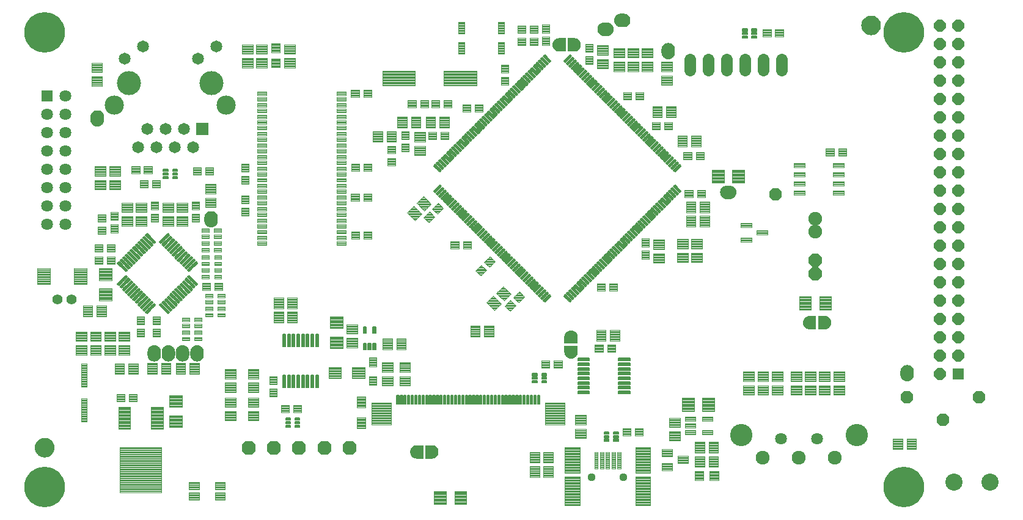
<source format=gts>
G75*
%MOIN*%
%OFA0B0*%
%FSLAX25Y25*%
%IPPOS*%
%LPD*%
%AMOC8*
5,1,8,0,0,1.08239X$1,22.5*
%
%ADD10C,0.00500*%
%ADD11C,0.00419*%
%ADD12C,0.00449*%
%ADD13C,0.00572*%
%ADD14C,0.00444*%
%ADD15C,0.00408*%
%ADD16OC8,0.06996*%
%ADD17C,0.00455*%
%ADD18C,0.00467*%
%ADD19C,0.00455*%
%ADD20C,0.00100*%
%ADD21R,0.06406X0.06406*%
%ADD22OC8,0.06406*%
%ADD23C,0.06406*%
%ADD24OC8,0.07587*%
%ADD25C,0.07587*%
%ADD26C,0.12161*%
%ADD27C,0.00418*%
%ADD28C,0.06500*%
%ADD29R,0.06500X0.06500*%
%ADD30C,0.13098*%
%ADD31C,0.10500*%
%ADD32C,0.00494*%
%ADD33C,0.00573*%
%ADD34C,0.00576*%
%ADD35C,0.00487*%
%ADD36C,0.00519*%
%ADD37C,0.00448*%
%ADD38C,0.00445*%
%ADD39C,0.00486*%
%ADD40C,0.04437*%
%ADD41C,0.00429*%
%ADD42C,0.09358*%
%ADD43C,0.06406*%
%ADD44C,0.00545*%
%ADD45C,0.00445*%
%ADD46C,0.05500*%
%ADD47C,0.07500*%
%ADD48OC8,0.07500*%
%ADD49C,0.00551*%
%ADD50C,0.00463*%
%ADD51C,0.22154*%
D10*
X0064509Y0170457D02*
X0063893Y0171073D01*
X0063393Y0171787D01*
X0063024Y0172577D01*
X0062799Y0173419D01*
X0062723Y0174287D01*
X0062799Y0175156D01*
X0063024Y0175998D01*
X0063393Y0176787D01*
X0063893Y0177501D01*
X0064509Y0178118D01*
X0065223Y0178618D01*
X0066013Y0178986D01*
X0066855Y0179211D01*
X0067723Y0179287D01*
X0068591Y0179211D01*
X0069433Y0178986D01*
X0070223Y0178618D01*
X0070937Y0178118D01*
X0071553Y0177501D01*
X0072053Y0176787D01*
X0072421Y0175998D01*
X0072647Y0175156D01*
X0072723Y0174287D01*
X0072647Y0173419D01*
X0072421Y0172577D01*
X0072053Y0171787D01*
X0071553Y0171073D01*
X0070937Y0170457D01*
X0070223Y0169957D01*
X0069433Y0169589D01*
X0068591Y0169363D01*
X0067723Y0169287D01*
X0066855Y0169363D01*
X0066013Y0169589D01*
X0065223Y0169957D01*
X0064509Y0170457D01*
X0064790Y0170261D02*
X0070656Y0170261D01*
X0071239Y0170759D02*
X0064207Y0170759D01*
X0063764Y0171258D02*
X0071682Y0171258D01*
X0072031Y0171756D02*
X0063415Y0171756D01*
X0063175Y0172255D02*
X0072271Y0172255D01*
X0072469Y0172753D02*
X0062977Y0172753D01*
X0062844Y0173252D02*
X0072602Y0173252D01*
X0072676Y0173750D02*
X0062770Y0173750D01*
X0062726Y0174249D02*
X0072720Y0174249D01*
X0072683Y0174747D02*
X0062763Y0174747D01*
X0062823Y0175246D02*
X0072623Y0175246D01*
X0072489Y0175744D02*
X0062957Y0175744D01*
X0063139Y0176243D02*
X0072307Y0176243D01*
X0072075Y0176741D02*
X0063371Y0176741D01*
X0063710Y0177240D02*
X0071736Y0177240D01*
X0071316Y0177738D02*
X0064130Y0177738D01*
X0064679Y0178237D02*
X0070767Y0178237D01*
X0069971Y0178735D02*
X0065475Y0178735D01*
X0067110Y0179234D02*
X0068336Y0179234D01*
X0069804Y0169762D02*
X0065642Y0169762D01*
X0514180Y0402102D02*
X0513812Y0402892D01*
X0513586Y0403734D01*
X0513510Y0404602D01*
X0513586Y0405471D01*
X0513812Y0406312D01*
X0514180Y0407102D01*
X0514680Y0407816D01*
X0515296Y0408433D01*
X0516010Y0408932D01*
X0516800Y0409301D01*
X0517642Y0409526D01*
X0518510Y0409602D01*
X0519379Y0409526D01*
X0520220Y0409301D01*
X0521010Y0408932D01*
X0521724Y0408433D01*
X0522341Y0407816D01*
X0522840Y0407102D01*
X0523209Y0406312D01*
X0523434Y0405471D01*
X0523510Y0404602D01*
X0523434Y0403734D01*
X0523209Y0402892D01*
X0522840Y0402102D01*
X0522341Y0401388D01*
X0521724Y0400772D01*
X0521010Y0400272D01*
X0520220Y0399904D01*
X0519379Y0399678D01*
X0518510Y0399602D01*
X0517642Y0399678D01*
X0516800Y0399904D01*
X0516010Y0400272D01*
X0515296Y0400772D01*
X0514680Y0401388D01*
X0514180Y0402102D01*
X0514204Y0402068D02*
X0522817Y0402068D01*
X0523057Y0402567D02*
X0513964Y0402567D01*
X0513766Y0403065D02*
X0523255Y0403065D01*
X0523389Y0403564D02*
X0513632Y0403564D01*
X0513558Y0404062D02*
X0523463Y0404062D01*
X0523507Y0404561D02*
X0513514Y0404561D01*
X0513550Y0405059D02*
X0523470Y0405059D01*
X0523411Y0405558D02*
X0513610Y0405558D01*
X0513743Y0406056D02*
X0523277Y0406056D01*
X0523096Y0406555D02*
X0513925Y0406555D01*
X0514157Y0407053D02*
X0522863Y0407053D01*
X0522526Y0407552D02*
X0514495Y0407552D01*
X0514914Y0408050D02*
X0522106Y0408050D01*
X0521558Y0408549D02*
X0515463Y0408549D01*
X0516257Y0409047D02*
X0520764Y0409047D01*
X0519155Y0409546D02*
X0517866Y0409546D01*
X0514553Y0401570D02*
X0522468Y0401570D01*
X0522023Y0401071D02*
X0514997Y0401071D01*
X0515581Y0400573D02*
X0521440Y0400573D01*
X0520586Y0400074D02*
X0516435Y0400074D01*
D11*
X0303260Y0371876D02*
X0285462Y0371876D01*
X0285462Y0379832D01*
X0303260Y0379832D01*
X0303260Y0371876D01*
X0303260Y0372294D02*
X0285462Y0372294D01*
X0285462Y0372712D02*
X0303260Y0372712D01*
X0303260Y0373130D02*
X0285462Y0373130D01*
X0285462Y0373548D02*
X0303260Y0373548D01*
X0303260Y0373966D02*
X0285462Y0373966D01*
X0285462Y0374384D02*
X0303260Y0374384D01*
X0303260Y0374802D02*
X0285462Y0374802D01*
X0285462Y0375220D02*
X0303260Y0375220D01*
X0303260Y0375638D02*
X0285462Y0375638D01*
X0285462Y0376056D02*
X0303260Y0376056D01*
X0303260Y0376474D02*
X0285462Y0376474D01*
X0285462Y0376892D02*
X0303260Y0376892D01*
X0303260Y0377310D02*
X0285462Y0377310D01*
X0285462Y0377728D02*
X0303260Y0377728D01*
X0303260Y0378146D02*
X0285462Y0378146D01*
X0285462Y0378564D02*
X0303260Y0378564D01*
X0303260Y0378982D02*
X0285462Y0378982D01*
X0285462Y0379400D02*
X0303260Y0379400D01*
X0303260Y0379818D02*
X0285462Y0379818D01*
X0269795Y0371876D02*
X0251997Y0371876D01*
X0251997Y0379832D01*
X0269795Y0379832D01*
X0269795Y0371876D01*
X0269795Y0372294D02*
X0251997Y0372294D01*
X0251997Y0372712D02*
X0269795Y0372712D01*
X0269795Y0373130D02*
X0251997Y0373130D01*
X0251997Y0373548D02*
X0269795Y0373548D01*
X0269795Y0373966D02*
X0251997Y0373966D01*
X0251997Y0374384D02*
X0269795Y0374384D01*
X0269795Y0374802D02*
X0251997Y0374802D01*
X0251997Y0375220D02*
X0269795Y0375220D01*
X0269795Y0375638D02*
X0251997Y0375638D01*
X0251997Y0376056D02*
X0269795Y0376056D01*
X0269795Y0376474D02*
X0251997Y0376474D01*
X0251997Y0376892D02*
X0269795Y0376892D01*
X0269795Y0377310D02*
X0251997Y0377310D01*
X0251997Y0377728D02*
X0269795Y0377728D01*
X0269795Y0378146D02*
X0251997Y0378146D01*
X0251997Y0378564D02*
X0269795Y0378564D01*
X0269795Y0378982D02*
X0251997Y0378982D01*
X0251997Y0379400D02*
X0269795Y0379400D01*
X0269795Y0379818D02*
X0251997Y0379818D01*
D12*
X0260053Y0348725D02*
X0265223Y0348725D01*
X0260053Y0348725D02*
X0260053Y0354683D01*
X0265223Y0354683D01*
X0265223Y0348725D01*
X0265223Y0349173D02*
X0260053Y0349173D01*
X0260053Y0349621D02*
X0265223Y0349621D01*
X0265223Y0350069D02*
X0260053Y0350069D01*
X0260053Y0350517D02*
X0265223Y0350517D01*
X0265223Y0350965D02*
X0260053Y0350965D01*
X0260053Y0351413D02*
X0265223Y0351413D01*
X0265223Y0351861D02*
X0260053Y0351861D01*
X0260053Y0352309D02*
X0265223Y0352309D01*
X0265223Y0352757D02*
X0260053Y0352757D01*
X0260053Y0353205D02*
X0265223Y0353205D01*
X0265223Y0353653D02*
X0260053Y0353653D01*
X0260053Y0354101D02*
X0265223Y0354101D01*
X0265223Y0354549D02*
X0260053Y0354549D01*
X0267534Y0348725D02*
X0272704Y0348725D01*
X0267534Y0348725D02*
X0267534Y0354683D01*
X0272704Y0354683D01*
X0272704Y0348725D01*
X0272704Y0349173D02*
X0267534Y0349173D01*
X0267534Y0349621D02*
X0272704Y0349621D01*
X0272704Y0350069D02*
X0267534Y0350069D01*
X0267534Y0350517D02*
X0272704Y0350517D01*
X0272704Y0350965D02*
X0267534Y0350965D01*
X0267534Y0351413D02*
X0272704Y0351413D01*
X0272704Y0351861D02*
X0267534Y0351861D01*
X0267534Y0352309D02*
X0272704Y0352309D01*
X0272704Y0352757D02*
X0267534Y0352757D01*
X0267534Y0353205D02*
X0272704Y0353205D01*
X0272704Y0353653D02*
X0267534Y0353653D01*
X0267534Y0354101D02*
X0272704Y0354101D01*
X0272704Y0354549D02*
X0267534Y0354549D01*
X0275603Y0354683D02*
X0280773Y0354683D01*
X0280773Y0348725D01*
X0275603Y0348725D01*
X0275603Y0354683D01*
X0275603Y0349173D02*
X0280773Y0349173D01*
X0280773Y0349621D02*
X0275603Y0349621D01*
X0275603Y0350069D02*
X0280773Y0350069D01*
X0280773Y0350517D02*
X0275603Y0350517D01*
X0275603Y0350965D02*
X0280773Y0350965D01*
X0280773Y0351413D02*
X0275603Y0351413D01*
X0275603Y0351861D02*
X0280773Y0351861D01*
X0280773Y0352309D02*
X0275603Y0352309D01*
X0275603Y0352757D02*
X0280773Y0352757D01*
X0280773Y0353205D02*
X0275603Y0353205D01*
X0275603Y0353653D02*
X0280773Y0353653D01*
X0280773Y0354101D02*
X0275603Y0354101D01*
X0275603Y0354549D02*
X0280773Y0354549D01*
X0283084Y0354683D02*
X0288254Y0354683D01*
X0288254Y0348725D01*
X0283084Y0348725D01*
X0283084Y0354683D01*
X0283084Y0349173D02*
X0288254Y0349173D01*
X0288254Y0349621D02*
X0283084Y0349621D01*
X0283084Y0350069D02*
X0288254Y0350069D01*
X0288254Y0350517D02*
X0283084Y0350517D01*
X0283084Y0350965D02*
X0288254Y0350965D01*
X0288254Y0351413D02*
X0283084Y0351413D01*
X0283084Y0351861D02*
X0288254Y0351861D01*
X0288254Y0352309D02*
X0283084Y0352309D01*
X0283084Y0352757D02*
X0288254Y0352757D01*
X0288254Y0353205D02*
X0283084Y0353205D01*
X0283084Y0353653D02*
X0288254Y0353653D01*
X0288254Y0354101D02*
X0283084Y0354101D01*
X0283084Y0354549D02*
X0288254Y0354549D01*
X0269449Y0346379D02*
X0269449Y0341209D01*
X0269449Y0346379D02*
X0275407Y0346379D01*
X0275407Y0341209D01*
X0269449Y0341209D01*
X0269449Y0341657D02*
X0275407Y0341657D01*
X0275407Y0342105D02*
X0269449Y0342105D01*
X0269449Y0342553D02*
X0275407Y0342553D01*
X0275407Y0343001D02*
X0269449Y0343001D01*
X0269449Y0343449D02*
X0275407Y0343449D01*
X0275407Y0343897D02*
X0269449Y0343897D01*
X0269449Y0344345D02*
X0275407Y0344345D01*
X0275407Y0344793D02*
X0269449Y0344793D01*
X0269449Y0345241D02*
X0275407Y0345241D01*
X0275407Y0345689D02*
X0269449Y0345689D01*
X0269449Y0346137D02*
X0275407Y0346137D01*
X0269449Y0338899D02*
X0269449Y0333729D01*
X0269449Y0338899D02*
X0275407Y0338899D01*
X0275407Y0333729D01*
X0269449Y0333729D01*
X0269449Y0334177D02*
X0275407Y0334177D01*
X0275407Y0334625D02*
X0269449Y0334625D01*
X0269449Y0335073D02*
X0275407Y0335073D01*
X0275407Y0335521D02*
X0269449Y0335521D01*
X0269449Y0335969D02*
X0275407Y0335969D01*
X0275407Y0336417D02*
X0269449Y0336417D01*
X0269449Y0336865D02*
X0275407Y0336865D01*
X0275407Y0337313D02*
X0269449Y0337313D01*
X0269449Y0337761D02*
X0275407Y0337761D01*
X0275407Y0338209D02*
X0269449Y0338209D01*
X0269449Y0338657D02*
X0275407Y0338657D01*
X0259504Y0346933D02*
X0254334Y0346933D01*
X0259504Y0346933D02*
X0259504Y0340975D01*
X0254334Y0340975D01*
X0254334Y0346933D01*
X0254334Y0341423D02*
X0259504Y0341423D01*
X0259504Y0341871D02*
X0254334Y0341871D01*
X0254334Y0342319D02*
X0259504Y0342319D01*
X0259504Y0342767D02*
X0254334Y0342767D01*
X0254334Y0343215D02*
X0259504Y0343215D01*
X0259504Y0343663D02*
X0254334Y0343663D01*
X0254334Y0344111D02*
X0259504Y0344111D01*
X0259504Y0344559D02*
X0254334Y0344559D01*
X0254334Y0345007D02*
X0259504Y0345007D01*
X0259504Y0345455D02*
X0254334Y0345455D01*
X0254334Y0345903D02*
X0259504Y0345903D01*
X0259504Y0346351D02*
X0254334Y0346351D01*
X0254334Y0346799D02*
X0259504Y0346799D01*
X0252023Y0346933D02*
X0246853Y0346933D01*
X0252023Y0346933D02*
X0252023Y0340975D01*
X0246853Y0340975D01*
X0246853Y0346933D01*
X0246853Y0341423D02*
X0252023Y0341423D01*
X0252023Y0341871D02*
X0246853Y0341871D01*
X0246853Y0342319D02*
X0252023Y0342319D01*
X0252023Y0342767D02*
X0246853Y0342767D01*
X0246853Y0343215D02*
X0252023Y0343215D01*
X0252023Y0343663D02*
X0246853Y0343663D01*
X0246853Y0344111D02*
X0252023Y0344111D01*
X0252023Y0344559D02*
X0246853Y0344559D01*
X0246853Y0345007D02*
X0252023Y0345007D01*
X0252023Y0345455D02*
X0246853Y0345455D01*
X0246853Y0345903D02*
X0252023Y0345903D01*
X0252023Y0346351D02*
X0246853Y0346351D01*
X0246853Y0346799D02*
X0252023Y0346799D01*
X0204407Y0381579D02*
X0204407Y0386749D01*
X0204407Y0381579D02*
X0198449Y0381579D01*
X0198449Y0386749D01*
X0204407Y0386749D01*
X0204407Y0382027D02*
X0198449Y0382027D01*
X0198449Y0382475D02*
X0204407Y0382475D01*
X0204407Y0382923D02*
X0198449Y0382923D01*
X0198449Y0383371D02*
X0204407Y0383371D01*
X0204407Y0383819D02*
X0198449Y0383819D01*
X0198449Y0384267D02*
X0204407Y0384267D01*
X0204407Y0384715D02*
X0198449Y0384715D01*
X0198449Y0385163D02*
X0204407Y0385163D01*
X0204407Y0385611D02*
X0198449Y0385611D01*
X0198449Y0386059D02*
X0204407Y0386059D01*
X0204407Y0386507D02*
X0198449Y0386507D01*
X0204407Y0389059D02*
X0204407Y0394229D01*
X0204407Y0389059D02*
X0198449Y0389059D01*
X0198449Y0394229D01*
X0204407Y0394229D01*
X0204407Y0389507D02*
X0198449Y0389507D01*
X0198449Y0389955D02*
X0204407Y0389955D01*
X0204407Y0390403D02*
X0198449Y0390403D01*
X0198449Y0390851D02*
X0204407Y0390851D01*
X0204407Y0391299D02*
X0198449Y0391299D01*
X0198449Y0391747D02*
X0204407Y0391747D01*
X0204407Y0392195D02*
X0198449Y0392195D01*
X0198449Y0392643D02*
X0204407Y0392643D01*
X0204407Y0393091D02*
X0198449Y0393091D01*
X0198449Y0393539D02*
X0204407Y0393539D01*
X0204407Y0393987D02*
X0198449Y0393987D01*
X0189007Y0394279D02*
X0189007Y0389109D01*
X0183049Y0389109D01*
X0183049Y0394279D01*
X0189007Y0394279D01*
X0189007Y0389557D02*
X0183049Y0389557D01*
X0183049Y0390005D02*
X0189007Y0390005D01*
X0189007Y0390453D02*
X0183049Y0390453D01*
X0183049Y0390901D02*
X0189007Y0390901D01*
X0189007Y0391349D02*
X0183049Y0391349D01*
X0183049Y0391797D02*
X0189007Y0391797D01*
X0189007Y0392245D02*
X0183049Y0392245D01*
X0183049Y0392693D02*
X0189007Y0392693D01*
X0189007Y0393141D02*
X0183049Y0393141D01*
X0183049Y0393589D02*
X0189007Y0393589D01*
X0189007Y0394037D02*
X0183049Y0394037D01*
X0181307Y0394279D02*
X0181307Y0389109D01*
X0175349Y0389109D01*
X0175349Y0394279D01*
X0181307Y0394279D01*
X0181307Y0389557D02*
X0175349Y0389557D01*
X0175349Y0390005D02*
X0181307Y0390005D01*
X0181307Y0390453D02*
X0175349Y0390453D01*
X0175349Y0390901D02*
X0181307Y0390901D01*
X0181307Y0391349D02*
X0175349Y0391349D01*
X0175349Y0391797D02*
X0181307Y0391797D01*
X0181307Y0392245D02*
X0175349Y0392245D01*
X0175349Y0392693D02*
X0181307Y0392693D01*
X0181307Y0393141D02*
X0175349Y0393141D01*
X0175349Y0393589D02*
X0181307Y0393589D01*
X0181307Y0394037D02*
X0175349Y0394037D01*
X0181307Y0386799D02*
X0181307Y0381629D01*
X0175349Y0381629D01*
X0175349Y0386799D01*
X0181307Y0386799D01*
X0181307Y0382077D02*
X0175349Y0382077D01*
X0175349Y0382525D02*
X0181307Y0382525D01*
X0181307Y0382973D02*
X0175349Y0382973D01*
X0175349Y0383421D02*
X0181307Y0383421D01*
X0181307Y0383869D02*
X0175349Y0383869D01*
X0175349Y0384317D02*
X0181307Y0384317D01*
X0181307Y0384765D02*
X0175349Y0384765D01*
X0175349Y0385213D02*
X0181307Y0385213D01*
X0181307Y0385661D02*
X0175349Y0385661D01*
X0175349Y0386109D02*
X0181307Y0386109D01*
X0181307Y0386557D02*
X0175349Y0386557D01*
X0189007Y0386799D02*
X0189007Y0381629D01*
X0183049Y0381629D01*
X0183049Y0386799D01*
X0189007Y0386799D01*
X0189007Y0382077D02*
X0183049Y0382077D01*
X0183049Y0382525D02*
X0189007Y0382525D01*
X0189007Y0382973D02*
X0183049Y0382973D01*
X0183049Y0383421D02*
X0189007Y0383421D01*
X0189007Y0383869D02*
X0183049Y0383869D01*
X0183049Y0384317D02*
X0189007Y0384317D01*
X0189007Y0384765D02*
X0183049Y0384765D01*
X0183049Y0385213D02*
X0189007Y0385213D01*
X0189007Y0385661D02*
X0183049Y0385661D01*
X0183049Y0386109D02*
X0189007Y0386109D01*
X0189007Y0386557D02*
X0183049Y0386557D01*
X0099157Y0384279D02*
X0099157Y0379109D01*
X0093199Y0379109D01*
X0093199Y0384279D01*
X0099157Y0384279D01*
X0099157Y0379557D02*
X0093199Y0379557D01*
X0093199Y0380005D02*
X0099157Y0380005D01*
X0099157Y0380453D02*
X0093199Y0380453D01*
X0093199Y0380901D02*
X0099157Y0380901D01*
X0099157Y0381349D02*
X0093199Y0381349D01*
X0093199Y0381797D02*
X0099157Y0381797D01*
X0099157Y0382245D02*
X0093199Y0382245D01*
X0093199Y0382693D02*
X0099157Y0382693D01*
X0099157Y0383141D02*
X0093199Y0383141D01*
X0093199Y0383589D02*
X0099157Y0383589D01*
X0099157Y0384037D02*
X0093199Y0384037D01*
X0099157Y0376799D02*
X0099157Y0371629D01*
X0093199Y0371629D01*
X0093199Y0376799D01*
X0099157Y0376799D01*
X0099157Y0372077D02*
X0093199Y0372077D01*
X0093199Y0372525D02*
X0099157Y0372525D01*
X0099157Y0372973D02*
X0093199Y0372973D01*
X0093199Y0373421D02*
X0099157Y0373421D01*
X0099157Y0373869D02*
X0093199Y0373869D01*
X0093199Y0374317D02*
X0099157Y0374317D01*
X0099157Y0374765D02*
X0093199Y0374765D01*
X0093199Y0375213D02*
X0099157Y0375213D01*
X0099157Y0375661D02*
X0093199Y0375661D01*
X0093199Y0376109D02*
X0099157Y0376109D01*
X0099157Y0376557D02*
X0093199Y0376557D01*
X0095149Y0327679D02*
X0095149Y0322509D01*
X0095149Y0327679D02*
X0101107Y0327679D01*
X0101107Y0322509D01*
X0095149Y0322509D01*
X0095149Y0322957D02*
X0101107Y0322957D01*
X0101107Y0323405D02*
X0095149Y0323405D01*
X0095149Y0323853D02*
X0101107Y0323853D01*
X0101107Y0324301D02*
X0095149Y0324301D01*
X0095149Y0324749D02*
X0101107Y0324749D01*
X0101107Y0325197D02*
X0095149Y0325197D01*
X0095149Y0325645D02*
X0101107Y0325645D01*
X0101107Y0326093D02*
X0095149Y0326093D01*
X0095149Y0326541D02*
X0101107Y0326541D01*
X0101107Y0326989D02*
X0095149Y0326989D01*
X0095149Y0327437D02*
X0101107Y0327437D01*
X0102899Y0327679D02*
X0102899Y0322509D01*
X0102899Y0327679D02*
X0108857Y0327679D01*
X0108857Y0322509D01*
X0102899Y0322509D01*
X0102899Y0322957D02*
X0108857Y0322957D01*
X0108857Y0323405D02*
X0102899Y0323405D01*
X0102899Y0323853D02*
X0108857Y0323853D01*
X0108857Y0324301D02*
X0102899Y0324301D01*
X0102899Y0324749D02*
X0108857Y0324749D01*
X0108857Y0325197D02*
X0102899Y0325197D01*
X0102899Y0325645D02*
X0108857Y0325645D01*
X0108857Y0326093D02*
X0102899Y0326093D01*
X0102899Y0326541D02*
X0108857Y0326541D01*
X0108857Y0326989D02*
X0102899Y0326989D01*
X0102899Y0327437D02*
X0108857Y0327437D01*
X0102899Y0320199D02*
X0102899Y0315029D01*
X0102899Y0320199D02*
X0108857Y0320199D01*
X0108857Y0315029D01*
X0102899Y0315029D01*
X0102899Y0315477D02*
X0108857Y0315477D01*
X0108857Y0315925D02*
X0102899Y0315925D01*
X0102899Y0316373D02*
X0108857Y0316373D01*
X0108857Y0316821D02*
X0102899Y0316821D01*
X0102899Y0317269D02*
X0108857Y0317269D01*
X0108857Y0317717D02*
X0102899Y0317717D01*
X0102899Y0318165D02*
X0108857Y0318165D01*
X0108857Y0318613D02*
X0102899Y0318613D01*
X0102899Y0319061D02*
X0108857Y0319061D01*
X0108857Y0319509D02*
X0102899Y0319509D01*
X0102899Y0319957D02*
X0108857Y0319957D01*
X0095149Y0320199D02*
X0095149Y0315029D01*
X0095149Y0320199D02*
X0101107Y0320199D01*
X0101107Y0315029D01*
X0095149Y0315029D01*
X0095149Y0315477D02*
X0101107Y0315477D01*
X0101107Y0315925D02*
X0095149Y0315925D01*
X0095149Y0316373D02*
X0101107Y0316373D01*
X0101107Y0316821D02*
X0095149Y0316821D01*
X0095149Y0317269D02*
X0101107Y0317269D01*
X0101107Y0317717D02*
X0095149Y0317717D01*
X0095149Y0318165D02*
X0101107Y0318165D01*
X0101107Y0318613D02*
X0095149Y0318613D01*
X0095149Y0319061D02*
X0101107Y0319061D01*
X0101107Y0319509D02*
X0095149Y0319509D01*
X0095149Y0319957D02*
X0101107Y0319957D01*
X0109799Y0307929D02*
X0109799Y0302759D01*
X0109799Y0307929D02*
X0115757Y0307929D01*
X0115757Y0302759D01*
X0109799Y0302759D01*
X0109799Y0303207D02*
X0115757Y0303207D01*
X0115757Y0303655D02*
X0109799Y0303655D01*
X0109799Y0304103D02*
X0115757Y0304103D01*
X0115757Y0304551D02*
X0109799Y0304551D01*
X0109799Y0304999D02*
X0115757Y0304999D01*
X0115757Y0305447D02*
X0109799Y0305447D01*
X0109799Y0305895D02*
X0115757Y0305895D01*
X0115757Y0306343D02*
X0109799Y0306343D01*
X0109799Y0306791D02*
X0115757Y0306791D01*
X0115757Y0307239D02*
X0109799Y0307239D01*
X0109799Y0307687D02*
X0115757Y0307687D01*
X0123457Y0307929D02*
X0123457Y0302759D01*
X0117499Y0302759D01*
X0117499Y0307929D01*
X0123457Y0307929D01*
X0123457Y0303207D02*
X0117499Y0303207D01*
X0117499Y0303655D02*
X0123457Y0303655D01*
X0123457Y0304103D02*
X0117499Y0304103D01*
X0117499Y0304551D02*
X0123457Y0304551D01*
X0123457Y0304999D02*
X0117499Y0304999D01*
X0117499Y0305447D02*
X0123457Y0305447D01*
X0123457Y0305895D02*
X0117499Y0305895D01*
X0117499Y0306343D02*
X0123457Y0306343D01*
X0123457Y0306791D02*
X0117499Y0306791D01*
X0117499Y0307239D02*
X0123457Y0307239D01*
X0123457Y0307687D02*
X0117499Y0307687D01*
X0123457Y0300449D02*
X0123457Y0295279D01*
X0117499Y0295279D01*
X0117499Y0300449D01*
X0123457Y0300449D01*
X0123457Y0295727D02*
X0117499Y0295727D01*
X0117499Y0296175D02*
X0123457Y0296175D01*
X0123457Y0296623D02*
X0117499Y0296623D01*
X0117499Y0297071D02*
X0123457Y0297071D01*
X0123457Y0297519D02*
X0117499Y0297519D01*
X0117499Y0297967D02*
X0123457Y0297967D01*
X0123457Y0298415D02*
X0117499Y0298415D01*
X0117499Y0298863D02*
X0123457Y0298863D01*
X0123457Y0299311D02*
X0117499Y0299311D01*
X0117499Y0299759D02*
X0123457Y0299759D01*
X0123457Y0300207D02*
X0117499Y0300207D01*
X0109799Y0300449D02*
X0109799Y0295279D01*
X0109799Y0300449D02*
X0115757Y0300449D01*
X0115757Y0295279D01*
X0109799Y0295279D01*
X0109799Y0295727D02*
X0115757Y0295727D01*
X0115757Y0296175D02*
X0109799Y0296175D01*
X0109799Y0296623D02*
X0115757Y0296623D01*
X0115757Y0297071D02*
X0109799Y0297071D01*
X0109799Y0297519D02*
X0115757Y0297519D01*
X0115757Y0297967D02*
X0109799Y0297967D01*
X0109799Y0298415D02*
X0115757Y0298415D01*
X0115757Y0298863D02*
X0109799Y0298863D01*
X0109799Y0299311D02*
X0115757Y0299311D01*
X0115757Y0299759D02*
X0109799Y0299759D01*
X0109799Y0300207D02*
X0115757Y0300207D01*
X0132049Y0300449D02*
X0132049Y0295279D01*
X0132049Y0300449D02*
X0138007Y0300449D01*
X0138007Y0295279D01*
X0132049Y0295279D01*
X0132049Y0295727D02*
X0138007Y0295727D01*
X0138007Y0296175D02*
X0132049Y0296175D01*
X0132049Y0296623D02*
X0138007Y0296623D01*
X0138007Y0297071D02*
X0132049Y0297071D01*
X0132049Y0297519D02*
X0138007Y0297519D01*
X0138007Y0297967D02*
X0132049Y0297967D01*
X0132049Y0298415D02*
X0138007Y0298415D01*
X0138007Y0298863D02*
X0132049Y0298863D01*
X0132049Y0299311D02*
X0138007Y0299311D01*
X0138007Y0299759D02*
X0132049Y0299759D01*
X0132049Y0300207D02*
X0138007Y0300207D01*
X0145757Y0300449D02*
X0145757Y0295279D01*
X0139799Y0295279D01*
X0139799Y0300449D01*
X0145757Y0300449D01*
X0145757Y0295727D02*
X0139799Y0295727D01*
X0139799Y0296175D02*
X0145757Y0296175D01*
X0145757Y0296623D02*
X0139799Y0296623D01*
X0139799Y0297071D02*
X0145757Y0297071D01*
X0145757Y0297519D02*
X0139799Y0297519D01*
X0139799Y0297967D02*
X0145757Y0297967D01*
X0145757Y0298415D02*
X0139799Y0298415D01*
X0139799Y0298863D02*
X0145757Y0298863D01*
X0145757Y0299311D02*
X0139799Y0299311D01*
X0139799Y0299759D02*
X0145757Y0299759D01*
X0145757Y0300207D02*
X0139799Y0300207D01*
X0145757Y0302759D02*
X0145757Y0307929D01*
X0145757Y0302759D02*
X0139799Y0302759D01*
X0139799Y0307929D01*
X0145757Y0307929D01*
X0145757Y0303207D02*
X0139799Y0303207D01*
X0139799Y0303655D02*
X0145757Y0303655D01*
X0145757Y0304103D02*
X0139799Y0304103D01*
X0139799Y0304551D02*
X0145757Y0304551D01*
X0145757Y0304999D02*
X0139799Y0304999D01*
X0139799Y0305447D02*
X0145757Y0305447D01*
X0145757Y0305895D02*
X0139799Y0305895D01*
X0139799Y0306343D02*
X0145757Y0306343D01*
X0145757Y0306791D02*
X0139799Y0306791D01*
X0139799Y0307239D02*
X0145757Y0307239D01*
X0145757Y0307687D02*
X0139799Y0307687D01*
X0132049Y0307929D02*
X0132049Y0302759D01*
X0132049Y0307929D02*
X0138007Y0307929D01*
X0138007Y0302759D01*
X0132049Y0302759D01*
X0132049Y0303207D02*
X0138007Y0303207D01*
X0138007Y0303655D02*
X0132049Y0303655D01*
X0132049Y0304103D02*
X0138007Y0304103D01*
X0138007Y0304551D02*
X0132049Y0304551D01*
X0132049Y0304999D02*
X0138007Y0304999D01*
X0138007Y0305447D02*
X0132049Y0305447D01*
X0132049Y0305895D02*
X0138007Y0305895D01*
X0138007Y0306343D02*
X0132049Y0306343D01*
X0132049Y0306791D02*
X0138007Y0306791D01*
X0138007Y0307239D02*
X0132049Y0307239D01*
X0132049Y0307687D02*
X0138007Y0307687D01*
X0155199Y0305429D02*
X0155199Y0310599D01*
X0161157Y0310599D01*
X0161157Y0305429D01*
X0155199Y0305429D01*
X0155199Y0305877D02*
X0161157Y0305877D01*
X0161157Y0306325D02*
X0155199Y0306325D01*
X0155199Y0306773D02*
X0161157Y0306773D01*
X0161157Y0307221D02*
X0155199Y0307221D01*
X0155199Y0307669D02*
X0161157Y0307669D01*
X0161157Y0308117D02*
X0155199Y0308117D01*
X0155199Y0308565D02*
X0161157Y0308565D01*
X0161157Y0309013D02*
X0155199Y0309013D01*
X0155199Y0309461D02*
X0161157Y0309461D01*
X0161157Y0309909D02*
X0155199Y0309909D01*
X0155199Y0310357D02*
X0161157Y0310357D01*
X0155199Y0312909D02*
X0155199Y0318079D01*
X0161157Y0318079D01*
X0161157Y0312909D01*
X0155199Y0312909D01*
X0155199Y0313357D02*
X0161157Y0313357D01*
X0161157Y0313805D02*
X0155199Y0313805D01*
X0155199Y0314253D02*
X0161157Y0314253D01*
X0161157Y0314701D02*
X0155199Y0314701D01*
X0155199Y0315149D02*
X0161157Y0315149D01*
X0161157Y0315597D02*
X0155199Y0315597D01*
X0155199Y0316045D02*
X0161157Y0316045D01*
X0161157Y0316493D02*
X0155199Y0316493D01*
X0155199Y0316941D02*
X0161157Y0316941D01*
X0161157Y0317389D02*
X0155199Y0317389D01*
X0155199Y0317837D02*
X0161157Y0317837D01*
X0192703Y0250225D02*
X0197873Y0250225D01*
X0192703Y0250225D02*
X0192703Y0256183D01*
X0197873Y0256183D01*
X0197873Y0250225D01*
X0197873Y0250673D02*
X0192703Y0250673D01*
X0192703Y0251121D02*
X0197873Y0251121D01*
X0197873Y0251569D02*
X0192703Y0251569D01*
X0192703Y0252017D02*
X0197873Y0252017D01*
X0197873Y0252465D02*
X0192703Y0252465D01*
X0192703Y0252913D02*
X0197873Y0252913D01*
X0197873Y0253361D02*
X0192703Y0253361D01*
X0192703Y0253809D02*
X0197873Y0253809D01*
X0197873Y0254257D02*
X0192703Y0254257D01*
X0192703Y0254705D02*
X0197873Y0254705D01*
X0197873Y0255153D02*
X0192703Y0255153D01*
X0192703Y0255601D02*
X0197873Y0255601D01*
X0197873Y0256049D02*
X0192703Y0256049D01*
X0200184Y0250225D02*
X0205354Y0250225D01*
X0200184Y0250225D02*
X0200184Y0256183D01*
X0205354Y0256183D01*
X0205354Y0250225D01*
X0205354Y0250673D02*
X0200184Y0250673D01*
X0200184Y0251121D02*
X0205354Y0251121D01*
X0205354Y0251569D02*
X0200184Y0251569D01*
X0200184Y0252017D02*
X0205354Y0252017D01*
X0205354Y0252465D02*
X0200184Y0252465D01*
X0200184Y0252913D02*
X0205354Y0252913D01*
X0205354Y0253361D02*
X0200184Y0253361D01*
X0200184Y0253809D02*
X0205354Y0253809D01*
X0205354Y0254257D02*
X0200184Y0254257D01*
X0200184Y0254705D02*
X0205354Y0254705D01*
X0205354Y0255153D02*
X0200184Y0255153D01*
X0200184Y0255601D02*
X0205354Y0255601D01*
X0205354Y0256049D02*
X0200184Y0256049D01*
X0200184Y0242475D02*
X0205354Y0242475D01*
X0200184Y0242475D02*
X0200184Y0248433D01*
X0205354Y0248433D01*
X0205354Y0242475D01*
X0205354Y0242923D02*
X0200184Y0242923D01*
X0200184Y0243371D02*
X0205354Y0243371D01*
X0205354Y0243819D02*
X0200184Y0243819D01*
X0200184Y0244267D02*
X0205354Y0244267D01*
X0205354Y0244715D02*
X0200184Y0244715D01*
X0200184Y0245163D02*
X0205354Y0245163D01*
X0205354Y0245611D02*
X0200184Y0245611D01*
X0200184Y0246059D02*
X0205354Y0246059D01*
X0205354Y0246507D02*
X0200184Y0246507D01*
X0200184Y0246955D02*
X0205354Y0246955D01*
X0205354Y0247403D02*
X0200184Y0247403D01*
X0200184Y0247851D02*
X0205354Y0247851D01*
X0205354Y0248299D02*
X0200184Y0248299D01*
X0197873Y0242475D02*
X0192703Y0242475D01*
X0192703Y0248433D01*
X0197873Y0248433D01*
X0197873Y0242475D01*
X0197873Y0242923D02*
X0192703Y0242923D01*
X0192703Y0243371D02*
X0197873Y0243371D01*
X0197873Y0243819D02*
X0192703Y0243819D01*
X0192703Y0244267D02*
X0197873Y0244267D01*
X0197873Y0244715D02*
X0192703Y0244715D01*
X0192703Y0245163D02*
X0197873Y0245163D01*
X0197873Y0245611D02*
X0192703Y0245611D01*
X0192703Y0246059D02*
X0197873Y0246059D01*
X0197873Y0246507D02*
X0192703Y0246507D01*
X0192703Y0246955D02*
X0197873Y0246955D01*
X0197873Y0247403D02*
X0192703Y0247403D01*
X0192703Y0247851D02*
X0197873Y0247851D01*
X0197873Y0248299D02*
X0192703Y0248299D01*
X0238457Y0241579D02*
X0238457Y0236409D01*
X0232499Y0236409D01*
X0232499Y0241579D01*
X0238457Y0241579D01*
X0238457Y0236857D02*
X0232499Y0236857D01*
X0232499Y0237305D02*
X0238457Y0237305D01*
X0238457Y0237753D02*
X0232499Y0237753D01*
X0232499Y0238201D02*
X0238457Y0238201D01*
X0238457Y0238649D02*
X0232499Y0238649D01*
X0232499Y0239097D02*
X0238457Y0239097D01*
X0238457Y0239545D02*
X0232499Y0239545D01*
X0232499Y0239993D02*
X0238457Y0239993D01*
X0238457Y0240441D02*
X0232499Y0240441D01*
X0232499Y0240889D02*
X0238457Y0240889D01*
X0238457Y0241337D02*
X0232499Y0241337D01*
X0238457Y0234099D02*
X0238457Y0228929D01*
X0232499Y0228929D01*
X0232499Y0234099D01*
X0238457Y0234099D01*
X0238457Y0229377D02*
X0232499Y0229377D01*
X0232499Y0229825D02*
X0238457Y0229825D01*
X0238457Y0230273D02*
X0232499Y0230273D01*
X0232499Y0230721D02*
X0238457Y0230721D01*
X0238457Y0231169D02*
X0232499Y0231169D01*
X0232499Y0231617D02*
X0238457Y0231617D01*
X0238457Y0232065D02*
X0232499Y0232065D01*
X0232499Y0232513D02*
X0238457Y0232513D01*
X0238457Y0232961D02*
X0232499Y0232961D01*
X0232499Y0233409D02*
X0238457Y0233409D01*
X0238457Y0233857D02*
X0232499Y0233857D01*
X0252153Y0227925D02*
X0257323Y0227925D01*
X0252153Y0227925D02*
X0252153Y0233883D01*
X0257323Y0233883D01*
X0257323Y0227925D01*
X0257323Y0228373D02*
X0252153Y0228373D01*
X0252153Y0228821D02*
X0257323Y0228821D01*
X0257323Y0229269D02*
X0252153Y0229269D01*
X0252153Y0229717D02*
X0257323Y0229717D01*
X0257323Y0230165D02*
X0252153Y0230165D01*
X0252153Y0230613D02*
X0257323Y0230613D01*
X0257323Y0231061D02*
X0252153Y0231061D01*
X0252153Y0231509D02*
X0257323Y0231509D01*
X0257323Y0231957D02*
X0252153Y0231957D01*
X0252153Y0232405D02*
X0257323Y0232405D01*
X0257323Y0232853D02*
X0252153Y0232853D01*
X0252153Y0233301D02*
X0257323Y0233301D01*
X0257323Y0233749D02*
X0252153Y0233749D01*
X0259634Y0227925D02*
X0264804Y0227925D01*
X0259634Y0227925D02*
X0259634Y0233883D01*
X0264804Y0233883D01*
X0264804Y0227925D01*
X0264804Y0228373D02*
X0259634Y0228373D01*
X0259634Y0228821D02*
X0264804Y0228821D01*
X0264804Y0229269D02*
X0259634Y0229269D01*
X0259634Y0229717D02*
X0264804Y0229717D01*
X0264804Y0230165D02*
X0259634Y0230165D01*
X0259634Y0230613D02*
X0264804Y0230613D01*
X0264804Y0231061D02*
X0259634Y0231061D01*
X0259634Y0231509D02*
X0264804Y0231509D01*
X0264804Y0231957D02*
X0259634Y0231957D01*
X0259634Y0232405D02*
X0264804Y0232405D01*
X0264804Y0232853D02*
X0259634Y0232853D01*
X0259634Y0233301D02*
X0264804Y0233301D01*
X0264804Y0233749D02*
X0259634Y0233749D01*
X0267157Y0220779D02*
X0267157Y0215609D01*
X0261199Y0215609D01*
X0261199Y0220779D01*
X0267157Y0220779D01*
X0267157Y0216057D02*
X0261199Y0216057D01*
X0261199Y0216505D02*
X0267157Y0216505D01*
X0267157Y0216953D02*
X0261199Y0216953D01*
X0261199Y0217401D02*
X0267157Y0217401D01*
X0267157Y0217849D02*
X0261199Y0217849D01*
X0261199Y0218297D02*
X0267157Y0218297D01*
X0267157Y0218745D02*
X0261199Y0218745D01*
X0261199Y0219193D02*
X0267157Y0219193D01*
X0267157Y0219641D02*
X0261199Y0219641D01*
X0261199Y0220089D02*
X0267157Y0220089D01*
X0267157Y0220537D02*
X0261199Y0220537D01*
X0257807Y0220729D02*
X0257807Y0215559D01*
X0251849Y0215559D01*
X0251849Y0220729D01*
X0257807Y0220729D01*
X0257807Y0216007D02*
X0251849Y0216007D01*
X0251849Y0216455D02*
X0257807Y0216455D01*
X0257807Y0216903D02*
X0251849Y0216903D01*
X0251849Y0217351D02*
X0257807Y0217351D01*
X0257807Y0217799D02*
X0251849Y0217799D01*
X0251849Y0218247D02*
X0257807Y0218247D01*
X0257807Y0218695D02*
X0251849Y0218695D01*
X0251849Y0219143D02*
X0257807Y0219143D01*
X0257807Y0219591D02*
X0251849Y0219591D01*
X0251849Y0220039D02*
X0257807Y0220039D01*
X0257807Y0220487D02*
X0251849Y0220487D01*
X0257807Y0213249D02*
X0257807Y0208079D01*
X0251849Y0208079D01*
X0251849Y0213249D01*
X0257807Y0213249D01*
X0257807Y0208527D02*
X0251849Y0208527D01*
X0251849Y0208975D02*
X0257807Y0208975D01*
X0257807Y0209423D02*
X0251849Y0209423D01*
X0251849Y0209871D02*
X0257807Y0209871D01*
X0257807Y0210319D02*
X0251849Y0210319D01*
X0251849Y0210767D02*
X0257807Y0210767D01*
X0257807Y0211215D02*
X0251849Y0211215D01*
X0251849Y0211663D02*
X0257807Y0211663D01*
X0257807Y0212111D02*
X0251849Y0212111D01*
X0251849Y0212559D02*
X0257807Y0212559D01*
X0257807Y0213007D02*
X0251849Y0213007D01*
X0267157Y0213299D02*
X0267157Y0208129D01*
X0261199Y0208129D01*
X0261199Y0213299D01*
X0267157Y0213299D01*
X0267157Y0208577D02*
X0261199Y0208577D01*
X0261199Y0209025D02*
X0267157Y0209025D01*
X0267157Y0209473D02*
X0261199Y0209473D01*
X0261199Y0209921D02*
X0267157Y0209921D01*
X0267157Y0210369D02*
X0261199Y0210369D01*
X0261199Y0210817D02*
X0267157Y0210817D01*
X0267157Y0211265D02*
X0261199Y0211265D01*
X0261199Y0211713D02*
X0267157Y0211713D01*
X0267157Y0212161D02*
X0261199Y0212161D01*
X0261199Y0212609D02*
X0267157Y0212609D01*
X0267157Y0213057D02*
X0261199Y0213057D01*
X0300003Y0240683D02*
X0305173Y0240683D01*
X0305173Y0234725D01*
X0300003Y0234725D01*
X0300003Y0240683D01*
X0300003Y0235173D02*
X0305173Y0235173D01*
X0305173Y0235621D02*
X0300003Y0235621D01*
X0300003Y0236069D02*
X0305173Y0236069D01*
X0305173Y0236517D02*
X0300003Y0236517D01*
X0300003Y0236965D02*
X0305173Y0236965D01*
X0305173Y0237413D02*
X0300003Y0237413D01*
X0300003Y0237861D02*
X0305173Y0237861D01*
X0305173Y0238309D02*
X0300003Y0238309D01*
X0300003Y0238757D02*
X0305173Y0238757D01*
X0305173Y0239205D02*
X0300003Y0239205D01*
X0300003Y0239653D02*
X0305173Y0239653D01*
X0305173Y0240101D02*
X0300003Y0240101D01*
X0300003Y0240549D02*
X0305173Y0240549D01*
X0307484Y0240683D02*
X0312654Y0240683D01*
X0312654Y0234725D01*
X0307484Y0234725D01*
X0307484Y0240683D01*
X0307484Y0235173D02*
X0312654Y0235173D01*
X0312654Y0235621D02*
X0307484Y0235621D01*
X0307484Y0236069D02*
X0312654Y0236069D01*
X0312654Y0236517D02*
X0307484Y0236517D01*
X0307484Y0236965D02*
X0312654Y0236965D01*
X0312654Y0237413D02*
X0307484Y0237413D01*
X0307484Y0237861D02*
X0312654Y0237861D01*
X0312654Y0238309D02*
X0307484Y0238309D01*
X0307484Y0238757D02*
X0312654Y0238757D01*
X0312654Y0239205D02*
X0307484Y0239205D01*
X0307484Y0239653D02*
X0312654Y0239653D01*
X0312654Y0240101D02*
X0307484Y0240101D01*
X0307484Y0240549D02*
X0312654Y0240549D01*
X0308850Y0253338D02*
X0312506Y0256994D01*
X0316718Y0252782D01*
X0313062Y0249126D01*
X0308850Y0253338D01*
X0312614Y0249574D02*
X0313510Y0249574D01*
X0313958Y0250022D02*
X0312166Y0250022D01*
X0311718Y0250470D02*
X0314406Y0250470D01*
X0314854Y0250918D02*
X0311270Y0250918D01*
X0310822Y0251366D02*
X0315302Y0251366D01*
X0315750Y0251814D02*
X0310374Y0251814D01*
X0309926Y0252262D02*
X0316198Y0252262D01*
X0316646Y0252710D02*
X0309478Y0252710D01*
X0309030Y0253158D02*
X0316342Y0253158D01*
X0315894Y0253606D02*
X0309118Y0253606D01*
X0309566Y0254054D02*
X0315446Y0254054D01*
X0314998Y0254502D02*
X0310014Y0254502D01*
X0310462Y0254950D02*
X0314550Y0254950D01*
X0314102Y0255398D02*
X0310910Y0255398D01*
X0311358Y0255846D02*
X0313654Y0255846D01*
X0313206Y0256294D02*
X0311806Y0256294D01*
X0312254Y0256742D02*
X0312758Y0256742D01*
X0314139Y0258627D02*
X0317795Y0262283D01*
X0322007Y0258071D01*
X0318351Y0254415D01*
X0314139Y0258627D01*
X0317903Y0254863D02*
X0318799Y0254863D01*
X0319247Y0255311D02*
X0317455Y0255311D01*
X0317007Y0255759D02*
X0319695Y0255759D01*
X0320143Y0256207D02*
X0316559Y0256207D01*
X0316111Y0256655D02*
X0320591Y0256655D01*
X0321039Y0257103D02*
X0315663Y0257103D01*
X0315215Y0257551D02*
X0321487Y0257551D01*
X0321935Y0257999D02*
X0314767Y0257999D01*
X0314319Y0258447D02*
X0321631Y0258447D01*
X0321183Y0258895D02*
X0314407Y0258895D01*
X0314855Y0259343D02*
X0320735Y0259343D01*
X0320287Y0259791D02*
X0315303Y0259791D01*
X0315751Y0260239D02*
X0319839Y0260239D01*
X0319391Y0260687D02*
X0316199Y0260687D01*
X0316647Y0261135D02*
X0318943Y0261135D01*
X0318495Y0261583D02*
X0317095Y0261583D01*
X0317543Y0262031D02*
X0318047Y0262031D01*
X0368553Y0238533D02*
X0373723Y0238533D01*
X0373723Y0232575D01*
X0368553Y0232575D01*
X0368553Y0238533D01*
X0368553Y0233023D02*
X0373723Y0233023D01*
X0373723Y0233471D02*
X0368553Y0233471D01*
X0368553Y0233919D02*
X0373723Y0233919D01*
X0373723Y0234367D02*
X0368553Y0234367D01*
X0368553Y0234815D02*
X0373723Y0234815D01*
X0373723Y0235263D02*
X0368553Y0235263D01*
X0368553Y0235711D02*
X0373723Y0235711D01*
X0373723Y0236159D02*
X0368553Y0236159D01*
X0368553Y0236607D02*
X0373723Y0236607D01*
X0373723Y0237055D02*
X0368553Y0237055D01*
X0368553Y0237503D02*
X0373723Y0237503D01*
X0373723Y0237951D02*
X0368553Y0237951D01*
X0368553Y0238399D02*
X0373723Y0238399D01*
X0376034Y0238533D02*
X0381204Y0238533D01*
X0381204Y0232575D01*
X0376034Y0232575D01*
X0376034Y0238533D01*
X0376034Y0233023D02*
X0381204Y0233023D01*
X0381204Y0233471D02*
X0376034Y0233471D01*
X0376034Y0233919D02*
X0381204Y0233919D01*
X0381204Y0234367D02*
X0376034Y0234367D01*
X0376034Y0234815D02*
X0381204Y0234815D01*
X0381204Y0235263D02*
X0376034Y0235263D01*
X0376034Y0235711D02*
X0381204Y0235711D01*
X0381204Y0236159D02*
X0376034Y0236159D01*
X0376034Y0236607D02*
X0381204Y0236607D01*
X0381204Y0237055D02*
X0376034Y0237055D01*
X0376034Y0237503D02*
X0381204Y0237503D01*
X0381204Y0237951D02*
X0376034Y0237951D01*
X0376034Y0238399D02*
X0381204Y0238399D01*
X0399649Y0275029D02*
X0399649Y0280199D01*
X0405607Y0280199D01*
X0405607Y0275029D01*
X0399649Y0275029D01*
X0399649Y0275477D02*
X0405607Y0275477D01*
X0405607Y0275925D02*
X0399649Y0275925D01*
X0399649Y0276373D02*
X0405607Y0276373D01*
X0405607Y0276821D02*
X0399649Y0276821D01*
X0399649Y0277269D02*
X0405607Y0277269D01*
X0405607Y0277717D02*
X0399649Y0277717D01*
X0399649Y0278165D02*
X0405607Y0278165D01*
X0405607Y0278613D02*
X0399649Y0278613D01*
X0399649Y0279061D02*
X0405607Y0279061D01*
X0405607Y0279509D02*
X0399649Y0279509D01*
X0399649Y0279957D02*
X0405607Y0279957D01*
X0399649Y0282509D02*
X0399649Y0287679D01*
X0405607Y0287679D01*
X0405607Y0282509D01*
X0399649Y0282509D01*
X0399649Y0282957D02*
X0405607Y0282957D01*
X0405607Y0283405D02*
X0399649Y0283405D01*
X0399649Y0283853D02*
X0405607Y0283853D01*
X0405607Y0284301D02*
X0399649Y0284301D01*
X0399649Y0284749D02*
X0405607Y0284749D01*
X0405607Y0285197D02*
X0399649Y0285197D01*
X0399649Y0285645D02*
X0405607Y0285645D01*
X0405607Y0286093D02*
X0399649Y0286093D01*
X0399649Y0286541D02*
X0405607Y0286541D01*
X0405607Y0286989D02*
X0399649Y0286989D01*
X0399649Y0287437D02*
X0405607Y0287437D01*
X0418657Y0287979D02*
X0418657Y0282809D01*
X0412699Y0282809D01*
X0412699Y0287979D01*
X0418657Y0287979D01*
X0418657Y0283257D02*
X0412699Y0283257D01*
X0412699Y0283705D02*
X0418657Y0283705D01*
X0418657Y0284153D02*
X0412699Y0284153D01*
X0412699Y0284601D02*
X0418657Y0284601D01*
X0418657Y0285049D02*
X0412699Y0285049D01*
X0412699Y0285497D02*
X0418657Y0285497D01*
X0418657Y0285945D02*
X0412699Y0285945D01*
X0412699Y0286393D02*
X0418657Y0286393D01*
X0418657Y0286841D02*
X0412699Y0286841D01*
X0412699Y0287289D02*
X0418657Y0287289D01*
X0418657Y0287737D02*
X0412699Y0287737D01*
X0418657Y0280499D02*
X0418657Y0275329D01*
X0412699Y0275329D01*
X0412699Y0280499D01*
X0418657Y0280499D01*
X0418657Y0275777D02*
X0412699Y0275777D01*
X0412699Y0276225D02*
X0418657Y0276225D01*
X0418657Y0276673D02*
X0412699Y0276673D01*
X0412699Y0277121D02*
X0418657Y0277121D01*
X0418657Y0277569D02*
X0412699Y0277569D01*
X0412699Y0278017D02*
X0418657Y0278017D01*
X0418657Y0278465D02*
X0412699Y0278465D01*
X0412699Y0278913D02*
X0418657Y0278913D01*
X0418657Y0279361D02*
X0412699Y0279361D01*
X0412699Y0279809D02*
X0418657Y0279809D01*
X0418657Y0280257D02*
X0412699Y0280257D01*
X0426357Y0280499D02*
X0426357Y0275329D01*
X0420399Y0275329D01*
X0420399Y0280499D01*
X0426357Y0280499D01*
X0426357Y0275777D02*
X0420399Y0275777D01*
X0420399Y0276225D02*
X0426357Y0276225D01*
X0426357Y0276673D02*
X0420399Y0276673D01*
X0420399Y0277121D02*
X0426357Y0277121D01*
X0426357Y0277569D02*
X0420399Y0277569D01*
X0420399Y0278017D02*
X0426357Y0278017D01*
X0426357Y0278465D02*
X0420399Y0278465D01*
X0420399Y0278913D02*
X0426357Y0278913D01*
X0426357Y0279361D02*
X0420399Y0279361D01*
X0420399Y0279809D02*
X0426357Y0279809D01*
X0426357Y0280257D02*
X0420399Y0280257D01*
X0426357Y0282809D02*
X0426357Y0287979D01*
X0426357Y0282809D02*
X0420399Y0282809D01*
X0420399Y0287979D01*
X0426357Y0287979D01*
X0426357Y0283257D02*
X0420399Y0283257D01*
X0420399Y0283705D02*
X0426357Y0283705D01*
X0426357Y0284153D02*
X0420399Y0284153D01*
X0420399Y0284601D02*
X0426357Y0284601D01*
X0426357Y0285049D02*
X0420399Y0285049D01*
X0420399Y0285497D02*
X0426357Y0285497D01*
X0426357Y0285945D02*
X0420399Y0285945D01*
X0420399Y0286393D02*
X0426357Y0286393D01*
X0426357Y0286841D02*
X0420399Y0286841D01*
X0420399Y0287289D02*
X0426357Y0287289D01*
X0426357Y0287737D02*
X0420399Y0287737D01*
X0422723Y0294875D02*
X0417553Y0294875D01*
X0417553Y0300833D01*
X0422723Y0300833D01*
X0422723Y0294875D01*
X0422723Y0295323D02*
X0417553Y0295323D01*
X0417553Y0295771D02*
X0422723Y0295771D01*
X0422723Y0296219D02*
X0417553Y0296219D01*
X0417553Y0296667D02*
X0422723Y0296667D01*
X0422723Y0297115D02*
X0417553Y0297115D01*
X0417553Y0297563D02*
X0422723Y0297563D01*
X0422723Y0298011D02*
X0417553Y0298011D01*
X0417553Y0298459D02*
X0422723Y0298459D01*
X0422723Y0298907D02*
X0417553Y0298907D01*
X0417553Y0299355D02*
X0422723Y0299355D01*
X0422723Y0299803D02*
X0417553Y0299803D01*
X0417553Y0300251D02*
X0422723Y0300251D01*
X0422723Y0300699D02*
X0417553Y0300699D01*
X0417553Y0302625D02*
X0422723Y0302625D01*
X0417553Y0302625D02*
X0417553Y0308583D01*
X0422723Y0308583D01*
X0422723Y0302625D01*
X0422723Y0303073D02*
X0417553Y0303073D01*
X0417553Y0303521D02*
X0422723Y0303521D01*
X0422723Y0303969D02*
X0417553Y0303969D01*
X0417553Y0304417D02*
X0422723Y0304417D01*
X0422723Y0304865D02*
X0417553Y0304865D01*
X0417553Y0305313D02*
X0422723Y0305313D01*
X0422723Y0305761D02*
X0417553Y0305761D01*
X0417553Y0306209D02*
X0422723Y0306209D01*
X0422723Y0306657D02*
X0417553Y0306657D01*
X0417553Y0307105D02*
X0422723Y0307105D01*
X0422723Y0307553D02*
X0417553Y0307553D01*
X0417553Y0308001D02*
X0422723Y0308001D01*
X0422723Y0308449D02*
X0417553Y0308449D01*
X0425034Y0302625D02*
X0430204Y0302625D01*
X0425034Y0302625D02*
X0425034Y0308583D01*
X0430204Y0308583D01*
X0430204Y0302625D01*
X0430204Y0303073D02*
X0425034Y0303073D01*
X0425034Y0303521D02*
X0430204Y0303521D01*
X0430204Y0303969D02*
X0425034Y0303969D01*
X0425034Y0304417D02*
X0430204Y0304417D01*
X0430204Y0304865D02*
X0425034Y0304865D01*
X0425034Y0305313D02*
X0430204Y0305313D01*
X0430204Y0305761D02*
X0425034Y0305761D01*
X0425034Y0306209D02*
X0430204Y0306209D01*
X0430204Y0306657D02*
X0425034Y0306657D01*
X0425034Y0307105D02*
X0430204Y0307105D01*
X0430204Y0307553D02*
X0425034Y0307553D01*
X0425034Y0308001D02*
X0430204Y0308001D01*
X0430204Y0308449D02*
X0425034Y0308449D01*
X0425034Y0294875D02*
X0430204Y0294875D01*
X0425034Y0294875D02*
X0425034Y0300833D01*
X0430204Y0300833D01*
X0430204Y0294875D01*
X0430204Y0295323D02*
X0425034Y0295323D01*
X0425034Y0295771D02*
X0430204Y0295771D01*
X0430204Y0296219D02*
X0425034Y0296219D01*
X0425034Y0296667D02*
X0430204Y0296667D01*
X0430204Y0297115D02*
X0425034Y0297115D01*
X0425034Y0297563D02*
X0430204Y0297563D01*
X0430204Y0298011D02*
X0425034Y0298011D01*
X0425034Y0298459D02*
X0430204Y0298459D01*
X0430204Y0298907D02*
X0425034Y0298907D01*
X0425034Y0299355D02*
X0430204Y0299355D01*
X0430204Y0299803D02*
X0425034Y0299803D01*
X0425034Y0300251D02*
X0430204Y0300251D01*
X0430204Y0300699D02*
X0425034Y0300699D01*
X0425654Y0338625D02*
X0420484Y0338625D01*
X0420484Y0344583D01*
X0425654Y0344583D01*
X0425654Y0338625D01*
X0425654Y0339073D02*
X0420484Y0339073D01*
X0420484Y0339521D02*
X0425654Y0339521D01*
X0425654Y0339969D02*
X0420484Y0339969D01*
X0420484Y0340417D02*
X0425654Y0340417D01*
X0425654Y0340865D02*
X0420484Y0340865D01*
X0420484Y0341313D02*
X0425654Y0341313D01*
X0425654Y0341761D02*
X0420484Y0341761D01*
X0420484Y0342209D02*
X0425654Y0342209D01*
X0425654Y0342657D02*
X0420484Y0342657D01*
X0420484Y0343105D02*
X0425654Y0343105D01*
X0425654Y0343553D02*
X0420484Y0343553D01*
X0420484Y0344001D02*
X0425654Y0344001D01*
X0425654Y0344449D02*
X0420484Y0344449D01*
X0418173Y0338625D02*
X0413003Y0338625D01*
X0413003Y0344583D01*
X0418173Y0344583D01*
X0418173Y0338625D01*
X0418173Y0339073D02*
X0413003Y0339073D01*
X0413003Y0339521D02*
X0418173Y0339521D01*
X0418173Y0339969D02*
X0413003Y0339969D01*
X0413003Y0340417D02*
X0418173Y0340417D01*
X0418173Y0340865D02*
X0413003Y0340865D01*
X0413003Y0341313D02*
X0418173Y0341313D01*
X0418173Y0341761D02*
X0413003Y0341761D01*
X0413003Y0342209D02*
X0418173Y0342209D01*
X0418173Y0342657D02*
X0413003Y0342657D01*
X0413003Y0343105D02*
X0418173Y0343105D01*
X0418173Y0343553D02*
X0413003Y0343553D01*
X0413003Y0344001D02*
X0418173Y0344001D01*
X0418173Y0344449D02*
X0413003Y0344449D01*
X0411904Y0354425D02*
X0406734Y0354425D01*
X0406734Y0360383D01*
X0411904Y0360383D01*
X0411904Y0354425D01*
X0411904Y0354873D02*
X0406734Y0354873D01*
X0406734Y0355321D02*
X0411904Y0355321D01*
X0411904Y0355769D02*
X0406734Y0355769D01*
X0406734Y0356217D02*
X0411904Y0356217D01*
X0411904Y0356665D02*
X0406734Y0356665D01*
X0406734Y0357113D02*
X0411904Y0357113D01*
X0411904Y0357561D02*
X0406734Y0357561D01*
X0406734Y0358009D02*
X0411904Y0358009D01*
X0411904Y0358457D02*
X0406734Y0358457D01*
X0406734Y0358905D02*
X0411904Y0358905D01*
X0411904Y0359353D02*
X0406734Y0359353D01*
X0406734Y0359801D02*
X0411904Y0359801D01*
X0411904Y0360249D02*
X0406734Y0360249D01*
X0404423Y0354425D02*
X0399253Y0354425D01*
X0399253Y0360383D01*
X0404423Y0360383D01*
X0404423Y0354425D01*
X0404423Y0354873D02*
X0399253Y0354873D01*
X0399253Y0355321D02*
X0404423Y0355321D01*
X0404423Y0355769D02*
X0399253Y0355769D01*
X0399253Y0356217D02*
X0404423Y0356217D01*
X0404423Y0356665D02*
X0399253Y0356665D01*
X0399253Y0357113D02*
X0404423Y0357113D01*
X0404423Y0357561D02*
X0399253Y0357561D01*
X0399253Y0358009D02*
X0404423Y0358009D01*
X0404423Y0358457D02*
X0399253Y0358457D01*
X0399253Y0358905D02*
X0404423Y0358905D01*
X0404423Y0359353D02*
X0399253Y0359353D01*
X0399253Y0359801D02*
X0404423Y0359801D01*
X0404423Y0360249D02*
X0399253Y0360249D01*
X0409907Y0372079D02*
X0409907Y0377249D01*
X0409907Y0372079D02*
X0403949Y0372079D01*
X0403949Y0377249D01*
X0409907Y0377249D01*
X0409907Y0372527D02*
X0403949Y0372527D01*
X0403949Y0372975D02*
X0409907Y0372975D01*
X0409907Y0373423D02*
X0403949Y0373423D01*
X0403949Y0373871D02*
X0409907Y0373871D01*
X0409907Y0374319D02*
X0403949Y0374319D01*
X0403949Y0374767D02*
X0409907Y0374767D01*
X0409907Y0375215D02*
X0403949Y0375215D01*
X0403949Y0375663D02*
X0409907Y0375663D01*
X0409907Y0376111D02*
X0403949Y0376111D01*
X0403949Y0376559D02*
X0409907Y0376559D01*
X0409907Y0377007D02*
X0403949Y0377007D01*
X0409907Y0379559D02*
X0409907Y0384729D01*
X0409907Y0379559D02*
X0403949Y0379559D01*
X0403949Y0384729D01*
X0409907Y0384729D01*
X0409907Y0380007D02*
X0403949Y0380007D01*
X0403949Y0380455D02*
X0409907Y0380455D01*
X0409907Y0380903D02*
X0403949Y0380903D01*
X0403949Y0381351D02*
X0409907Y0381351D01*
X0409907Y0381799D02*
X0403949Y0381799D01*
X0403949Y0382247D02*
X0409907Y0382247D01*
X0409907Y0382695D02*
X0403949Y0382695D01*
X0403949Y0383143D02*
X0409907Y0383143D01*
X0409907Y0383591D02*
X0403949Y0383591D01*
X0403949Y0384039D02*
X0409907Y0384039D01*
X0409907Y0384487D02*
X0403949Y0384487D01*
X0393499Y0384699D02*
X0393499Y0379529D01*
X0393499Y0384699D02*
X0399457Y0384699D01*
X0399457Y0379529D01*
X0393499Y0379529D01*
X0393499Y0379977D02*
X0399457Y0379977D01*
X0399457Y0380425D02*
X0393499Y0380425D01*
X0393499Y0380873D02*
X0399457Y0380873D01*
X0399457Y0381321D02*
X0393499Y0381321D01*
X0393499Y0381769D02*
X0399457Y0381769D01*
X0399457Y0382217D02*
X0393499Y0382217D01*
X0393499Y0382665D02*
X0399457Y0382665D01*
X0399457Y0383113D02*
X0393499Y0383113D01*
X0393499Y0383561D02*
X0399457Y0383561D01*
X0399457Y0384009D02*
X0393499Y0384009D01*
X0393499Y0384457D02*
X0399457Y0384457D01*
X0393499Y0387009D02*
X0393499Y0392179D01*
X0399457Y0392179D01*
X0399457Y0387009D01*
X0393499Y0387009D01*
X0393499Y0387457D02*
X0399457Y0387457D01*
X0399457Y0387905D02*
X0393499Y0387905D01*
X0393499Y0388353D02*
X0399457Y0388353D01*
X0399457Y0388801D02*
X0393499Y0388801D01*
X0393499Y0389249D02*
X0399457Y0389249D01*
X0399457Y0389697D02*
X0393499Y0389697D01*
X0393499Y0390145D02*
X0399457Y0390145D01*
X0399457Y0390593D02*
X0393499Y0390593D01*
X0393499Y0391041D02*
X0399457Y0391041D01*
X0399457Y0391489D02*
X0393499Y0391489D01*
X0393499Y0391937D02*
X0399457Y0391937D01*
X0385699Y0392179D02*
X0385699Y0387009D01*
X0385699Y0392179D02*
X0391657Y0392179D01*
X0391657Y0387009D01*
X0385699Y0387009D01*
X0385699Y0387457D02*
X0391657Y0387457D01*
X0391657Y0387905D02*
X0385699Y0387905D01*
X0385699Y0388353D02*
X0391657Y0388353D01*
X0391657Y0388801D02*
X0385699Y0388801D01*
X0385699Y0389249D02*
X0391657Y0389249D01*
X0391657Y0389697D02*
X0385699Y0389697D01*
X0385699Y0390145D02*
X0391657Y0390145D01*
X0391657Y0390593D02*
X0385699Y0390593D01*
X0385699Y0391041D02*
X0391657Y0391041D01*
X0391657Y0391489D02*
X0385699Y0391489D01*
X0385699Y0391937D02*
X0391657Y0391937D01*
X0377949Y0392179D02*
X0377949Y0387009D01*
X0377949Y0392179D02*
X0383907Y0392179D01*
X0383907Y0387009D01*
X0377949Y0387009D01*
X0377949Y0387457D02*
X0383907Y0387457D01*
X0383907Y0387905D02*
X0377949Y0387905D01*
X0377949Y0388353D02*
X0383907Y0388353D01*
X0383907Y0388801D02*
X0377949Y0388801D01*
X0377949Y0389249D02*
X0383907Y0389249D01*
X0383907Y0389697D02*
X0377949Y0389697D01*
X0377949Y0390145D02*
X0383907Y0390145D01*
X0383907Y0390593D02*
X0377949Y0390593D01*
X0377949Y0391041D02*
X0383907Y0391041D01*
X0383907Y0391489D02*
X0377949Y0391489D01*
X0377949Y0391937D02*
X0383907Y0391937D01*
X0368899Y0393679D02*
X0368899Y0388509D01*
X0368899Y0393679D02*
X0374857Y0393679D01*
X0374857Y0388509D01*
X0368899Y0388509D01*
X0368899Y0388957D02*
X0374857Y0388957D01*
X0374857Y0389405D02*
X0368899Y0389405D01*
X0368899Y0389853D02*
X0374857Y0389853D01*
X0374857Y0390301D02*
X0368899Y0390301D01*
X0368899Y0390749D02*
X0374857Y0390749D01*
X0374857Y0391197D02*
X0368899Y0391197D01*
X0368899Y0391645D02*
X0374857Y0391645D01*
X0374857Y0392093D02*
X0368899Y0392093D01*
X0368899Y0392541D02*
X0374857Y0392541D01*
X0374857Y0392989D02*
X0368899Y0392989D01*
X0368899Y0393437D02*
X0374857Y0393437D01*
X0368899Y0386199D02*
X0368899Y0381029D01*
X0368899Y0386199D02*
X0374857Y0386199D01*
X0374857Y0381029D01*
X0368899Y0381029D01*
X0368899Y0381477D02*
X0374857Y0381477D01*
X0374857Y0381925D02*
X0368899Y0381925D01*
X0368899Y0382373D02*
X0374857Y0382373D01*
X0374857Y0382821D02*
X0368899Y0382821D01*
X0368899Y0383269D02*
X0374857Y0383269D01*
X0374857Y0383717D02*
X0368899Y0383717D01*
X0368899Y0384165D02*
X0374857Y0384165D01*
X0374857Y0384613D02*
X0368899Y0384613D01*
X0368899Y0385061D02*
X0374857Y0385061D01*
X0374857Y0385509D02*
X0368899Y0385509D01*
X0368899Y0385957D02*
X0374857Y0385957D01*
X0377949Y0384699D02*
X0377949Y0379529D01*
X0377949Y0384699D02*
X0383907Y0384699D01*
X0383907Y0379529D01*
X0377949Y0379529D01*
X0377949Y0379977D02*
X0383907Y0379977D01*
X0383907Y0380425D02*
X0377949Y0380425D01*
X0377949Y0380873D02*
X0383907Y0380873D01*
X0383907Y0381321D02*
X0377949Y0381321D01*
X0377949Y0381769D02*
X0383907Y0381769D01*
X0383907Y0382217D02*
X0377949Y0382217D01*
X0377949Y0382665D02*
X0383907Y0382665D01*
X0383907Y0383113D02*
X0377949Y0383113D01*
X0377949Y0383561D02*
X0383907Y0383561D01*
X0383907Y0384009D02*
X0377949Y0384009D01*
X0377949Y0384457D02*
X0383907Y0384457D01*
X0385699Y0384699D02*
X0385699Y0379529D01*
X0385699Y0384699D02*
X0391657Y0384699D01*
X0391657Y0379529D01*
X0385699Y0379529D01*
X0385699Y0379977D02*
X0391657Y0379977D01*
X0391657Y0380425D02*
X0385699Y0380425D01*
X0385699Y0380873D02*
X0391657Y0380873D01*
X0391657Y0381321D02*
X0385699Y0381321D01*
X0385699Y0381769D02*
X0391657Y0381769D01*
X0391657Y0382217D02*
X0385699Y0382217D01*
X0385699Y0382665D02*
X0391657Y0382665D01*
X0391657Y0383113D02*
X0385699Y0383113D01*
X0385699Y0383561D02*
X0391657Y0383561D01*
X0391657Y0384009D02*
X0385699Y0384009D01*
X0385699Y0384457D02*
X0391657Y0384457D01*
X0278507Y0307171D02*
X0274851Y0303515D01*
X0270639Y0307727D01*
X0274295Y0311383D01*
X0278507Y0307171D01*
X0275299Y0303963D02*
X0274403Y0303963D01*
X0273955Y0304411D02*
X0275747Y0304411D01*
X0276195Y0304859D02*
X0273507Y0304859D01*
X0273059Y0305307D02*
X0276643Y0305307D01*
X0277091Y0305755D02*
X0272611Y0305755D01*
X0272163Y0306203D02*
X0277539Y0306203D01*
X0277987Y0306651D02*
X0271715Y0306651D01*
X0271267Y0307099D02*
X0278435Y0307099D01*
X0278131Y0307547D02*
X0270819Y0307547D01*
X0270907Y0307995D02*
X0277683Y0307995D01*
X0277235Y0308443D02*
X0271355Y0308443D01*
X0271803Y0308891D02*
X0276787Y0308891D01*
X0276339Y0309339D02*
X0272251Y0309339D01*
X0272699Y0309787D02*
X0275891Y0309787D01*
X0275443Y0310235D02*
X0273147Y0310235D01*
X0273595Y0310683D02*
X0274995Y0310683D01*
X0274547Y0311131D02*
X0274043Y0311131D01*
X0273218Y0301882D02*
X0269562Y0298226D01*
X0265350Y0302438D01*
X0269006Y0306094D01*
X0273218Y0301882D01*
X0270010Y0298674D02*
X0269114Y0298674D01*
X0268666Y0299122D02*
X0270458Y0299122D01*
X0270906Y0299570D02*
X0268218Y0299570D01*
X0267770Y0300018D02*
X0271354Y0300018D01*
X0271802Y0300466D02*
X0267322Y0300466D01*
X0266874Y0300914D02*
X0272250Y0300914D01*
X0272698Y0301362D02*
X0266426Y0301362D01*
X0265978Y0301810D02*
X0273146Y0301810D01*
X0272842Y0302258D02*
X0265530Y0302258D01*
X0265618Y0302706D02*
X0272394Y0302706D01*
X0271946Y0303154D02*
X0266066Y0303154D01*
X0266514Y0303602D02*
X0271498Y0303602D01*
X0271050Y0304050D02*
X0266962Y0304050D01*
X0267410Y0304498D02*
X0270602Y0304498D01*
X0270154Y0304946D02*
X0267858Y0304946D01*
X0268306Y0305394D02*
X0269706Y0305394D01*
X0269258Y0305842D02*
X0268754Y0305842D01*
X0151954Y0220383D02*
X0146784Y0220383D01*
X0151954Y0220383D02*
X0151954Y0214425D01*
X0146784Y0214425D01*
X0146784Y0220383D01*
X0146784Y0214873D02*
X0151954Y0214873D01*
X0151954Y0215321D02*
X0146784Y0215321D01*
X0146784Y0215769D02*
X0151954Y0215769D01*
X0151954Y0216217D02*
X0146784Y0216217D01*
X0146784Y0216665D02*
X0151954Y0216665D01*
X0151954Y0217113D02*
X0146784Y0217113D01*
X0146784Y0217561D02*
X0151954Y0217561D01*
X0151954Y0218009D02*
X0146784Y0218009D01*
X0146784Y0218457D02*
X0151954Y0218457D01*
X0151954Y0218905D02*
X0146784Y0218905D01*
X0146784Y0219353D02*
X0151954Y0219353D01*
X0151954Y0219801D02*
X0146784Y0219801D01*
X0146784Y0220249D02*
X0151954Y0220249D01*
X0144473Y0220383D02*
X0139303Y0220383D01*
X0144473Y0220383D02*
X0144473Y0214425D01*
X0139303Y0214425D01*
X0139303Y0220383D01*
X0139303Y0214873D02*
X0144473Y0214873D01*
X0144473Y0215321D02*
X0139303Y0215321D01*
X0139303Y0215769D02*
X0144473Y0215769D01*
X0144473Y0216217D02*
X0139303Y0216217D01*
X0139303Y0216665D02*
X0144473Y0216665D01*
X0144473Y0217113D02*
X0139303Y0217113D01*
X0139303Y0217561D02*
X0144473Y0217561D01*
X0144473Y0218009D02*
X0139303Y0218009D01*
X0139303Y0218457D02*
X0144473Y0218457D01*
X0144473Y0218905D02*
X0139303Y0218905D01*
X0139303Y0219353D02*
X0144473Y0219353D01*
X0144473Y0219801D02*
X0139303Y0219801D01*
X0139303Y0220249D02*
X0144473Y0220249D01*
X0136454Y0214375D02*
X0131284Y0214375D01*
X0131284Y0220333D01*
X0136454Y0220333D01*
X0136454Y0214375D01*
X0136454Y0214823D02*
X0131284Y0214823D01*
X0131284Y0215271D02*
X0136454Y0215271D01*
X0136454Y0215719D02*
X0131284Y0215719D01*
X0131284Y0216167D02*
X0136454Y0216167D01*
X0136454Y0216615D02*
X0131284Y0216615D01*
X0131284Y0217063D02*
X0136454Y0217063D01*
X0136454Y0217511D02*
X0131284Y0217511D01*
X0131284Y0217959D02*
X0136454Y0217959D01*
X0136454Y0218407D02*
X0131284Y0218407D01*
X0131284Y0218855D02*
X0136454Y0218855D01*
X0136454Y0219303D02*
X0131284Y0219303D01*
X0131284Y0219751D02*
X0136454Y0219751D01*
X0136454Y0220199D02*
X0131284Y0220199D01*
X0128973Y0214375D02*
X0123803Y0214375D01*
X0123803Y0220333D01*
X0128973Y0220333D01*
X0128973Y0214375D01*
X0128973Y0214823D02*
X0123803Y0214823D01*
X0123803Y0215271D02*
X0128973Y0215271D01*
X0128973Y0215719D02*
X0123803Y0215719D01*
X0123803Y0216167D02*
X0128973Y0216167D01*
X0128973Y0216615D02*
X0123803Y0216615D01*
X0123803Y0217063D02*
X0128973Y0217063D01*
X0128973Y0217511D02*
X0123803Y0217511D01*
X0123803Y0217959D02*
X0128973Y0217959D01*
X0128973Y0218407D02*
X0123803Y0218407D01*
X0123803Y0218855D02*
X0128973Y0218855D01*
X0128973Y0219303D02*
X0123803Y0219303D01*
X0123803Y0219751D02*
X0128973Y0219751D01*
X0128973Y0220199D02*
X0123803Y0220199D01*
X0118554Y0214325D02*
X0113384Y0214325D01*
X0113384Y0220283D01*
X0118554Y0220283D01*
X0118554Y0214325D01*
X0118554Y0214773D02*
X0113384Y0214773D01*
X0113384Y0215221D02*
X0118554Y0215221D01*
X0118554Y0215669D02*
X0113384Y0215669D01*
X0113384Y0216117D02*
X0118554Y0216117D01*
X0118554Y0216565D02*
X0113384Y0216565D01*
X0113384Y0217013D02*
X0118554Y0217013D01*
X0118554Y0217461D02*
X0113384Y0217461D01*
X0113384Y0217909D02*
X0118554Y0217909D01*
X0118554Y0218357D02*
X0113384Y0218357D01*
X0113384Y0218805D02*
X0118554Y0218805D01*
X0118554Y0219253D02*
X0113384Y0219253D01*
X0113384Y0219701D02*
X0118554Y0219701D01*
X0118554Y0220149D02*
X0113384Y0220149D01*
X0111073Y0214325D02*
X0105903Y0214325D01*
X0105903Y0220283D01*
X0111073Y0220283D01*
X0111073Y0214325D01*
X0111073Y0214773D02*
X0105903Y0214773D01*
X0105903Y0215221D02*
X0111073Y0215221D01*
X0111073Y0215669D02*
X0105903Y0215669D01*
X0105903Y0216117D02*
X0111073Y0216117D01*
X0111073Y0216565D02*
X0105903Y0216565D01*
X0105903Y0217013D02*
X0111073Y0217013D01*
X0111073Y0217461D02*
X0105903Y0217461D01*
X0105903Y0217909D02*
X0111073Y0217909D01*
X0111073Y0218357D02*
X0105903Y0218357D01*
X0105903Y0218805D02*
X0111073Y0218805D01*
X0111073Y0219253D02*
X0105903Y0219253D01*
X0105903Y0219701D02*
X0111073Y0219701D01*
X0111073Y0220149D02*
X0105903Y0220149D01*
X0106257Y0224879D02*
X0106257Y0230049D01*
X0106257Y0224879D02*
X0100299Y0224879D01*
X0100299Y0230049D01*
X0106257Y0230049D01*
X0106257Y0225327D02*
X0100299Y0225327D01*
X0100299Y0225775D02*
X0106257Y0225775D01*
X0106257Y0226223D02*
X0100299Y0226223D01*
X0100299Y0226671D02*
X0106257Y0226671D01*
X0106257Y0227119D02*
X0100299Y0227119D01*
X0100299Y0227567D02*
X0106257Y0227567D01*
X0106257Y0228015D02*
X0100299Y0228015D01*
X0100299Y0228463D02*
X0106257Y0228463D01*
X0106257Y0228911D02*
X0100299Y0228911D01*
X0100299Y0229359D02*
X0106257Y0229359D01*
X0106257Y0229807D02*
X0100299Y0229807D01*
X0098507Y0230049D02*
X0098507Y0224879D01*
X0092549Y0224879D01*
X0092549Y0230049D01*
X0098507Y0230049D01*
X0098507Y0225327D02*
X0092549Y0225327D01*
X0092549Y0225775D02*
X0098507Y0225775D01*
X0098507Y0226223D02*
X0092549Y0226223D01*
X0092549Y0226671D02*
X0098507Y0226671D01*
X0098507Y0227119D02*
X0092549Y0227119D01*
X0092549Y0227567D02*
X0098507Y0227567D01*
X0098507Y0228015D02*
X0092549Y0228015D01*
X0092549Y0228463D02*
X0098507Y0228463D01*
X0098507Y0228911D02*
X0092549Y0228911D01*
X0092549Y0229359D02*
X0098507Y0229359D01*
X0098507Y0229807D02*
X0092549Y0229807D01*
X0090757Y0230049D02*
X0090757Y0224879D01*
X0084799Y0224879D01*
X0084799Y0230049D01*
X0090757Y0230049D01*
X0090757Y0225327D02*
X0084799Y0225327D01*
X0084799Y0225775D02*
X0090757Y0225775D01*
X0090757Y0226223D02*
X0084799Y0226223D01*
X0084799Y0226671D02*
X0090757Y0226671D01*
X0090757Y0227119D02*
X0084799Y0227119D01*
X0084799Y0227567D02*
X0090757Y0227567D01*
X0090757Y0228015D02*
X0084799Y0228015D01*
X0084799Y0228463D02*
X0090757Y0228463D01*
X0090757Y0228911D02*
X0084799Y0228911D01*
X0084799Y0229359D02*
X0090757Y0229359D01*
X0090757Y0229807D02*
X0084799Y0229807D01*
X0090757Y0232359D02*
X0090757Y0237529D01*
X0090757Y0232359D02*
X0084799Y0232359D01*
X0084799Y0237529D01*
X0090757Y0237529D01*
X0090757Y0232807D02*
X0084799Y0232807D01*
X0084799Y0233255D02*
X0090757Y0233255D01*
X0090757Y0233703D02*
X0084799Y0233703D01*
X0084799Y0234151D02*
X0090757Y0234151D01*
X0090757Y0234599D02*
X0084799Y0234599D01*
X0084799Y0235047D02*
X0090757Y0235047D01*
X0090757Y0235495D02*
X0084799Y0235495D01*
X0084799Y0235943D02*
X0090757Y0235943D01*
X0090757Y0236391D02*
X0084799Y0236391D01*
X0084799Y0236839D02*
X0090757Y0236839D01*
X0090757Y0237287D02*
X0084799Y0237287D01*
X0098507Y0237529D02*
X0098507Y0232359D01*
X0092549Y0232359D01*
X0092549Y0237529D01*
X0098507Y0237529D01*
X0098507Y0232807D02*
X0092549Y0232807D01*
X0092549Y0233255D02*
X0098507Y0233255D01*
X0098507Y0233703D02*
X0092549Y0233703D01*
X0092549Y0234151D02*
X0098507Y0234151D01*
X0098507Y0234599D02*
X0092549Y0234599D01*
X0092549Y0235047D02*
X0098507Y0235047D01*
X0098507Y0235495D02*
X0092549Y0235495D01*
X0092549Y0235943D02*
X0098507Y0235943D01*
X0098507Y0236391D02*
X0092549Y0236391D01*
X0092549Y0236839D02*
X0098507Y0236839D01*
X0098507Y0237287D02*
X0092549Y0237287D01*
X0106257Y0237529D02*
X0106257Y0232359D01*
X0100299Y0232359D01*
X0100299Y0237529D01*
X0106257Y0237529D01*
X0106257Y0232807D02*
X0100299Y0232807D01*
X0100299Y0233255D02*
X0106257Y0233255D01*
X0106257Y0233703D02*
X0100299Y0233703D01*
X0100299Y0234151D02*
X0106257Y0234151D01*
X0106257Y0234599D02*
X0100299Y0234599D01*
X0100299Y0235047D02*
X0106257Y0235047D01*
X0106257Y0235495D02*
X0100299Y0235495D01*
X0100299Y0235943D02*
X0106257Y0235943D01*
X0106257Y0236391D02*
X0100299Y0236391D01*
X0100299Y0236839D02*
X0106257Y0236839D01*
X0106257Y0237287D02*
X0100299Y0237287D01*
X0108049Y0237529D02*
X0108049Y0232359D01*
X0108049Y0237529D02*
X0114007Y0237529D01*
X0114007Y0232359D01*
X0108049Y0232359D01*
X0108049Y0232807D02*
X0114007Y0232807D01*
X0114007Y0233255D02*
X0108049Y0233255D01*
X0108049Y0233703D02*
X0114007Y0233703D01*
X0114007Y0234151D02*
X0108049Y0234151D01*
X0108049Y0234599D02*
X0114007Y0234599D01*
X0114007Y0235047D02*
X0108049Y0235047D01*
X0108049Y0235495D02*
X0114007Y0235495D01*
X0114007Y0235943D02*
X0108049Y0235943D01*
X0108049Y0236391D02*
X0114007Y0236391D01*
X0114007Y0236839D02*
X0108049Y0236839D01*
X0108049Y0237287D02*
X0114007Y0237287D01*
X0108049Y0230049D02*
X0108049Y0224879D01*
X0108049Y0230049D02*
X0114007Y0230049D01*
X0114007Y0224879D01*
X0108049Y0224879D01*
X0108049Y0225327D02*
X0114007Y0225327D01*
X0114007Y0225775D02*
X0108049Y0225775D01*
X0108049Y0226223D02*
X0114007Y0226223D01*
X0114007Y0226671D02*
X0108049Y0226671D01*
X0108049Y0227119D02*
X0114007Y0227119D01*
X0114007Y0227567D02*
X0108049Y0227567D01*
X0108049Y0228015D02*
X0114007Y0228015D01*
X0114007Y0228463D02*
X0108049Y0228463D01*
X0108049Y0228911D02*
X0114007Y0228911D01*
X0114007Y0229359D02*
X0108049Y0229359D01*
X0108049Y0229807D02*
X0114007Y0229807D01*
X0101204Y0245825D02*
X0096034Y0245825D01*
X0096034Y0251783D01*
X0101204Y0251783D01*
X0101204Y0245825D01*
X0101204Y0246273D02*
X0096034Y0246273D01*
X0096034Y0246721D02*
X0101204Y0246721D01*
X0101204Y0247169D02*
X0096034Y0247169D01*
X0096034Y0247617D02*
X0101204Y0247617D01*
X0101204Y0248065D02*
X0096034Y0248065D01*
X0096034Y0248513D02*
X0101204Y0248513D01*
X0101204Y0248961D02*
X0096034Y0248961D01*
X0096034Y0249409D02*
X0101204Y0249409D01*
X0101204Y0249857D02*
X0096034Y0249857D01*
X0096034Y0250305D02*
X0101204Y0250305D01*
X0101204Y0250753D02*
X0096034Y0250753D01*
X0096034Y0251201D02*
X0101204Y0251201D01*
X0101204Y0251649D02*
X0096034Y0251649D01*
X0093723Y0245825D02*
X0088553Y0245825D01*
X0088553Y0251783D01*
X0093723Y0251783D01*
X0093723Y0245825D01*
X0093723Y0246273D02*
X0088553Y0246273D01*
X0088553Y0246721D02*
X0093723Y0246721D01*
X0093723Y0247169D02*
X0088553Y0247169D01*
X0088553Y0247617D02*
X0093723Y0247617D01*
X0093723Y0248065D02*
X0088553Y0248065D01*
X0088553Y0248513D02*
X0093723Y0248513D01*
X0093723Y0248961D02*
X0088553Y0248961D01*
X0088553Y0249409D02*
X0093723Y0249409D01*
X0093723Y0249857D02*
X0088553Y0249857D01*
X0088553Y0250305D02*
X0093723Y0250305D01*
X0093723Y0250753D02*
X0088553Y0250753D01*
X0088553Y0251201D02*
X0093723Y0251201D01*
X0093723Y0251649D02*
X0088553Y0251649D01*
X0172007Y0217129D02*
X0172007Y0211959D01*
X0166049Y0211959D01*
X0166049Y0217129D01*
X0172007Y0217129D01*
X0172007Y0212407D02*
X0166049Y0212407D01*
X0166049Y0212855D02*
X0172007Y0212855D01*
X0172007Y0213303D02*
X0166049Y0213303D01*
X0166049Y0213751D02*
X0172007Y0213751D01*
X0172007Y0214199D02*
X0166049Y0214199D01*
X0166049Y0214647D02*
X0172007Y0214647D01*
X0172007Y0215095D02*
X0166049Y0215095D01*
X0166049Y0215543D02*
X0172007Y0215543D01*
X0172007Y0215991D02*
X0166049Y0215991D01*
X0166049Y0216439D02*
X0172007Y0216439D01*
X0172007Y0216887D02*
X0166049Y0216887D01*
X0172007Y0209649D02*
X0172007Y0204479D01*
X0166049Y0204479D01*
X0166049Y0209649D01*
X0172007Y0209649D01*
X0172007Y0204927D02*
X0166049Y0204927D01*
X0166049Y0205375D02*
X0172007Y0205375D01*
X0172007Y0205823D02*
X0166049Y0205823D01*
X0166049Y0206271D02*
X0172007Y0206271D01*
X0172007Y0206719D02*
X0166049Y0206719D01*
X0166049Y0207167D02*
X0172007Y0207167D01*
X0172007Y0207615D02*
X0166049Y0207615D01*
X0166049Y0208063D02*
X0172007Y0208063D01*
X0172007Y0208511D02*
X0166049Y0208511D01*
X0166049Y0208959D02*
X0172007Y0208959D01*
X0172007Y0209407D02*
X0166049Y0209407D01*
X0172007Y0201629D02*
X0172007Y0196459D01*
X0166049Y0196459D01*
X0166049Y0201629D01*
X0172007Y0201629D01*
X0172007Y0196907D02*
X0166049Y0196907D01*
X0166049Y0197355D02*
X0172007Y0197355D01*
X0172007Y0197803D02*
X0166049Y0197803D01*
X0166049Y0198251D02*
X0172007Y0198251D01*
X0172007Y0198699D02*
X0166049Y0198699D01*
X0166049Y0199147D02*
X0172007Y0199147D01*
X0172007Y0199595D02*
X0166049Y0199595D01*
X0166049Y0200043D02*
X0172007Y0200043D01*
X0172007Y0200491D02*
X0166049Y0200491D01*
X0166049Y0200939D02*
X0172007Y0200939D01*
X0172007Y0201387D02*
X0166049Y0201387D01*
X0172007Y0194149D02*
X0172007Y0188979D01*
X0166049Y0188979D01*
X0166049Y0194149D01*
X0172007Y0194149D01*
X0172007Y0189427D02*
X0166049Y0189427D01*
X0166049Y0189875D02*
X0172007Y0189875D01*
X0172007Y0190323D02*
X0166049Y0190323D01*
X0166049Y0190771D02*
X0172007Y0190771D01*
X0172007Y0191219D02*
X0166049Y0191219D01*
X0166049Y0191667D02*
X0172007Y0191667D01*
X0172007Y0192115D02*
X0166049Y0192115D01*
X0166049Y0192563D02*
X0172007Y0192563D01*
X0172007Y0193011D02*
X0166049Y0193011D01*
X0166049Y0193459D02*
X0172007Y0193459D01*
X0172007Y0193907D02*
X0166049Y0193907D01*
X0184507Y0194149D02*
X0184507Y0188979D01*
X0178549Y0188979D01*
X0178549Y0194149D01*
X0184507Y0194149D01*
X0184507Y0189427D02*
X0178549Y0189427D01*
X0178549Y0189875D02*
X0184507Y0189875D01*
X0184507Y0190323D02*
X0178549Y0190323D01*
X0178549Y0190771D02*
X0184507Y0190771D01*
X0184507Y0191219D02*
X0178549Y0191219D01*
X0178549Y0191667D02*
X0184507Y0191667D01*
X0184507Y0192115D02*
X0178549Y0192115D01*
X0178549Y0192563D02*
X0184507Y0192563D01*
X0184507Y0193011D02*
X0178549Y0193011D01*
X0178549Y0193459D02*
X0184507Y0193459D01*
X0184507Y0193907D02*
X0178549Y0193907D01*
X0184507Y0196459D02*
X0184507Y0201629D01*
X0184507Y0196459D02*
X0178549Y0196459D01*
X0178549Y0201629D01*
X0184507Y0201629D01*
X0184507Y0196907D02*
X0178549Y0196907D01*
X0178549Y0197355D02*
X0184507Y0197355D01*
X0184507Y0197803D02*
X0178549Y0197803D01*
X0178549Y0198251D02*
X0184507Y0198251D01*
X0184507Y0198699D02*
X0178549Y0198699D01*
X0178549Y0199147D02*
X0184507Y0199147D01*
X0184507Y0199595D02*
X0178549Y0199595D01*
X0178549Y0200043D02*
X0184507Y0200043D01*
X0184507Y0200491D02*
X0178549Y0200491D01*
X0178549Y0200939D02*
X0184507Y0200939D01*
X0184507Y0201387D02*
X0178549Y0201387D01*
X0184507Y0204479D02*
X0184507Y0209649D01*
X0184507Y0204479D02*
X0178549Y0204479D01*
X0178549Y0209649D01*
X0184507Y0209649D01*
X0184507Y0204927D02*
X0178549Y0204927D01*
X0178549Y0205375D02*
X0184507Y0205375D01*
X0184507Y0205823D02*
X0178549Y0205823D01*
X0178549Y0206271D02*
X0184507Y0206271D01*
X0184507Y0206719D02*
X0178549Y0206719D01*
X0178549Y0207167D02*
X0184507Y0207167D01*
X0184507Y0207615D02*
X0178549Y0207615D01*
X0178549Y0208063D02*
X0184507Y0208063D01*
X0184507Y0208511D02*
X0178549Y0208511D01*
X0178549Y0208959D02*
X0184507Y0208959D01*
X0184507Y0209407D02*
X0178549Y0209407D01*
X0184507Y0211959D02*
X0184507Y0217129D01*
X0184507Y0211959D02*
X0178549Y0211959D01*
X0178549Y0217129D01*
X0184507Y0217129D01*
X0184507Y0212407D02*
X0178549Y0212407D01*
X0178549Y0212855D02*
X0184507Y0212855D01*
X0184507Y0213303D02*
X0178549Y0213303D01*
X0178549Y0213751D02*
X0184507Y0213751D01*
X0184507Y0214199D02*
X0178549Y0214199D01*
X0178549Y0214647D02*
X0184507Y0214647D01*
X0184507Y0215095D02*
X0178549Y0215095D01*
X0178549Y0215543D02*
X0184507Y0215543D01*
X0184507Y0215991D02*
X0178549Y0215991D01*
X0178549Y0216439D02*
X0184507Y0216439D01*
X0184507Y0216887D02*
X0178549Y0216887D01*
X0332353Y0171933D02*
X0337523Y0171933D01*
X0337523Y0165975D01*
X0332353Y0165975D01*
X0332353Y0171933D01*
X0332353Y0166423D02*
X0337523Y0166423D01*
X0337523Y0166871D02*
X0332353Y0166871D01*
X0332353Y0167319D02*
X0337523Y0167319D01*
X0337523Y0167767D02*
X0332353Y0167767D01*
X0332353Y0168215D02*
X0337523Y0168215D01*
X0337523Y0168663D02*
X0332353Y0168663D01*
X0332353Y0169111D02*
X0337523Y0169111D01*
X0337523Y0169559D02*
X0332353Y0169559D01*
X0332353Y0170007D02*
X0337523Y0170007D01*
X0337523Y0170455D02*
X0332353Y0170455D01*
X0332353Y0170903D02*
X0337523Y0170903D01*
X0337523Y0171351D02*
X0332353Y0171351D01*
X0332353Y0171799D02*
X0337523Y0171799D01*
X0339834Y0171933D02*
X0345004Y0171933D01*
X0345004Y0165975D01*
X0339834Y0165975D01*
X0339834Y0171933D01*
X0339834Y0166423D02*
X0345004Y0166423D01*
X0345004Y0166871D02*
X0339834Y0166871D01*
X0339834Y0167319D02*
X0345004Y0167319D01*
X0345004Y0167767D02*
X0339834Y0167767D01*
X0339834Y0168215D02*
X0345004Y0168215D01*
X0345004Y0168663D02*
X0339834Y0168663D01*
X0339834Y0169111D02*
X0345004Y0169111D01*
X0345004Y0169559D02*
X0339834Y0169559D01*
X0339834Y0170007D02*
X0345004Y0170007D01*
X0345004Y0170455D02*
X0339834Y0170455D01*
X0339834Y0170903D02*
X0345004Y0170903D01*
X0345004Y0171351D02*
X0339834Y0171351D01*
X0339834Y0171799D02*
X0345004Y0171799D01*
X0362857Y0179379D02*
X0362857Y0184549D01*
X0362857Y0179379D02*
X0356899Y0179379D01*
X0356899Y0184549D01*
X0362857Y0184549D01*
X0362857Y0179827D02*
X0356899Y0179827D01*
X0356899Y0180275D02*
X0362857Y0180275D01*
X0362857Y0180723D02*
X0356899Y0180723D01*
X0356899Y0181171D02*
X0362857Y0181171D01*
X0362857Y0181619D02*
X0356899Y0181619D01*
X0356899Y0182067D02*
X0362857Y0182067D01*
X0362857Y0182515D02*
X0356899Y0182515D01*
X0356899Y0182963D02*
X0362857Y0182963D01*
X0362857Y0183411D02*
X0356899Y0183411D01*
X0356899Y0183859D02*
X0362857Y0183859D01*
X0362857Y0184307D02*
X0356899Y0184307D01*
X0362857Y0186859D02*
X0362857Y0192029D01*
X0362857Y0186859D02*
X0356899Y0186859D01*
X0356899Y0192029D01*
X0362857Y0192029D01*
X0362857Y0187307D02*
X0356899Y0187307D01*
X0356899Y0187755D02*
X0362857Y0187755D01*
X0362857Y0188203D02*
X0356899Y0188203D01*
X0356899Y0188651D02*
X0362857Y0188651D01*
X0362857Y0189099D02*
X0356899Y0189099D01*
X0356899Y0189547D02*
X0362857Y0189547D01*
X0362857Y0189995D02*
X0356899Y0189995D01*
X0356899Y0190443D02*
X0362857Y0190443D01*
X0362857Y0190891D02*
X0356899Y0190891D01*
X0356899Y0191339D02*
X0362857Y0191339D01*
X0362857Y0191787D02*
X0356899Y0191787D01*
X0345004Y0164233D02*
X0339834Y0164233D01*
X0345004Y0164233D02*
X0345004Y0158275D01*
X0339834Y0158275D01*
X0339834Y0164233D01*
X0339834Y0158723D02*
X0345004Y0158723D01*
X0345004Y0159171D02*
X0339834Y0159171D01*
X0339834Y0159619D02*
X0345004Y0159619D01*
X0345004Y0160067D02*
X0339834Y0160067D01*
X0339834Y0160515D02*
X0345004Y0160515D01*
X0345004Y0160963D02*
X0339834Y0160963D01*
X0339834Y0161411D02*
X0345004Y0161411D01*
X0345004Y0161859D02*
X0339834Y0161859D01*
X0339834Y0162307D02*
X0345004Y0162307D01*
X0345004Y0162755D02*
X0339834Y0162755D01*
X0339834Y0163203D02*
X0345004Y0163203D01*
X0345004Y0163651D02*
X0339834Y0163651D01*
X0339834Y0164099D02*
X0345004Y0164099D01*
X0337523Y0164233D02*
X0332353Y0164233D01*
X0337523Y0164233D02*
X0337523Y0158275D01*
X0332353Y0158275D01*
X0332353Y0164233D01*
X0332353Y0158723D02*
X0337523Y0158723D01*
X0337523Y0159171D02*
X0332353Y0159171D01*
X0332353Y0159619D02*
X0337523Y0159619D01*
X0337523Y0160067D02*
X0332353Y0160067D01*
X0332353Y0160515D02*
X0337523Y0160515D01*
X0337523Y0160963D02*
X0332353Y0160963D01*
X0332353Y0161411D02*
X0337523Y0161411D01*
X0337523Y0161859D02*
X0332353Y0161859D01*
X0332353Y0162307D02*
X0337523Y0162307D01*
X0337523Y0162755D02*
X0332353Y0162755D01*
X0332353Y0163203D02*
X0337523Y0163203D01*
X0337523Y0163651D02*
X0332353Y0163651D01*
X0332353Y0164099D02*
X0337523Y0164099D01*
X0414207Y0177979D02*
X0414207Y0183149D01*
X0414207Y0177979D02*
X0408249Y0177979D01*
X0408249Y0183149D01*
X0414207Y0183149D01*
X0414207Y0178427D02*
X0408249Y0178427D01*
X0408249Y0178875D02*
X0414207Y0178875D01*
X0414207Y0179323D02*
X0408249Y0179323D01*
X0408249Y0179771D02*
X0414207Y0179771D01*
X0414207Y0180219D02*
X0408249Y0180219D01*
X0408249Y0180667D02*
X0414207Y0180667D01*
X0414207Y0181115D02*
X0408249Y0181115D01*
X0408249Y0181563D02*
X0414207Y0181563D01*
X0414207Y0182011D02*
X0408249Y0182011D01*
X0408249Y0182459D02*
X0414207Y0182459D01*
X0414207Y0182907D02*
X0408249Y0182907D01*
X0414207Y0185459D02*
X0414207Y0190629D01*
X0414207Y0185459D02*
X0408249Y0185459D01*
X0408249Y0190629D01*
X0414207Y0190629D01*
X0414207Y0185907D02*
X0408249Y0185907D01*
X0408249Y0186355D02*
X0414207Y0186355D01*
X0414207Y0186803D02*
X0408249Y0186803D01*
X0408249Y0187251D02*
X0414207Y0187251D01*
X0414207Y0187699D02*
X0408249Y0187699D01*
X0408249Y0188147D02*
X0414207Y0188147D01*
X0414207Y0188595D02*
X0408249Y0188595D01*
X0408249Y0189043D02*
X0414207Y0189043D01*
X0414207Y0189491D02*
X0408249Y0189491D01*
X0408249Y0189939D02*
X0414207Y0189939D01*
X0414207Y0190387D02*
X0408249Y0190387D01*
X0422453Y0177383D02*
X0427623Y0177383D01*
X0427623Y0171425D01*
X0422453Y0171425D01*
X0422453Y0177383D01*
X0422453Y0171873D02*
X0427623Y0171873D01*
X0427623Y0172321D02*
X0422453Y0172321D01*
X0422453Y0172769D02*
X0427623Y0172769D01*
X0427623Y0173217D02*
X0422453Y0173217D01*
X0422453Y0173665D02*
X0427623Y0173665D01*
X0427623Y0174113D02*
X0422453Y0174113D01*
X0422453Y0174561D02*
X0427623Y0174561D01*
X0427623Y0175009D02*
X0422453Y0175009D01*
X0422453Y0175457D02*
X0427623Y0175457D01*
X0427623Y0175905D02*
X0422453Y0175905D01*
X0422453Y0176353D02*
X0427623Y0176353D01*
X0427623Y0176801D02*
X0422453Y0176801D01*
X0422453Y0177249D02*
X0427623Y0177249D01*
X0429934Y0177383D02*
X0435104Y0177383D01*
X0435104Y0171425D01*
X0429934Y0171425D01*
X0429934Y0177383D01*
X0429934Y0171873D02*
X0435104Y0171873D01*
X0435104Y0172321D02*
X0429934Y0172321D01*
X0429934Y0172769D02*
X0435104Y0172769D01*
X0435104Y0173217D02*
X0429934Y0173217D01*
X0429934Y0173665D02*
X0435104Y0173665D01*
X0435104Y0174113D02*
X0429934Y0174113D01*
X0429934Y0174561D02*
X0435104Y0174561D01*
X0435104Y0175009D02*
X0429934Y0175009D01*
X0429934Y0175457D02*
X0435104Y0175457D01*
X0435104Y0175905D02*
X0429934Y0175905D01*
X0429934Y0176353D02*
X0435104Y0176353D01*
X0435104Y0176801D02*
X0429934Y0176801D01*
X0429934Y0177249D02*
X0435104Y0177249D01*
X0435104Y0163675D02*
X0429934Y0163675D01*
X0429934Y0169633D01*
X0435104Y0169633D01*
X0435104Y0163675D01*
X0435104Y0164123D02*
X0429934Y0164123D01*
X0429934Y0164571D02*
X0435104Y0164571D01*
X0435104Y0165019D02*
X0429934Y0165019D01*
X0429934Y0165467D02*
X0435104Y0165467D01*
X0435104Y0165915D02*
X0429934Y0165915D01*
X0429934Y0166363D02*
X0435104Y0166363D01*
X0435104Y0166811D02*
X0429934Y0166811D01*
X0429934Y0167259D02*
X0435104Y0167259D01*
X0435104Y0167707D02*
X0429934Y0167707D01*
X0429934Y0168155D02*
X0435104Y0168155D01*
X0435104Y0168603D02*
X0429934Y0168603D01*
X0429934Y0169051D02*
X0435104Y0169051D01*
X0435104Y0169499D02*
X0429934Y0169499D01*
X0427623Y0163675D02*
X0422453Y0163675D01*
X0422453Y0169633D01*
X0427623Y0169633D01*
X0427623Y0163675D01*
X0427623Y0164123D02*
X0422453Y0164123D01*
X0422453Y0164571D02*
X0427623Y0164571D01*
X0427623Y0165019D02*
X0422453Y0165019D01*
X0422453Y0165467D02*
X0427623Y0165467D01*
X0427623Y0165915D02*
X0422453Y0165915D01*
X0422453Y0166363D02*
X0427623Y0166363D01*
X0427623Y0166811D02*
X0422453Y0166811D01*
X0422453Y0167259D02*
X0427623Y0167259D01*
X0427623Y0167707D02*
X0422453Y0167707D01*
X0422453Y0168155D02*
X0427623Y0168155D01*
X0427623Y0168603D02*
X0422453Y0168603D01*
X0422453Y0169051D02*
X0427623Y0169051D01*
X0427623Y0169499D02*
X0422453Y0169499D01*
X0448799Y0203079D02*
X0448799Y0208249D01*
X0454757Y0208249D01*
X0454757Y0203079D01*
X0448799Y0203079D01*
X0448799Y0203527D02*
X0454757Y0203527D01*
X0454757Y0203975D02*
X0448799Y0203975D01*
X0448799Y0204423D02*
X0454757Y0204423D01*
X0454757Y0204871D02*
X0448799Y0204871D01*
X0448799Y0205319D02*
X0454757Y0205319D01*
X0454757Y0205767D02*
X0448799Y0205767D01*
X0448799Y0206215D02*
X0454757Y0206215D01*
X0454757Y0206663D02*
X0448799Y0206663D01*
X0448799Y0207111D02*
X0454757Y0207111D01*
X0454757Y0207559D02*
X0448799Y0207559D01*
X0448799Y0208007D02*
X0454757Y0208007D01*
X0456549Y0208249D02*
X0456549Y0203079D01*
X0456549Y0208249D02*
X0462507Y0208249D01*
X0462507Y0203079D01*
X0456549Y0203079D01*
X0456549Y0203527D02*
X0462507Y0203527D01*
X0462507Y0203975D02*
X0456549Y0203975D01*
X0456549Y0204423D02*
X0462507Y0204423D01*
X0462507Y0204871D02*
X0456549Y0204871D01*
X0456549Y0205319D02*
X0462507Y0205319D01*
X0462507Y0205767D02*
X0456549Y0205767D01*
X0456549Y0206215D02*
X0462507Y0206215D01*
X0462507Y0206663D02*
X0456549Y0206663D01*
X0456549Y0207111D02*
X0462507Y0207111D01*
X0462507Y0207559D02*
X0456549Y0207559D01*
X0456549Y0208007D02*
X0462507Y0208007D01*
X0470257Y0208249D02*
X0470257Y0203079D01*
X0464299Y0203079D01*
X0464299Y0208249D01*
X0470257Y0208249D01*
X0470257Y0203527D02*
X0464299Y0203527D01*
X0464299Y0203975D02*
X0470257Y0203975D01*
X0470257Y0204423D02*
X0464299Y0204423D01*
X0464299Y0204871D02*
X0470257Y0204871D01*
X0470257Y0205319D02*
X0464299Y0205319D01*
X0464299Y0205767D02*
X0470257Y0205767D01*
X0470257Y0206215D02*
X0464299Y0206215D01*
X0464299Y0206663D02*
X0470257Y0206663D01*
X0470257Y0207111D02*
X0464299Y0207111D01*
X0464299Y0207559D02*
X0470257Y0207559D01*
X0470257Y0208007D02*
X0464299Y0208007D01*
X0470257Y0210559D02*
X0470257Y0215729D01*
X0470257Y0210559D02*
X0464299Y0210559D01*
X0464299Y0215729D01*
X0470257Y0215729D01*
X0470257Y0211007D02*
X0464299Y0211007D01*
X0464299Y0211455D02*
X0470257Y0211455D01*
X0470257Y0211903D02*
X0464299Y0211903D01*
X0464299Y0212351D02*
X0470257Y0212351D01*
X0470257Y0212799D02*
X0464299Y0212799D01*
X0464299Y0213247D02*
X0470257Y0213247D01*
X0470257Y0213695D02*
X0464299Y0213695D01*
X0464299Y0214143D02*
X0470257Y0214143D01*
X0470257Y0214591D02*
X0464299Y0214591D01*
X0464299Y0215039D02*
X0470257Y0215039D01*
X0470257Y0215487D02*
X0464299Y0215487D01*
X0456549Y0215729D02*
X0456549Y0210559D01*
X0456549Y0215729D02*
X0462507Y0215729D01*
X0462507Y0210559D01*
X0456549Y0210559D01*
X0456549Y0211007D02*
X0462507Y0211007D01*
X0462507Y0211455D02*
X0456549Y0211455D01*
X0456549Y0211903D02*
X0462507Y0211903D01*
X0462507Y0212351D02*
X0456549Y0212351D01*
X0456549Y0212799D02*
X0462507Y0212799D01*
X0462507Y0213247D02*
X0456549Y0213247D01*
X0456549Y0213695D02*
X0462507Y0213695D01*
X0462507Y0214143D02*
X0456549Y0214143D01*
X0456549Y0214591D02*
X0462507Y0214591D01*
X0462507Y0215039D02*
X0456549Y0215039D01*
X0456549Y0215487D02*
X0462507Y0215487D01*
X0448799Y0215729D02*
X0448799Y0210559D01*
X0448799Y0215729D02*
X0454757Y0215729D01*
X0454757Y0210559D01*
X0448799Y0210559D01*
X0448799Y0211007D02*
X0454757Y0211007D01*
X0454757Y0211455D02*
X0448799Y0211455D01*
X0448799Y0211903D02*
X0454757Y0211903D01*
X0454757Y0212351D02*
X0448799Y0212351D01*
X0448799Y0212799D02*
X0454757Y0212799D01*
X0454757Y0213247D02*
X0448799Y0213247D01*
X0448799Y0213695D02*
X0454757Y0213695D01*
X0454757Y0214143D02*
X0448799Y0214143D01*
X0448799Y0214591D02*
X0454757Y0214591D01*
X0454757Y0215039D02*
X0448799Y0215039D01*
X0448799Y0215487D02*
X0454757Y0215487D01*
X0474649Y0215679D02*
X0474649Y0210509D01*
X0474649Y0215679D02*
X0480607Y0215679D01*
X0480607Y0210509D01*
X0474649Y0210509D01*
X0474649Y0210957D02*
X0480607Y0210957D01*
X0480607Y0211405D02*
X0474649Y0211405D01*
X0474649Y0211853D02*
X0480607Y0211853D01*
X0480607Y0212301D02*
X0474649Y0212301D01*
X0474649Y0212749D02*
X0480607Y0212749D01*
X0480607Y0213197D02*
X0474649Y0213197D01*
X0474649Y0213645D02*
X0480607Y0213645D01*
X0480607Y0214093D02*
X0474649Y0214093D01*
X0474649Y0214541D02*
X0480607Y0214541D01*
X0480607Y0214989D02*
X0474649Y0214989D01*
X0474649Y0215437D02*
X0480607Y0215437D01*
X0482399Y0215679D02*
X0482399Y0210509D01*
X0482399Y0215679D02*
X0488357Y0215679D01*
X0488357Y0210509D01*
X0482399Y0210509D01*
X0482399Y0210957D02*
X0488357Y0210957D01*
X0488357Y0211405D02*
X0482399Y0211405D01*
X0482399Y0211853D02*
X0488357Y0211853D01*
X0488357Y0212301D02*
X0482399Y0212301D01*
X0482399Y0212749D02*
X0488357Y0212749D01*
X0488357Y0213197D02*
X0482399Y0213197D01*
X0482399Y0213645D02*
X0488357Y0213645D01*
X0488357Y0214093D02*
X0482399Y0214093D01*
X0482399Y0214541D02*
X0488357Y0214541D01*
X0488357Y0214989D02*
X0482399Y0214989D01*
X0482399Y0215437D02*
X0488357Y0215437D01*
X0490149Y0215679D02*
X0490149Y0210509D01*
X0490149Y0215679D02*
X0496107Y0215679D01*
X0496107Y0210509D01*
X0490149Y0210509D01*
X0490149Y0210957D02*
X0496107Y0210957D01*
X0496107Y0211405D02*
X0490149Y0211405D01*
X0490149Y0211853D02*
X0496107Y0211853D01*
X0496107Y0212301D02*
X0490149Y0212301D01*
X0490149Y0212749D02*
X0496107Y0212749D01*
X0496107Y0213197D02*
X0490149Y0213197D01*
X0490149Y0213645D02*
X0496107Y0213645D01*
X0496107Y0214093D02*
X0490149Y0214093D01*
X0490149Y0214541D02*
X0496107Y0214541D01*
X0496107Y0214989D02*
X0490149Y0214989D01*
X0490149Y0215437D02*
X0496107Y0215437D01*
X0497899Y0215679D02*
X0497899Y0210509D01*
X0497899Y0215679D02*
X0503857Y0215679D01*
X0503857Y0210509D01*
X0497899Y0210509D01*
X0497899Y0210957D02*
X0503857Y0210957D01*
X0503857Y0211405D02*
X0497899Y0211405D01*
X0497899Y0211853D02*
X0503857Y0211853D01*
X0503857Y0212301D02*
X0497899Y0212301D01*
X0497899Y0212749D02*
X0503857Y0212749D01*
X0503857Y0213197D02*
X0497899Y0213197D01*
X0497899Y0213645D02*
X0503857Y0213645D01*
X0503857Y0214093D02*
X0497899Y0214093D01*
X0497899Y0214541D02*
X0503857Y0214541D01*
X0503857Y0214989D02*
X0497899Y0214989D01*
X0497899Y0215437D02*
X0503857Y0215437D01*
X0497899Y0208199D02*
X0497899Y0203029D01*
X0497899Y0208199D02*
X0503857Y0208199D01*
X0503857Y0203029D01*
X0497899Y0203029D01*
X0497899Y0203477D02*
X0503857Y0203477D01*
X0503857Y0203925D02*
X0497899Y0203925D01*
X0497899Y0204373D02*
X0503857Y0204373D01*
X0503857Y0204821D02*
X0497899Y0204821D01*
X0497899Y0205269D02*
X0503857Y0205269D01*
X0503857Y0205717D02*
X0497899Y0205717D01*
X0497899Y0206165D02*
X0503857Y0206165D01*
X0503857Y0206613D02*
X0497899Y0206613D01*
X0497899Y0207061D02*
X0503857Y0207061D01*
X0503857Y0207509D02*
X0497899Y0207509D01*
X0497899Y0207957D02*
X0503857Y0207957D01*
X0490149Y0208199D02*
X0490149Y0203029D01*
X0490149Y0208199D02*
X0496107Y0208199D01*
X0496107Y0203029D01*
X0490149Y0203029D01*
X0490149Y0203477D02*
X0496107Y0203477D01*
X0496107Y0203925D02*
X0490149Y0203925D01*
X0490149Y0204373D02*
X0496107Y0204373D01*
X0496107Y0204821D02*
X0490149Y0204821D01*
X0490149Y0205269D02*
X0496107Y0205269D01*
X0496107Y0205717D02*
X0490149Y0205717D01*
X0490149Y0206165D02*
X0496107Y0206165D01*
X0496107Y0206613D02*
X0490149Y0206613D01*
X0490149Y0207061D02*
X0496107Y0207061D01*
X0496107Y0207509D02*
X0490149Y0207509D01*
X0490149Y0207957D02*
X0496107Y0207957D01*
X0482399Y0208199D02*
X0482399Y0203029D01*
X0482399Y0208199D02*
X0488357Y0208199D01*
X0488357Y0203029D01*
X0482399Y0203029D01*
X0482399Y0203477D02*
X0488357Y0203477D01*
X0488357Y0203925D02*
X0482399Y0203925D01*
X0482399Y0204373D02*
X0488357Y0204373D01*
X0488357Y0204821D02*
X0482399Y0204821D01*
X0482399Y0205269D02*
X0488357Y0205269D01*
X0488357Y0205717D02*
X0482399Y0205717D01*
X0482399Y0206165D02*
X0488357Y0206165D01*
X0488357Y0206613D02*
X0482399Y0206613D01*
X0482399Y0207061D02*
X0488357Y0207061D01*
X0488357Y0207509D02*
X0482399Y0207509D01*
X0482399Y0207957D02*
X0488357Y0207957D01*
X0474649Y0208199D02*
X0474649Y0203029D01*
X0474649Y0208199D02*
X0480607Y0208199D01*
X0480607Y0203029D01*
X0474649Y0203029D01*
X0474649Y0203477D02*
X0480607Y0203477D01*
X0480607Y0203925D02*
X0474649Y0203925D01*
X0474649Y0204373D02*
X0480607Y0204373D01*
X0480607Y0204821D02*
X0474649Y0204821D01*
X0474649Y0205269D02*
X0480607Y0205269D01*
X0480607Y0205717D02*
X0474649Y0205717D01*
X0474649Y0206165D02*
X0480607Y0206165D01*
X0480607Y0206613D02*
X0474649Y0206613D01*
X0474649Y0207061D02*
X0480607Y0207061D01*
X0480607Y0207509D02*
X0474649Y0207509D01*
X0474649Y0207957D02*
X0480607Y0207957D01*
X0530403Y0173325D02*
X0535573Y0173325D01*
X0530403Y0173325D02*
X0530403Y0179283D01*
X0535573Y0179283D01*
X0535573Y0173325D01*
X0535573Y0173773D02*
X0530403Y0173773D01*
X0530403Y0174221D02*
X0535573Y0174221D01*
X0535573Y0174669D02*
X0530403Y0174669D01*
X0530403Y0175117D02*
X0535573Y0175117D01*
X0535573Y0175565D02*
X0530403Y0175565D01*
X0530403Y0176013D02*
X0535573Y0176013D01*
X0535573Y0176461D02*
X0530403Y0176461D01*
X0530403Y0176909D02*
X0535573Y0176909D01*
X0535573Y0177357D02*
X0530403Y0177357D01*
X0530403Y0177805D02*
X0535573Y0177805D01*
X0535573Y0178253D02*
X0530403Y0178253D01*
X0530403Y0178701D02*
X0535573Y0178701D01*
X0535573Y0179149D02*
X0530403Y0179149D01*
X0537884Y0173325D02*
X0543054Y0173325D01*
X0537884Y0173325D02*
X0537884Y0179283D01*
X0543054Y0179283D01*
X0543054Y0173325D01*
X0543054Y0173773D02*
X0537884Y0173773D01*
X0537884Y0174221D02*
X0543054Y0174221D01*
X0543054Y0174669D02*
X0537884Y0174669D01*
X0537884Y0175117D02*
X0543054Y0175117D01*
X0543054Y0175565D02*
X0537884Y0175565D01*
X0537884Y0176013D02*
X0543054Y0176013D01*
X0543054Y0176461D02*
X0537884Y0176461D01*
X0537884Y0176909D02*
X0543054Y0176909D01*
X0543054Y0177357D02*
X0537884Y0177357D01*
X0537884Y0177805D02*
X0543054Y0177805D01*
X0543054Y0178253D02*
X0537884Y0178253D01*
X0537884Y0178701D02*
X0543054Y0178701D01*
X0543054Y0179149D02*
X0537884Y0179149D01*
D13*
X0386997Y0286446D02*
X0383709Y0289734D01*
X0386997Y0286446D02*
X0386213Y0285662D01*
X0382925Y0288950D01*
X0383709Y0289734D01*
X0385642Y0286233D02*
X0386784Y0286233D01*
X0386639Y0286804D02*
X0385071Y0286804D01*
X0384500Y0287375D02*
X0386068Y0287375D01*
X0385497Y0287946D02*
X0383929Y0287946D01*
X0383358Y0288517D02*
X0384926Y0288517D01*
X0384355Y0289088D02*
X0383063Y0289088D01*
X0383634Y0289659D02*
X0383784Y0289659D01*
X0385101Y0291126D02*
X0388389Y0287838D01*
X0387605Y0287054D01*
X0384317Y0290342D01*
X0385101Y0291126D01*
X0387034Y0287625D02*
X0388176Y0287625D01*
X0388031Y0288196D02*
X0386463Y0288196D01*
X0385892Y0288767D02*
X0387460Y0288767D01*
X0386889Y0289338D02*
X0385321Y0289338D01*
X0384750Y0289909D02*
X0386318Y0289909D01*
X0385747Y0290480D02*
X0384455Y0290480D01*
X0385026Y0291051D02*
X0385176Y0291051D01*
X0386493Y0292518D02*
X0389781Y0289230D01*
X0388997Y0288446D01*
X0385709Y0291734D01*
X0386493Y0292518D01*
X0388426Y0289017D02*
X0389568Y0289017D01*
X0389423Y0289588D02*
X0387855Y0289588D01*
X0387284Y0290159D02*
X0388852Y0290159D01*
X0388281Y0290730D02*
X0386713Y0290730D01*
X0386142Y0291301D02*
X0387710Y0291301D01*
X0387139Y0291872D02*
X0385847Y0291872D01*
X0386418Y0292443D02*
X0386568Y0292443D01*
X0387885Y0293910D02*
X0391173Y0290622D01*
X0390389Y0289838D01*
X0387101Y0293126D01*
X0387885Y0293910D01*
X0389818Y0290409D02*
X0390960Y0290409D01*
X0390815Y0290980D02*
X0389247Y0290980D01*
X0388676Y0291551D02*
X0390244Y0291551D01*
X0389673Y0292122D02*
X0388105Y0292122D01*
X0387534Y0292693D02*
X0389102Y0292693D01*
X0388531Y0293264D02*
X0387239Y0293264D01*
X0387810Y0293835D02*
X0387960Y0293835D01*
X0389277Y0295301D02*
X0392565Y0292013D01*
X0391781Y0291229D01*
X0388493Y0294517D01*
X0389277Y0295301D01*
X0391210Y0291800D02*
X0392352Y0291800D01*
X0392207Y0292371D02*
X0390639Y0292371D01*
X0390068Y0292942D02*
X0391636Y0292942D01*
X0391065Y0293513D02*
X0389497Y0293513D01*
X0388926Y0294084D02*
X0390494Y0294084D01*
X0389923Y0294655D02*
X0388631Y0294655D01*
X0389202Y0295226D02*
X0389352Y0295226D01*
X0390669Y0296693D02*
X0393957Y0293405D01*
X0393173Y0292621D01*
X0389885Y0295909D01*
X0390669Y0296693D01*
X0392602Y0293192D02*
X0393744Y0293192D01*
X0393599Y0293763D02*
X0392031Y0293763D01*
X0391460Y0294334D02*
X0393028Y0294334D01*
X0392457Y0294905D02*
X0390889Y0294905D01*
X0390318Y0295476D02*
X0391886Y0295476D01*
X0391315Y0296047D02*
X0390023Y0296047D01*
X0390594Y0296618D02*
X0390744Y0296618D01*
X0392061Y0298085D02*
X0395349Y0294797D01*
X0394565Y0294013D01*
X0391277Y0297301D01*
X0392061Y0298085D01*
X0393994Y0294584D02*
X0395136Y0294584D01*
X0394991Y0295155D02*
X0393423Y0295155D01*
X0392852Y0295726D02*
X0394420Y0295726D01*
X0393849Y0296297D02*
X0392281Y0296297D01*
X0391710Y0296868D02*
X0393278Y0296868D01*
X0392707Y0297439D02*
X0391415Y0297439D01*
X0391986Y0298010D02*
X0392136Y0298010D01*
X0393453Y0299477D02*
X0396741Y0296189D01*
X0395957Y0295405D01*
X0392669Y0298693D01*
X0393453Y0299477D01*
X0395386Y0295976D02*
X0396528Y0295976D01*
X0396383Y0296547D02*
X0394815Y0296547D01*
X0394244Y0297118D02*
X0395812Y0297118D01*
X0395241Y0297689D02*
X0393673Y0297689D01*
X0393102Y0298260D02*
X0394670Y0298260D01*
X0394099Y0298831D02*
X0392807Y0298831D01*
X0393378Y0299402D02*
X0393528Y0299402D01*
X0394844Y0300869D02*
X0398132Y0297581D01*
X0397348Y0296797D01*
X0394060Y0300085D01*
X0394844Y0300869D01*
X0396777Y0297368D02*
X0397919Y0297368D01*
X0397774Y0297939D02*
X0396206Y0297939D01*
X0395635Y0298510D02*
X0397203Y0298510D01*
X0396632Y0299081D02*
X0395064Y0299081D01*
X0394493Y0299652D02*
X0396061Y0299652D01*
X0395490Y0300223D02*
X0394198Y0300223D01*
X0394769Y0300794D02*
X0394919Y0300794D01*
X0396236Y0302261D02*
X0399524Y0298973D01*
X0398740Y0298189D01*
X0395452Y0301477D01*
X0396236Y0302261D01*
X0398169Y0298760D02*
X0399311Y0298760D01*
X0399166Y0299331D02*
X0397598Y0299331D01*
X0397027Y0299902D02*
X0398595Y0299902D01*
X0398024Y0300473D02*
X0396456Y0300473D01*
X0395885Y0301044D02*
X0397453Y0301044D01*
X0396882Y0301615D02*
X0395590Y0301615D01*
X0396161Y0302186D02*
X0396311Y0302186D01*
X0397628Y0303653D02*
X0400916Y0300365D01*
X0400132Y0299581D01*
X0396844Y0302869D01*
X0397628Y0303653D01*
X0399561Y0300152D02*
X0400703Y0300152D01*
X0400558Y0300723D02*
X0398990Y0300723D01*
X0398419Y0301294D02*
X0399987Y0301294D01*
X0399416Y0301865D02*
X0397848Y0301865D01*
X0397277Y0302436D02*
X0398845Y0302436D01*
X0398274Y0303007D02*
X0396982Y0303007D01*
X0397553Y0303578D02*
X0397703Y0303578D01*
X0399020Y0305045D02*
X0402308Y0301757D01*
X0401524Y0300973D01*
X0398236Y0304261D01*
X0399020Y0305045D01*
X0400953Y0301544D02*
X0402095Y0301544D01*
X0401950Y0302115D02*
X0400382Y0302115D01*
X0399811Y0302686D02*
X0401379Y0302686D01*
X0400808Y0303257D02*
X0399240Y0303257D01*
X0398669Y0303828D02*
X0400237Y0303828D01*
X0399666Y0304399D02*
X0398374Y0304399D01*
X0398945Y0304970D02*
X0399095Y0304970D01*
X0400412Y0306437D02*
X0403700Y0303149D01*
X0402916Y0302365D01*
X0399628Y0305653D01*
X0400412Y0306437D01*
X0402345Y0302936D02*
X0403487Y0302936D01*
X0403342Y0303507D02*
X0401774Y0303507D01*
X0401203Y0304078D02*
X0402771Y0304078D01*
X0402200Y0304649D02*
X0400632Y0304649D01*
X0400061Y0305220D02*
X0401629Y0305220D01*
X0401058Y0305791D02*
X0399766Y0305791D01*
X0400337Y0306362D02*
X0400487Y0306362D01*
X0401804Y0307829D02*
X0405092Y0304541D01*
X0404308Y0303757D01*
X0401020Y0307045D01*
X0401804Y0307829D01*
X0403737Y0304328D02*
X0404879Y0304328D01*
X0404734Y0304899D02*
X0403166Y0304899D01*
X0402595Y0305470D02*
X0404163Y0305470D01*
X0403592Y0306041D02*
X0402024Y0306041D01*
X0401453Y0306612D02*
X0403021Y0306612D01*
X0402450Y0307183D02*
X0401158Y0307183D01*
X0401729Y0307754D02*
X0401879Y0307754D01*
X0403196Y0309221D02*
X0406484Y0305933D01*
X0405700Y0305149D01*
X0402412Y0308437D01*
X0403196Y0309221D01*
X0405129Y0305720D02*
X0406271Y0305720D01*
X0406126Y0306291D02*
X0404558Y0306291D01*
X0403987Y0306862D02*
X0405555Y0306862D01*
X0404984Y0307433D02*
X0403416Y0307433D01*
X0402845Y0308004D02*
X0404413Y0308004D01*
X0403842Y0308575D02*
X0402550Y0308575D01*
X0403121Y0309146D02*
X0403271Y0309146D01*
X0404588Y0310613D02*
X0407876Y0307325D01*
X0407092Y0306541D01*
X0403804Y0309829D01*
X0404588Y0310613D01*
X0406521Y0307112D02*
X0407663Y0307112D01*
X0407518Y0307683D02*
X0405950Y0307683D01*
X0405379Y0308254D02*
X0406947Y0308254D01*
X0406376Y0308825D02*
X0404808Y0308825D01*
X0404237Y0309396D02*
X0405805Y0309396D01*
X0405234Y0309967D02*
X0403942Y0309967D01*
X0404513Y0310538D02*
X0404663Y0310538D01*
X0405980Y0312005D02*
X0409268Y0308717D01*
X0408484Y0307933D01*
X0405196Y0311221D01*
X0405980Y0312005D01*
X0407913Y0308504D02*
X0409055Y0308504D01*
X0408910Y0309075D02*
X0407342Y0309075D01*
X0406771Y0309646D02*
X0408339Y0309646D01*
X0407768Y0310217D02*
X0406200Y0310217D01*
X0405629Y0310788D02*
X0407197Y0310788D01*
X0406626Y0311359D02*
X0405334Y0311359D01*
X0405905Y0311930D02*
X0406055Y0311930D01*
X0407372Y0313397D02*
X0410660Y0310109D01*
X0409876Y0309325D01*
X0406588Y0312613D01*
X0407372Y0313397D01*
X0409305Y0309896D02*
X0410447Y0309896D01*
X0410302Y0310467D02*
X0408734Y0310467D01*
X0408163Y0311038D02*
X0409731Y0311038D01*
X0409160Y0311609D02*
X0407592Y0311609D01*
X0407021Y0312180D02*
X0408589Y0312180D01*
X0408018Y0312751D02*
X0406726Y0312751D01*
X0407297Y0313322D02*
X0407447Y0313322D01*
X0408764Y0314789D02*
X0412052Y0311501D01*
X0411268Y0310717D01*
X0407980Y0314005D01*
X0408764Y0314789D01*
X0410697Y0311288D02*
X0411839Y0311288D01*
X0411694Y0311859D02*
X0410126Y0311859D01*
X0409555Y0312430D02*
X0411123Y0312430D01*
X0410552Y0313001D02*
X0408984Y0313001D01*
X0408413Y0313572D02*
X0409981Y0313572D01*
X0409410Y0314143D02*
X0408118Y0314143D01*
X0408689Y0314714D02*
X0408839Y0314714D01*
X0410156Y0316181D02*
X0413444Y0312893D01*
X0412660Y0312109D01*
X0409372Y0315397D01*
X0410156Y0316181D01*
X0412089Y0312680D02*
X0413231Y0312680D01*
X0413086Y0313251D02*
X0411518Y0313251D01*
X0410947Y0313822D02*
X0412515Y0313822D01*
X0411944Y0314393D02*
X0410376Y0314393D01*
X0409805Y0314964D02*
X0411373Y0314964D01*
X0410802Y0315535D02*
X0409510Y0315535D01*
X0410081Y0316106D02*
X0410231Y0316106D01*
X0411548Y0317573D02*
X0414836Y0314285D01*
X0414052Y0313501D01*
X0410764Y0316789D01*
X0411548Y0317573D01*
X0413481Y0314072D02*
X0414623Y0314072D01*
X0414478Y0314643D02*
X0412910Y0314643D01*
X0412339Y0315214D02*
X0413907Y0315214D01*
X0413336Y0315785D02*
X0411768Y0315785D01*
X0411197Y0316356D02*
X0412765Y0316356D01*
X0412194Y0316927D02*
X0410902Y0316927D01*
X0411473Y0317498D02*
X0411623Y0317498D01*
X0410764Y0325420D02*
X0414052Y0328708D01*
X0414836Y0327924D01*
X0411548Y0324636D01*
X0410764Y0325420D01*
X0410977Y0325207D02*
X0412119Y0325207D01*
X0412690Y0325778D02*
X0411122Y0325778D01*
X0411693Y0326349D02*
X0413261Y0326349D01*
X0413832Y0326920D02*
X0412264Y0326920D01*
X0412835Y0327491D02*
X0414403Y0327491D01*
X0414698Y0328062D02*
X0413406Y0328062D01*
X0413977Y0328633D02*
X0414127Y0328633D01*
X0412660Y0330100D02*
X0409372Y0326812D01*
X0412660Y0330100D02*
X0413444Y0329316D01*
X0410156Y0326028D01*
X0409372Y0326812D01*
X0409585Y0326599D02*
X0410727Y0326599D01*
X0411298Y0327170D02*
X0409730Y0327170D01*
X0410301Y0327741D02*
X0411869Y0327741D01*
X0412440Y0328312D02*
X0410872Y0328312D01*
X0411443Y0328883D02*
X0413011Y0328883D01*
X0413306Y0329454D02*
X0412014Y0329454D01*
X0412585Y0330025D02*
X0412735Y0330025D01*
X0411268Y0331492D02*
X0407980Y0328204D01*
X0411268Y0331492D02*
X0412052Y0330708D01*
X0408764Y0327420D01*
X0407980Y0328204D01*
X0408193Y0327991D02*
X0409335Y0327991D01*
X0409906Y0328562D02*
X0408338Y0328562D01*
X0408909Y0329133D02*
X0410477Y0329133D01*
X0411048Y0329704D02*
X0409480Y0329704D01*
X0410051Y0330275D02*
X0411619Y0330275D01*
X0411914Y0330846D02*
X0410622Y0330846D01*
X0411193Y0331417D02*
X0411343Y0331417D01*
X0409876Y0332884D02*
X0406588Y0329596D01*
X0409876Y0332884D02*
X0410660Y0332100D01*
X0407372Y0328812D01*
X0406588Y0329596D01*
X0406801Y0329383D02*
X0407943Y0329383D01*
X0408514Y0329954D02*
X0406946Y0329954D01*
X0407517Y0330525D02*
X0409085Y0330525D01*
X0409656Y0331096D02*
X0408088Y0331096D01*
X0408659Y0331667D02*
X0410227Y0331667D01*
X0410522Y0332238D02*
X0409230Y0332238D01*
X0409801Y0332809D02*
X0409951Y0332809D01*
X0408484Y0334276D02*
X0405196Y0330988D01*
X0408484Y0334276D02*
X0409268Y0333492D01*
X0405980Y0330204D01*
X0405196Y0330988D01*
X0405409Y0330775D02*
X0406551Y0330775D01*
X0407122Y0331346D02*
X0405554Y0331346D01*
X0406125Y0331917D02*
X0407693Y0331917D01*
X0408264Y0332488D02*
X0406696Y0332488D01*
X0407267Y0333059D02*
X0408835Y0333059D01*
X0409130Y0333630D02*
X0407838Y0333630D01*
X0408409Y0334201D02*
X0408559Y0334201D01*
X0407092Y0335668D02*
X0403804Y0332380D01*
X0407092Y0335668D02*
X0407876Y0334884D01*
X0404588Y0331596D01*
X0403804Y0332380D01*
X0404017Y0332167D02*
X0405159Y0332167D01*
X0405730Y0332738D02*
X0404162Y0332738D01*
X0404733Y0333309D02*
X0406301Y0333309D01*
X0406872Y0333880D02*
X0405304Y0333880D01*
X0405875Y0334451D02*
X0407443Y0334451D01*
X0407738Y0335022D02*
X0406446Y0335022D01*
X0407017Y0335593D02*
X0407167Y0335593D01*
X0405700Y0337060D02*
X0402412Y0333772D01*
X0405700Y0337060D02*
X0406484Y0336276D01*
X0403196Y0332988D01*
X0402412Y0333772D01*
X0402625Y0333559D02*
X0403767Y0333559D01*
X0404338Y0334130D02*
X0402770Y0334130D01*
X0403341Y0334701D02*
X0404909Y0334701D01*
X0405480Y0335272D02*
X0403912Y0335272D01*
X0404483Y0335843D02*
X0406051Y0335843D01*
X0406346Y0336414D02*
X0405054Y0336414D01*
X0405625Y0336985D02*
X0405775Y0336985D01*
X0404308Y0338452D02*
X0401020Y0335164D01*
X0404308Y0338452D02*
X0405092Y0337668D01*
X0401804Y0334380D01*
X0401020Y0335164D01*
X0401233Y0334951D02*
X0402375Y0334951D01*
X0402946Y0335522D02*
X0401378Y0335522D01*
X0401949Y0336093D02*
X0403517Y0336093D01*
X0404088Y0336664D02*
X0402520Y0336664D01*
X0403091Y0337235D02*
X0404659Y0337235D01*
X0404954Y0337806D02*
X0403662Y0337806D01*
X0404233Y0338377D02*
X0404383Y0338377D01*
X0402916Y0339844D02*
X0399628Y0336556D01*
X0402916Y0339844D02*
X0403700Y0339060D01*
X0400412Y0335772D01*
X0399628Y0336556D01*
X0399841Y0336343D02*
X0400983Y0336343D01*
X0401554Y0336914D02*
X0399986Y0336914D01*
X0400557Y0337485D02*
X0402125Y0337485D01*
X0402696Y0338056D02*
X0401128Y0338056D01*
X0401699Y0338627D02*
X0403267Y0338627D01*
X0403562Y0339198D02*
X0402270Y0339198D01*
X0402841Y0339769D02*
X0402991Y0339769D01*
X0401524Y0341236D02*
X0398236Y0337948D01*
X0401524Y0341236D02*
X0402308Y0340452D01*
X0399020Y0337164D01*
X0398236Y0337948D01*
X0398449Y0337735D02*
X0399591Y0337735D01*
X0400162Y0338306D02*
X0398594Y0338306D01*
X0399165Y0338877D02*
X0400733Y0338877D01*
X0401304Y0339448D02*
X0399736Y0339448D01*
X0400307Y0340019D02*
X0401875Y0340019D01*
X0402170Y0340590D02*
X0400878Y0340590D01*
X0401449Y0341161D02*
X0401599Y0341161D01*
X0400132Y0342628D02*
X0396844Y0339340D01*
X0400132Y0342628D02*
X0400916Y0341844D01*
X0397628Y0338556D01*
X0396844Y0339340D01*
X0397057Y0339127D02*
X0398199Y0339127D01*
X0398770Y0339698D02*
X0397202Y0339698D01*
X0397773Y0340269D02*
X0399341Y0340269D01*
X0399912Y0340840D02*
X0398344Y0340840D01*
X0398915Y0341411D02*
X0400483Y0341411D01*
X0400778Y0341982D02*
X0399486Y0341982D01*
X0400057Y0342553D02*
X0400207Y0342553D01*
X0398740Y0344019D02*
X0395452Y0340731D01*
X0398740Y0344019D02*
X0399524Y0343235D01*
X0396236Y0339947D01*
X0395452Y0340731D01*
X0395665Y0340518D02*
X0396807Y0340518D01*
X0397378Y0341089D02*
X0395810Y0341089D01*
X0396381Y0341660D02*
X0397949Y0341660D01*
X0398520Y0342231D02*
X0396952Y0342231D01*
X0397523Y0342802D02*
X0399091Y0342802D01*
X0399386Y0343373D02*
X0398094Y0343373D01*
X0398665Y0343944D02*
X0398815Y0343944D01*
X0397348Y0345411D02*
X0394060Y0342123D01*
X0397348Y0345411D02*
X0398132Y0344627D01*
X0394844Y0341339D01*
X0394060Y0342123D01*
X0394273Y0341910D02*
X0395415Y0341910D01*
X0395986Y0342481D02*
X0394418Y0342481D01*
X0394989Y0343052D02*
X0396557Y0343052D01*
X0397128Y0343623D02*
X0395560Y0343623D01*
X0396131Y0344194D02*
X0397699Y0344194D01*
X0397994Y0344765D02*
X0396702Y0344765D01*
X0397273Y0345336D02*
X0397423Y0345336D01*
X0395957Y0346803D02*
X0392669Y0343515D01*
X0395957Y0346803D02*
X0396741Y0346019D01*
X0393453Y0342731D01*
X0392669Y0343515D01*
X0392882Y0343302D02*
X0394024Y0343302D01*
X0394595Y0343873D02*
X0393027Y0343873D01*
X0393598Y0344444D02*
X0395166Y0344444D01*
X0395737Y0345015D02*
X0394169Y0345015D01*
X0394740Y0345586D02*
X0396308Y0345586D01*
X0396603Y0346157D02*
X0395311Y0346157D01*
X0395882Y0346728D02*
X0396032Y0346728D01*
X0394565Y0348195D02*
X0391277Y0344907D01*
X0394565Y0348195D02*
X0395349Y0347411D01*
X0392061Y0344123D01*
X0391277Y0344907D01*
X0391490Y0344694D02*
X0392632Y0344694D01*
X0393203Y0345265D02*
X0391635Y0345265D01*
X0392206Y0345836D02*
X0393774Y0345836D01*
X0394345Y0346407D02*
X0392777Y0346407D01*
X0393348Y0346978D02*
X0394916Y0346978D01*
X0395211Y0347549D02*
X0393919Y0347549D01*
X0394490Y0348120D02*
X0394640Y0348120D01*
X0393173Y0349587D02*
X0389885Y0346299D01*
X0393173Y0349587D02*
X0393957Y0348803D01*
X0390669Y0345515D01*
X0389885Y0346299D01*
X0390098Y0346086D02*
X0391240Y0346086D01*
X0391811Y0346657D02*
X0390243Y0346657D01*
X0390814Y0347228D02*
X0392382Y0347228D01*
X0392953Y0347799D02*
X0391385Y0347799D01*
X0391956Y0348370D02*
X0393524Y0348370D01*
X0393819Y0348941D02*
X0392527Y0348941D01*
X0393098Y0349512D02*
X0393248Y0349512D01*
X0391781Y0350979D02*
X0388493Y0347691D01*
X0391781Y0350979D02*
X0392565Y0350195D01*
X0389277Y0346907D01*
X0388493Y0347691D01*
X0388706Y0347478D02*
X0389848Y0347478D01*
X0390419Y0348049D02*
X0388851Y0348049D01*
X0389422Y0348620D02*
X0390990Y0348620D01*
X0391561Y0349191D02*
X0389993Y0349191D01*
X0390564Y0349762D02*
X0392132Y0349762D01*
X0392427Y0350333D02*
X0391135Y0350333D01*
X0391706Y0350904D02*
X0391856Y0350904D01*
X0390389Y0352371D02*
X0387101Y0349083D01*
X0390389Y0352371D02*
X0391173Y0351587D01*
X0387885Y0348299D01*
X0387101Y0349083D01*
X0387314Y0348870D02*
X0388456Y0348870D01*
X0389027Y0349441D02*
X0387459Y0349441D01*
X0388030Y0350012D02*
X0389598Y0350012D01*
X0390169Y0350583D02*
X0388601Y0350583D01*
X0389172Y0351154D02*
X0390740Y0351154D01*
X0391035Y0351725D02*
X0389743Y0351725D01*
X0390314Y0352296D02*
X0390464Y0352296D01*
X0388997Y0353763D02*
X0385709Y0350475D01*
X0388997Y0353763D02*
X0389781Y0352979D01*
X0386493Y0349691D01*
X0385709Y0350475D01*
X0385922Y0350262D02*
X0387064Y0350262D01*
X0387635Y0350833D02*
X0386067Y0350833D01*
X0386638Y0351404D02*
X0388206Y0351404D01*
X0388777Y0351975D02*
X0387209Y0351975D01*
X0387780Y0352546D02*
X0389348Y0352546D01*
X0389643Y0353117D02*
X0388351Y0353117D01*
X0388922Y0353688D02*
X0389072Y0353688D01*
X0387605Y0355155D02*
X0384317Y0351867D01*
X0387605Y0355155D02*
X0388389Y0354371D01*
X0385101Y0351083D01*
X0384317Y0351867D01*
X0384530Y0351654D02*
X0385672Y0351654D01*
X0386243Y0352225D02*
X0384675Y0352225D01*
X0385246Y0352796D02*
X0386814Y0352796D01*
X0387385Y0353367D02*
X0385817Y0353367D01*
X0386388Y0353938D02*
X0387956Y0353938D01*
X0388251Y0354509D02*
X0386959Y0354509D01*
X0387530Y0355080D02*
X0387680Y0355080D01*
X0386213Y0356547D02*
X0382925Y0353259D01*
X0386213Y0356547D02*
X0386997Y0355763D01*
X0383709Y0352475D01*
X0382925Y0353259D01*
X0383138Y0353046D02*
X0384280Y0353046D01*
X0384851Y0353617D02*
X0383283Y0353617D01*
X0383854Y0354188D02*
X0385422Y0354188D01*
X0385993Y0354759D02*
X0384425Y0354759D01*
X0384996Y0355330D02*
X0386564Y0355330D01*
X0386859Y0355901D02*
X0385567Y0355901D01*
X0386138Y0356472D02*
X0386288Y0356472D01*
X0384821Y0357939D02*
X0381533Y0354651D01*
X0384821Y0357939D02*
X0385605Y0357155D01*
X0382317Y0353867D01*
X0381533Y0354651D01*
X0381746Y0354438D02*
X0382888Y0354438D01*
X0383459Y0355009D02*
X0381891Y0355009D01*
X0382462Y0355580D02*
X0384030Y0355580D01*
X0384601Y0356151D02*
X0383033Y0356151D01*
X0383604Y0356722D02*
X0385172Y0356722D01*
X0385467Y0357293D02*
X0384175Y0357293D01*
X0384746Y0357864D02*
X0384896Y0357864D01*
X0383429Y0359331D02*
X0380141Y0356043D01*
X0383429Y0359331D02*
X0384213Y0358547D01*
X0380925Y0355259D01*
X0380141Y0356043D01*
X0380354Y0355830D02*
X0381496Y0355830D01*
X0382067Y0356401D02*
X0380499Y0356401D01*
X0381070Y0356972D02*
X0382638Y0356972D01*
X0383209Y0357543D02*
X0381641Y0357543D01*
X0382212Y0358114D02*
X0383780Y0358114D01*
X0384075Y0358685D02*
X0382783Y0358685D01*
X0383354Y0359256D02*
X0383504Y0359256D01*
X0382037Y0360723D02*
X0378749Y0357435D01*
X0382037Y0360723D02*
X0382821Y0359939D01*
X0379533Y0356651D01*
X0378749Y0357435D01*
X0378962Y0357222D02*
X0380104Y0357222D01*
X0380675Y0357793D02*
X0379107Y0357793D01*
X0379678Y0358364D02*
X0381246Y0358364D01*
X0381817Y0358935D02*
X0380249Y0358935D01*
X0380820Y0359506D02*
X0382388Y0359506D01*
X0382683Y0360077D02*
X0381391Y0360077D01*
X0381962Y0360648D02*
X0382112Y0360648D01*
X0380645Y0362115D02*
X0377357Y0358827D01*
X0380645Y0362115D02*
X0381429Y0361331D01*
X0378141Y0358043D01*
X0377357Y0358827D01*
X0377570Y0358614D02*
X0378712Y0358614D01*
X0379283Y0359185D02*
X0377715Y0359185D01*
X0378286Y0359756D02*
X0379854Y0359756D01*
X0380425Y0360327D02*
X0378857Y0360327D01*
X0379428Y0360898D02*
X0380996Y0360898D01*
X0381291Y0361469D02*
X0379999Y0361469D01*
X0380570Y0362040D02*
X0380720Y0362040D01*
X0379253Y0363507D02*
X0375965Y0360219D01*
X0379253Y0363507D02*
X0380037Y0362723D01*
X0376749Y0359435D01*
X0375965Y0360219D01*
X0376178Y0360006D02*
X0377320Y0360006D01*
X0377891Y0360577D02*
X0376323Y0360577D01*
X0376894Y0361148D02*
X0378462Y0361148D01*
X0379033Y0361719D02*
X0377465Y0361719D01*
X0378036Y0362290D02*
X0379604Y0362290D01*
X0379899Y0362861D02*
X0378607Y0362861D01*
X0379178Y0363432D02*
X0379328Y0363432D01*
X0377861Y0364899D02*
X0374573Y0361611D01*
X0377861Y0364899D02*
X0378645Y0364115D01*
X0375357Y0360827D01*
X0374573Y0361611D01*
X0374786Y0361398D02*
X0375928Y0361398D01*
X0376499Y0361969D02*
X0374931Y0361969D01*
X0375502Y0362540D02*
X0377070Y0362540D01*
X0377641Y0363111D02*
X0376073Y0363111D01*
X0376644Y0363682D02*
X0378212Y0363682D01*
X0378507Y0364253D02*
X0377215Y0364253D01*
X0377786Y0364824D02*
X0377936Y0364824D01*
X0376469Y0366291D02*
X0373181Y0363003D01*
X0376469Y0366291D02*
X0377253Y0365507D01*
X0373965Y0362219D01*
X0373181Y0363003D01*
X0373394Y0362790D02*
X0374536Y0362790D01*
X0375107Y0363361D02*
X0373539Y0363361D01*
X0374110Y0363932D02*
X0375678Y0363932D01*
X0376249Y0364503D02*
X0374681Y0364503D01*
X0375252Y0365074D02*
X0376820Y0365074D01*
X0377115Y0365645D02*
X0375823Y0365645D01*
X0376394Y0366216D02*
X0376544Y0366216D01*
X0375077Y0367682D02*
X0371789Y0364394D01*
X0375077Y0367682D02*
X0375861Y0366898D01*
X0372573Y0363610D01*
X0371789Y0364394D01*
X0372002Y0364181D02*
X0373144Y0364181D01*
X0373715Y0364752D02*
X0372147Y0364752D01*
X0372718Y0365323D02*
X0374286Y0365323D01*
X0374857Y0365894D02*
X0373289Y0365894D01*
X0373860Y0366465D02*
X0375428Y0366465D01*
X0375723Y0367036D02*
X0374431Y0367036D01*
X0375002Y0367607D02*
X0375152Y0367607D01*
X0373685Y0369074D02*
X0370397Y0365786D01*
X0373685Y0369074D02*
X0374469Y0368290D01*
X0371181Y0365002D01*
X0370397Y0365786D01*
X0370610Y0365573D02*
X0371752Y0365573D01*
X0372323Y0366144D02*
X0370755Y0366144D01*
X0371326Y0366715D02*
X0372894Y0366715D01*
X0373465Y0367286D02*
X0371897Y0367286D01*
X0372468Y0367857D02*
X0374036Y0367857D01*
X0374331Y0368428D02*
X0373039Y0368428D01*
X0373610Y0368999D02*
X0373760Y0368999D01*
X0372293Y0370466D02*
X0369005Y0367178D01*
X0372293Y0370466D02*
X0373077Y0369682D01*
X0369789Y0366394D01*
X0369005Y0367178D01*
X0369218Y0366965D02*
X0370360Y0366965D01*
X0370931Y0367536D02*
X0369363Y0367536D01*
X0369934Y0368107D02*
X0371502Y0368107D01*
X0372073Y0368678D02*
X0370505Y0368678D01*
X0371076Y0369249D02*
X0372644Y0369249D01*
X0372939Y0369820D02*
X0371647Y0369820D01*
X0372218Y0370391D02*
X0372368Y0370391D01*
X0370902Y0371858D02*
X0367614Y0368570D01*
X0370902Y0371858D02*
X0371686Y0371074D01*
X0368398Y0367786D01*
X0367614Y0368570D01*
X0367827Y0368357D02*
X0368969Y0368357D01*
X0369540Y0368928D02*
X0367972Y0368928D01*
X0368543Y0369499D02*
X0370111Y0369499D01*
X0370682Y0370070D02*
X0369114Y0370070D01*
X0369685Y0370641D02*
X0371253Y0370641D01*
X0371548Y0371212D02*
X0370256Y0371212D01*
X0370827Y0371783D02*
X0370977Y0371783D01*
X0369510Y0373250D02*
X0366222Y0369962D01*
X0369510Y0373250D02*
X0370294Y0372466D01*
X0367006Y0369178D01*
X0366222Y0369962D01*
X0366435Y0369749D02*
X0367577Y0369749D01*
X0368148Y0370320D02*
X0366580Y0370320D01*
X0367151Y0370891D02*
X0368719Y0370891D01*
X0369290Y0371462D02*
X0367722Y0371462D01*
X0368293Y0372033D02*
X0369861Y0372033D01*
X0370156Y0372604D02*
X0368864Y0372604D01*
X0369435Y0373175D02*
X0369585Y0373175D01*
X0368118Y0374642D02*
X0364830Y0371354D01*
X0368118Y0374642D02*
X0368902Y0373858D01*
X0365614Y0370570D01*
X0364830Y0371354D01*
X0365043Y0371141D02*
X0366185Y0371141D01*
X0366756Y0371712D02*
X0365188Y0371712D01*
X0365759Y0372283D02*
X0367327Y0372283D01*
X0367898Y0372854D02*
X0366330Y0372854D01*
X0366901Y0373425D02*
X0368469Y0373425D01*
X0368764Y0373996D02*
X0367472Y0373996D01*
X0368043Y0374567D02*
X0368193Y0374567D01*
X0366726Y0376034D02*
X0363438Y0372746D01*
X0366726Y0376034D02*
X0367510Y0375250D01*
X0364222Y0371962D01*
X0363438Y0372746D01*
X0363651Y0372533D02*
X0364793Y0372533D01*
X0365364Y0373104D02*
X0363796Y0373104D01*
X0364367Y0373675D02*
X0365935Y0373675D01*
X0366506Y0374246D02*
X0364938Y0374246D01*
X0365509Y0374817D02*
X0367077Y0374817D01*
X0367372Y0375388D02*
X0366080Y0375388D01*
X0366651Y0375959D02*
X0366801Y0375959D01*
X0365334Y0377426D02*
X0362046Y0374138D01*
X0365334Y0377426D02*
X0366118Y0376642D01*
X0362830Y0373354D01*
X0362046Y0374138D01*
X0362259Y0373925D02*
X0363401Y0373925D01*
X0363972Y0374496D02*
X0362404Y0374496D01*
X0362975Y0375067D02*
X0364543Y0375067D01*
X0365114Y0375638D02*
X0363546Y0375638D01*
X0364117Y0376209D02*
X0365685Y0376209D01*
X0365980Y0376780D02*
X0364688Y0376780D01*
X0365259Y0377351D02*
X0365409Y0377351D01*
X0363942Y0378818D02*
X0360654Y0375530D01*
X0363942Y0378818D02*
X0364726Y0378034D01*
X0361438Y0374746D01*
X0360654Y0375530D01*
X0360867Y0375317D02*
X0362009Y0375317D01*
X0362580Y0375888D02*
X0361012Y0375888D01*
X0361583Y0376459D02*
X0363151Y0376459D01*
X0363722Y0377030D02*
X0362154Y0377030D01*
X0362725Y0377601D02*
X0364293Y0377601D01*
X0364588Y0378172D02*
X0363296Y0378172D01*
X0363867Y0378743D02*
X0364017Y0378743D01*
X0362550Y0380210D02*
X0359262Y0376922D01*
X0362550Y0380210D02*
X0363334Y0379426D01*
X0360046Y0376138D01*
X0359262Y0376922D01*
X0359475Y0376709D02*
X0360617Y0376709D01*
X0361188Y0377280D02*
X0359620Y0377280D01*
X0360191Y0377851D02*
X0361759Y0377851D01*
X0362330Y0378422D02*
X0360762Y0378422D01*
X0361333Y0378993D02*
X0362901Y0378993D01*
X0363196Y0379564D02*
X0361904Y0379564D01*
X0362475Y0380135D02*
X0362625Y0380135D01*
X0361158Y0381602D02*
X0357870Y0378314D01*
X0361158Y0381602D02*
X0361942Y0380818D01*
X0358654Y0377530D01*
X0357870Y0378314D01*
X0358083Y0378101D02*
X0359225Y0378101D01*
X0359796Y0378672D02*
X0358228Y0378672D01*
X0358799Y0379243D02*
X0360367Y0379243D01*
X0360938Y0379814D02*
X0359370Y0379814D01*
X0359941Y0380385D02*
X0361509Y0380385D01*
X0361804Y0380956D02*
X0360512Y0380956D01*
X0361083Y0381527D02*
X0361233Y0381527D01*
X0359766Y0382994D02*
X0356478Y0379706D01*
X0359766Y0382994D02*
X0360550Y0382210D01*
X0357262Y0378922D01*
X0356478Y0379706D01*
X0356691Y0379493D02*
X0357833Y0379493D01*
X0358404Y0380064D02*
X0356836Y0380064D01*
X0357407Y0380635D02*
X0358975Y0380635D01*
X0359546Y0381206D02*
X0357978Y0381206D01*
X0358549Y0381777D02*
X0360117Y0381777D01*
X0360412Y0382348D02*
X0359120Y0382348D01*
X0359691Y0382919D02*
X0359841Y0382919D01*
X0358374Y0384386D02*
X0355086Y0381098D01*
X0358374Y0384386D02*
X0359158Y0383602D01*
X0355870Y0380314D01*
X0355086Y0381098D01*
X0355299Y0380885D02*
X0356441Y0380885D01*
X0357012Y0381456D02*
X0355444Y0381456D01*
X0356015Y0382027D02*
X0357583Y0382027D01*
X0358154Y0382598D02*
X0356586Y0382598D01*
X0357157Y0383169D02*
X0358725Y0383169D01*
X0359020Y0383740D02*
X0357728Y0383740D01*
X0358299Y0384311D02*
X0358449Y0384311D01*
X0356982Y0385778D02*
X0353694Y0382490D01*
X0356982Y0385778D02*
X0357766Y0384994D01*
X0354478Y0381706D01*
X0353694Y0382490D01*
X0353907Y0382277D02*
X0355049Y0382277D01*
X0355620Y0382848D02*
X0354052Y0382848D01*
X0354623Y0383419D02*
X0356191Y0383419D01*
X0356762Y0383990D02*
X0355194Y0383990D01*
X0355765Y0384561D02*
X0357333Y0384561D01*
X0357628Y0385132D02*
X0356336Y0385132D01*
X0356907Y0385703D02*
X0357057Y0385703D01*
X0355590Y0387170D02*
X0352302Y0383882D01*
X0355590Y0387170D02*
X0356374Y0386386D01*
X0353086Y0383098D01*
X0352302Y0383882D01*
X0352515Y0383669D02*
X0353657Y0383669D01*
X0354228Y0384240D02*
X0352660Y0384240D01*
X0353231Y0384811D02*
X0354799Y0384811D01*
X0355370Y0385382D02*
X0353802Y0385382D01*
X0354373Y0385953D02*
X0355941Y0385953D01*
X0356236Y0386524D02*
X0354944Y0386524D01*
X0355515Y0387095D02*
X0355665Y0387095D01*
X0354198Y0388562D02*
X0350910Y0385274D01*
X0354198Y0388562D02*
X0354982Y0387778D01*
X0351694Y0384490D01*
X0350910Y0385274D01*
X0351123Y0385061D02*
X0352265Y0385061D01*
X0352836Y0385632D02*
X0351268Y0385632D01*
X0351839Y0386203D02*
X0353407Y0386203D01*
X0353978Y0386774D02*
X0352410Y0386774D01*
X0352981Y0387345D02*
X0354549Y0387345D01*
X0354844Y0387916D02*
X0353552Y0387916D01*
X0354123Y0388487D02*
X0354273Y0388487D01*
X0343063Y0384490D02*
X0339775Y0387778D01*
X0340559Y0388562D01*
X0343847Y0385274D01*
X0343063Y0384490D01*
X0343634Y0385061D02*
X0342492Y0385061D01*
X0341921Y0385632D02*
X0343489Y0385632D01*
X0342918Y0386203D02*
X0341350Y0386203D01*
X0340779Y0386774D02*
X0342347Y0386774D01*
X0341776Y0387345D02*
X0340208Y0387345D01*
X0339913Y0387916D02*
X0341205Y0387916D01*
X0340634Y0388487D02*
X0340484Y0388487D01*
X0338383Y0386386D02*
X0341671Y0383098D01*
X0338383Y0386386D02*
X0339167Y0387170D01*
X0342455Y0383882D01*
X0341671Y0383098D01*
X0342242Y0383669D02*
X0341100Y0383669D01*
X0340529Y0384240D02*
X0342097Y0384240D01*
X0341526Y0384811D02*
X0339958Y0384811D01*
X0339387Y0385382D02*
X0340955Y0385382D01*
X0340384Y0385953D02*
X0338816Y0385953D01*
X0338521Y0386524D02*
X0339813Y0386524D01*
X0339242Y0387095D02*
X0339092Y0387095D01*
X0336991Y0384994D02*
X0340279Y0381706D01*
X0336991Y0384994D02*
X0337775Y0385778D01*
X0341063Y0382490D01*
X0340279Y0381706D01*
X0340850Y0382277D02*
X0339708Y0382277D01*
X0339137Y0382848D02*
X0340705Y0382848D01*
X0340134Y0383419D02*
X0338566Y0383419D01*
X0337995Y0383990D02*
X0339563Y0383990D01*
X0338992Y0384561D02*
X0337424Y0384561D01*
X0337129Y0385132D02*
X0338421Y0385132D01*
X0337850Y0385703D02*
X0337700Y0385703D01*
X0335599Y0383602D02*
X0338887Y0380314D01*
X0335599Y0383602D02*
X0336383Y0384386D01*
X0339671Y0381098D01*
X0338887Y0380314D01*
X0339458Y0380885D02*
X0338316Y0380885D01*
X0337745Y0381456D02*
X0339313Y0381456D01*
X0338742Y0382027D02*
X0337174Y0382027D01*
X0336603Y0382598D02*
X0338171Y0382598D01*
X0337600Y0383169D02*
X0336032Y0383169D01*
X0335737Y0383740D02*
X0337029Y0383740D01*
X0336458Y0384311D02*
X0336308Y0384311D01*
X0334207Y0382210D02*
X0337495Y0378922D01*
X0334207Y0382210D02*
X0334991Y0382994D01*
X0338279Y0379706D01*
X0337495Y0378922D01*
X0338066Y0379493D02*
X0336924Y0379493D01*
X0336353Y0380064D02*
X0337921Y0380064D01*
X0337350Y0380635D02*
X0335782Y0380635D01*
X0335211Y0381206D02*
X0336779Y0381206D01*
X0336208Y0381777D02*
X0334640Y0381777D01*
X0334345Y0382348D02*
X0335637Y0382348D01*
X0335066Y0382919D02*
X0334916Y0382919D01*
X0332815Y0380818D02*
X0336103Y0377530D01*
X0332815Y0380818D02*
X0333599Y0381602D01*
X0336887Y0378314D01*
X0336103Y0377530D01*
X0336674Y0378101D02*
X0335532Y0378101D01*
X0334961Y0378672D02*
X0336529Y0378672D01*
X0335958Y0379243D02*
X0334390Y0379243D01*
X0333819Y0379814D02*
X0335387Y0379814D01*
X0334816Y0380385D02*
X0333248Y0380385D01*
X0332953Y0380956D02*
X0334245Y0380956D01*
X0333674Y0381527D02*
X0333524Y0381527D01*
X0331423Y0379426D02*
X0334711Y0376138D01*
X0331423Y0379426D02*
X0332207Y0380210D01*
X0335495Y0376922D01*
X0334711Y0376138D01*
X0335282Y0376709D02*
X0334140Y0376709D01*
X0333569Y0377280D02*
X0335137Y0377280D01*
X0334566Y0377851D02*
X0332998Y0377851D01*
X0332427Y0378422D02*
X0333995Y0378422D01*
X0333424Y0378993D02*
X0331856Y0378993D01*
X0331561Y0379564D02*
X0332853Y0379564D01*
X0332282Y0380135D02*
X0332132Y0380135D01*
X0330031Y0378034D02*
X0333319Y0374746D01*
X0330031Y0378034D02*
X0330815Y0378818D01*
X0334103Y0375530D01*
X0333319Y0374746D01*
X0333890Y0375317D02*
X0332748Y0375317D01*
X0332177Y0375888D02*
X0333745Y0375888D01*
X0333174Y0376459D02*
X0331606Y0376459D01*
X0331035Y0377030D02*
X0332603Y0377030D01*
X0332032Y0377601D02*
X0330464Y0377601D01*
X0330169Y0378172D02*
X0331461Y0378172D01*
X0330890Y0378743D02*
X0330740Y0378743D01*
X0328639Y0376642D02*
X0331927Y0373354D01*
X0328639Y0376642D02*
X0329423Y0377426D01*
X0332711Y0374138D01*
X0331927Y0373354D01*
X0332498Y0373925D02*
X0331356Y0373925D01*
X0330785Y0374496D02*
X0332353Y0374496D01*
X0331782Y0375067D02*
X0330214Y0375067D01*
X0329643Y0375638D02*
X0331211Y0375638D01*
X0330640Y0376209D02*
X0329072Y0376209D01*
X0328777Y0376780D02*
X0330069Y0376780D01*
X0329498Y0377351D02*
X0329348Y0377351D01*
X0327247Y0375250D02*
X0330535Y0371962D01*
X0327247Y0375250D02*
X0328031Y0376034D01*
X0331319Y0372746D01*
X0330535Y0371962D01*
X0331106Y0372533D02*
X0329964Y0372533D01*
X0329393Y0373104D02*
X0330961Y0373104D01*
X0330390Y0373675D02*
X0328822Y0373675D01*
X0328251Y0374246D02*
X0329819Y0374246D01*
X0329248Y0374817D02*
X0327680Y0374817D01*
X0327385Y0375388D02*
X0328677Y0375388D01*
X0328106Y0375959D02*
X0327956Y0375959D01*
X0325855Y0373858D02*
X0329143Y0370570D01*
X0325855Y0373858D02*
X0326639Y0374642D01*
X0329927Y0371354D01*
X0329143Y0370570D01*
X0329714Y0371141D02*
X0328572Y0371141D01*
X0328001Y0371712D02*
X0329569Y0371712D01*
X0328998Y0372283D02*
X0327430Y0372283D01*
X0326859Y0372854D02*
X0328427Y0372854D01*
X0327856Y0373425D02*
X0326288Y0373425D01*
X0325993Y0373996D02*
X0327285Y0373996D01*
X0326714Y0374567D02*
X0326564Y0374567D01*
X0324463Y0372466D02*
X0327751Y0369178D01*
X0324463Y0372466D02*
X0325247Y0373250D01*
X0328535Y0369962D01*
X0327751Y0369178D01*
X0328322Y0369749D02*
X0327180Y0369749D01*
X0326609Y0370320D02*
X0328177Y0370320D01*
X0327606Y0370891D02*
X0326038Y0370891D01*
X0325467Y0371462D02*
X0327035Y0371462D01*
X0326464Y0372033D02*
X0324896Y0372033D01*
X0324601Y0372604D02*
X0325893Y0372604D01*
X0325322Y0373175D02*
X0325172Y0373175D01*
X0323071Y0371074D02*
X0326359Y0367786D01*
X0323071Y0371074D02*
X0323855Y0371858D01*
X0327143Y0368570D01*
X0326359Y0367786D01*
X0326930Y0368357D02*
X0325788Y0368357D01*
X0325217Y0368928D02*
X0326785Y0368928D01*
X0326214Y0369499D02*
X0324646Y0369499D01*
X0324075Y0370070D02*
X0325643Y0370070D01*
X0325072Y0370641D02*
X0323504Y0370641D01*
X0323209Y0371212D02*
X0324501Y0371212D01*
X0323930Y0371783D02*
X0323780Y0371783D01*
X0321679Y0369682D02*
X0324967Y0366394D01*
X0321679Y0369682D02*
X0322463Y0370466D01*
X0325751Y0367178D01*
X0324967Y0366394D01*
X0325538Y0366965D02*
X0324396Y0366965D01*
X0323825Y0367536D02*
X0325393Y0367536D01*
X0324822Y0368107D02*
X0323254Y0368107D01*
X0322683Y0368678D02*
X0324251Y0368678D01*
X0323680Y0369249D02*
X0322112Y0369249D01*
X0321817Y0369820D02*
X0323109Y0369820D01*
X0322538Y0370391D02*
X0322388Y0370391D01*
X0320287Y0368290D02*
X0323575Y0365002D01*
X0320287Y0368290D02*
X0321071Y0369074D01*
X0324359Y0365786D01*
X0323575Y0365002D01*
X0324146Y0365573D02*
X0323004Y0365573D01*
X0322433Y0366144D02*
X0324001Y0366144D01*
X0323430Y0366715D02*
X0321862Y0366715D01*
X0321291Y0367286D02*
X0322859Y0367286D01*
X0322288Y0367857D02*
X0320720Y0367857D01*
X0320425Y0368428D02*
X0321717Y0368428D01*
X0321146Y0368999D02*
X0320996Y0368999D01*
X0318896Y0366898D02*
X0322184Y0363610D01*
X0318896Y0366898D02*
X0319680Y0367682D01*
X0322968Y0364394D01*
X0322184Y0363610D01*
X0322755Y0364181D02*
X0321613Y0364181D01*
X0321042Y0364752D02*
X0322610Y0364752D01*
X0322039Y0365323D02*
X0320471Y0365323D01*
X0319900Y0365894D02*
X0321468Y0365894D01*
X0320897Y0366465D02*
X0319329Y0366465D01*
X0319034Y0367036D02*
X0320326Y0367036D01*
X0319755Y0367607D02*
X0319605Y0367607D01*
X0317504Y0365507D02*
X0320792Y0362219D01*
X0317504Y0365507D02*
X0318288Y0366291D01*
X0321576Y0363003D01*
X0320792Y0362219D01*
X0321363Y0362790D02*
X0320221Y0362790D01*
X0319650Y0363361D02*
X0321218Y0363361D01*
X0320647Y0363932D02*
X0319079Y0363932D01*
X0318508Y0364503D02*
X0320076Y0364503D01*
X0319505Y0365074D02*
X0317937Y0365074D01*
X0317642Y0365645D02*
X0318934Y0365645D01*
X0318363Y0366216D02*
X0318213Y0366216D01*
X0316112Y0364115D02*
X0319400Y0360827D01*
X0316112Y0364115D02*
X0316896Y0364899D01*
X0320184Y0361611D01*
X0319400Y0360827D01*
X0319971Y0361398D02*
X0318829Y0361398D01*
X0318258Y0361969D02*
X0319826Y0361969D01*
X0319255Y0362540D02*
X0317687Y0362540D01*
X0317116Y0363111D02*
X0318684Y0363111D01*
X0318113Y0363682D02*
X0316545Y0363682D01*
X0316250Y0364253D02*
X0317542Y0364253D01*
X0316971Y0364824D02*
X0316821Y0364824D01*
X0314720Y0362723D02*
X0318008Y0359435D01*
X0314720Y0362723D02*
X0315504Y0363507D01*
X0318792Y0360219D01*
X0318008Y0359435D01*
X0318579Y0360006D02*
X0317437Y0360006D01*
X0316866Y0360577D02*
X0318434Y0360577D01*
X0317863Y0361148D02*
X0316295Y0361148D01*
X0315724Y0361719D02*
X0317292Y0361719D01*
X0316721Y0362290D02*
X0315153Y0362290D01*
X0314858Y0362861D02*
X0316150Y0362861D01*
X0315579Y0363432D02*
X0315429Y0363432D01*
X0313328Y0361331D02*
X0316616Y0358043D01*
X0313328Y0361331D02*
X0314112Y0362115D01*
X0317400Y0358827D01*
X0316616Y0358043D01*
X0317187Y0358614D02*
X0316045Y0358614D01*
X0315474Y0359185D02*
X0317042Y0359185D01*
X0316471Y0359756D02*
X0314903Y0359756D01*
X0314332Y0360327D02*
X0315900Y0360327D01*
X0315329Y0360898D02*
X0313761Y0360898D01*
X0313466Y0361469D02*
X0314758Y0361469D01*
X0314187Y0362040D02*
X0314037Y0362040D01*
X0311936Y0359939D02*
X0315224Y0356651D01*
X0311936Y0359939D02*
X0312720Y0360723D01*
X0316008Y0357435D01*
X0315224Y0356651D01*
X0315795Y0357222D02*
X0314653Y0357222D01*
X0314082Y0357793D02*
X0315650Y0357793D01*
X0315079Y0358364D02*
X0313511Y0358364D01*
X0312940Y0358935D02*
X0314508Y0358935D01*
X0313937Y0359506D02*
X0312369Y0359506D01*
X0312074Y0360077D02*
X0313366Y0360077D01*
X0312795Y0360648D02*
X0312645Y0360648D01*
X0310544Y0358547D02*
X0313832Y0355259D01*
X0310544Y0358547D02*
X0311328Y0359331D01*
X0314616Y0356043D01*
X0313832Y0355259D01*
X0314403Y0355830D02*
X0313261Y0355830D01*
X0312690Y0356401D02*
X0314258Y0356401D01*
X0313687Y0356972D02*
X0312119Y0356972D01*
X0311548Y0357543D02*
X0313116Y0357543D01*
X0312545Y0358114D02*
X0310977Y0358114D01*
X0310682Y0358685D02*
X0311974Y0358685D01*
X0311403Y0359256D02*
X0311253Y0359256D01*
X0309152Y0357155D02*
X0312440Y0353867D01*
X0309152Y0357155D02*
X0309936Y0357939D01*
X0313224Y0354651D01*
X0312440Y0353867D01*
X0313011Y0354438D02*
X0311869Y0354438D01*
X0311298Y0355009D02*
X0312866Y0355009D01*
X0312295Y0355580D02*
X0310727Y0355580D01*
X0310156Y0356151D02*
X0311724Y0356151D01*
X0311153Y0356722D02*
X0309585Y0356722D01*
X0309290Y0357293D02*
X0310582Y0357293D01*
X0310011Y0357864D02*
X0309861Y0357864D01*
X0307760Y0355763D02*
X0311048Y0352475D01*
X0307760Y0355763D02*
X0308544Y0356547D01*
X0311832Y0353259D01*
X0311048Y0352475D01*
X0311619Y0353046D02*
X0310477Y0353046D01*
X0309906Y0353617D02*
X0311474Y0353617D01*
X0310903Y0354188D02*
X0309335Y0354188D01*
X0308764Y0354759D02*
X0310332Y0354759D01*
X0309761Y0355330D02*
X0308193Y0355330D01*
X0307898Y0355901D02*
X0309190Y0355901D01*
X0308619Y0356472D02*
X0308469Y0356472D01*
X0306368Y0354371D02*
X0309656Y0351083D01*
X0306368Y0354371D02*
X0307152Y0355155D01*
X0310440Y0351867D01*
X0309656Y0351083D01*
X0310227Y0351654D02*
X0309085Y0351654D01*
X0308514Y0352225D02*
X0310082Y0352225D01*
X0309511Y0352796D02*
X0307943Y0352796D01*
X0307372Y0353367D02*
X0308940Y0353367D01*
X0308369Y0353938D02*
X0306801Y0353938D01*
X0306506Y0354509D02*
X0307798Y0354509D01*
X0307227Y0355080D02*
X0307077Y0355080D01*
X0304976Y0352979D02*
X0308264Y0349691D01*
X0304976Y0352979D02*
X0305760Y0353763D01*
X0309048Y0350475D01*
X0308264Y0349691D01*
X0308835Y0350262D02*
X0307693Y0350262D01*
X0307122Y0350833D02*
X0308690Y0350833D01*
X0308119Y0351404D02*
X0306551Y0351404D01*
X0305980Y0351975D02*
X0307548Y0351975D01*
X0306977Y0352546D02*
X0305409Y0352546D01*
X0305114Y0353117D02*
X0306406Y0353117D01*
X0305835Y0353688D02*
X0305685Y0353688D01*
X0303584Y0351587D02*
X0306872Y0348299D01*
X0303584Y0351587D02*
X0304368Y0352371D01*
X0307656Y0349083D01*
X0306872Y0348299D01*
X0307443Y0348870D02*
X0306301Y0348870D01*
X0305730Y0349441D02*
X0307298Y0349441D01*
X0306727Y0350012D02*
X0305159Y0350012D01*
X0304588Y0350583D02*
X0306156Y0350583D01*
X0305585Y0351154D02*
X0304017Y0351154D01*
X0303722Y0351725D02*
X0305014Y0351725D01*
X0304443Y0352296D02*
X0304293Y0352296D01*
X0302192Y0350195D02*
X0305480Y0346907D01*
X0302192Y0350195D02*
X0302976Y0350979D01*
X0306264Y0347691D01*
X0305480Y0346907D01*
X0306051Y0347478D02*
X0304909Y0347478D01*
X0304338Y0348049D02*
X0305906Y0348049D01*
X0305335Y0348620D02*
X0303767Y0348620D01*
X0303196Y0349191D02*
X0304764Y0349191D01*
X0304193Y0349762D02*
X0302625Y0349762D01*
X0302330Y0350333D02*
X0303622Y0350333D01*
X0303051Y0350904D02*
X0302901Y0350904D01*
X0300800Y0348803D02*
X0304088Y0345515D01*
X0300800Y0348803D02*
X0301584Y0349587D01*
X0304872Y0346299D01*
X0304088Y0345515D01*
X0304659Y0346086D02*
X0303517Y0346086D01*
X0302946Y0346657D02*
X0304514Y0346657D01*
X0303943Y0347228D02*
X0302375Y0347228D01*
X0301804Y0347799D02*
X0303372Y0347799D01*
X0302801Y0348370D02*
X0301233Y0348370D01*
X0300938Y0348941D02*
X0302230Y0348941D01*
X0301659Y0349512D02*
X0301509Y0349512D01*
X0299408Y0347411D02*
X0302696Y0344123D01*
X0299408Y0347411D02*
X0300192Y0348195D01*
X0303480Y0344907D01*
X0302696Y0344123D01*
X0303267Y0344694D02*
X0302125Y0344694D01*
X0301554Y0345265D02*
X0303122Y0345265D01*
X0302551Y0345836D02*
X0300983Y0345836D01*
X0300412Y0346407D02*
X0301980Y0346407D01*
X0301409Y0346978D02*
X0299841Y0346978D01*
X0299546Y0347549D02*
X0300838Y0347549D01*
X0300267Y0348120D02*
X0300117Y0348120D01*
X0298016Y0346019D02*
X0301304Y0342731D01*
X0298016Y0346019D02*
X0298800Y0346803D01*
X0302088Y0343515D01*
X0301304Y0342731D01*
X0301875Y0343302D02*
X0300733Y0343302D01*
X0300162Y0343873D02*
X0301730Y0343873D01*
X0301159Y0344444D02*
X0299591Y0344444D01*
X0299020Y0345015D02*
X0300588Y0345015D01*
X0300017Y0345586D02*
X0298449Y0345586D01*
X0298154Y0346157D02*
X0299446Y0346157D01*
X0298875Y0346728D02*
X0298725Y0346728D01*
X0296624Y0344627D02*
X0299912Y0341339D01*
X0296624Y0344627D02*
X0297408Y0345411D01*
X0300696Y0342123D01*
X0299912Y0341339D01*
X0300483Y0341910D02*
X0299341Y0341910D01*
X0298770Y0342481D02*
X0300338Y0342481D01*
X0299767Y0343052D02*
X0298199Y0343052D01*
X0297628Y0343623D02*
X0299196Y0343623D01*
X0298625Y0344194D02*
X0297057Y0344194D01*
X0296762Y0344765D02*
X0298054Y0344765D01*
X0297483Y0345336D02*
X0297333Y0345336D01*
X0295233Y0343235D02*
X0298521Y0339947D01*
X0295233Y0343235D02*
X0296017Y0344019D01*
X0299305Y0340731D01*
X0298521Y0339947D01*
X0299092Y0340518D02*
X0297950Y0340518D01*
X0297379Y0341089D02*
X0298947Y0341089D01*
X0298376Y0341660D02*
X0296808Y0341660D01*
X0296237Y0342231D02*
X0297805Y0342231D01*
X0297234Y0342802D02*
X0295666Y0342802D01*
X0295371Y0343373D02*
X0296663Y0343373D01*
X0296092Y0343944D02*
X0295942Y0343944D01*
X0293841Y0341844D02*
X0297129Y0338556D01*
X0293841Y0341844D02*
X0294625Y0342628D01*
X0297913Y0339340D01*
X0297129Y0338556D01*
X0297700Y0339127D02*
X0296558Y0339127D01*
X0295987Y0339698D02*
X0297555Y0339698D01*
X0296984Y0340269D02*
X0295416Y0340269D01*
X0294845Y0340840D02*
X0296413Y0340840D01*
X0295842Y0341411D02*
X0294274Y0341411D01*
X0293979Y0341982D02*
X0295271Y0341982D01*
X0294700Y0342553D02*
X0294550Y0342553D01*
X0292449Y0340452D02*
X0295737Y0337164D01*
X0292449Y0340452D02*
X0293233Y0341236D01*
X0296521Y0337948D01*
X0295737Y0337164D01*
X0296308Y0337735D02*
X0295166Y0337735D01*
X0294595Y0338306D02*
X0296163Y0338306D01*
X0295592Y0338877D02*
X0294024Y0338877D01*
X0293453Y0339448D02*
X0295021Y0339448D01*
X0294450Y0340019D02*
X0292882Y0340019D01*
X0292587Y0340590D02*
X0293879Y0340590D01*
X0293308Y0341161D02*
X0293158Y0341161D01*
X0291057Y0339060D02*
X0294345Y0335772D01*
X0291057Y0339060D02*
X0291841Y0339844D01*
X0295129Y0336556D01*
X0294345Y0335772D01*
X0294916Y0336343D02*
X0293774Y0336343D01*
X0293203Y0336914D02*
X0294771Y0336914D01*
X0294200Y0337485D02*
X0292632Y0337485D01*
X0292061Y0338056D02*
X0293629Y0338056D01*
X0293058Y0338627D02*
X0291490Y0338627D01*
X0291195Y0339198D02*
X0292487Y0339198D01*
X0291916Y0339769D02*
X0291766Y0339769D01*
X0289665Y0337668D02*
X0292953Y0334380D01*
X0289665Y0337668D02*
X0290449Y0338452D01*
X0293737Y0335164D01*
X0292953Y0334380D01*
X0293524Y0334951D02*
X0292382Y0334951D01*
X0291811Y0335522D02*
X0293379Y0335522D01*
X0292808Y0336093D02*
X0291240Y0336093D01*
X0290669Y0336664D02*
X0292237Y0336664D01*
X0291666Y0337235D02*
X0290098Y0337235D01*
X0289803Y0337806D02*
X0291095Y0337806D01*
X0290524Y0338377D02*
X0290374Y0338377D01*
X0288273Y0336276D02*
X0291561Y0332988D01*
X0288273Y0336276D02*
X0289057Y0337060D01*
X0292345Y0333772D01*
X0291561Y0332988D01*
X0292132Y0333559D02*
X0290990Y0333559D01*
X0290419Y0334130D02*
X0291987Y0334130D01*
X0291416Y0334701D02*
X0289848Y0334701D01*
X0289277Y0335272D02*
X0290845Y0335272D01*
X0290274Y0335843D02*
X0288706Y0335843D01*
X0288411Y0336414D02*
X0289703Y0336414D01*
X0289132Y0336985D02*
X0288982Y0336985D01*
X0286881Y0334884D02*
X0290169Y0331596D01*
X0286881Y0334884D02*
X0287665Y0335668D01*
X0290953Y0332380D01*
X0290169Y0331596D01*
X0290740Y0332167D02*
X0289598Y0332167D01*
X0289027Y0332738D02*
X0290595Y0332738D01*
X0290024Y0333309D02*
X0288456Y0333309D01*
X0287885Y0333880D02*
X0289453Y0333880D01*
X0288882Y0334451D02*
X0287314Y0334451D01*
X0287019Y0335022D02*
X0288311Y0335022D01*
X0287740Y0335593D02*
X0287590Y0335593D01*
X0285489Y0333492D02*
X0288777Y0330204D01*
X0285489Y0333492D02*
X0286273Y0334276D01*
X0289561Y0330988D01*
X0288777Y0330204D01*
X0289348Y0330775D02*
X0288206Y0330775D01*
X0287635Y0331346D02*
X0289203Y0331346D01*
X0288632Y0331917D02*
X0287064Y0331917D01*
X0286493Y0332488D02*
X0288061Y0332488D01*
X0287490Y0333059D02*
X0285922Y0333059D01*
X0285627Y0333630D02*
X0286919Y0333630D01*
X0286348Y0334201D02*
X0286198Y0334201D01*
X0284097Y0332100D02*
X0287385Y0328812D01*
X0284097Y0332100D02*
X0284881Y0332884D01*
X0288169Y0329596D01*
X0287385Y0328812D01*
X0287956Y0329383D02*
X0286814Y0329383D01*
X0286243Y0329954D02*
X0287811Y0329954D01*
X0287240Y0330525D02*
X0285672Y0330525D01*
X0285101Y0331096D02*
X0286669Y0331096D01*
X0286098Y0331667D02*
X0284530Y0331667D01*
X0284235Y0332238D02*
X0285527Y0332238D01*
X0284956Y0332809D02*
X0284806Y0332809D01*
X0282705Y0330708D02*
X0285993Y0327420D01*
X0282705Y0330708D02*
X0283489Y0331492D01*
X0286777Y0328204D01*
X0285993Y0327420D01*
X0286564Y0327991D02*
X0285422Y0327991D01*
X0284851Y0328562D02*
X0286419Y0328562D01*
X0285848Y0329133D02*
X0284280Y0329133D01*
X0283709Y0329704D02*
X0285277Y0329704D01*
X0284706Y0330275D02*
X0283138Y0330275D01*
X0282843Y0330846D02*
X0284135Y0330846D01*
X0283564Y0331417D02*
X0283414Y0331417D01*
X0281313Y0329316D02*
X0284601Y0326028D01*
X0281313Y0329316D02*
X0282097Y0330100D01*
X0285385Y0326812D01*
X0284601Y0326028D01*
X0285172Y0326599D02*
X0284030Y0326599D01*
X0283459Y0327170D02*
X0285027Y0327170D01*
X0284456Y0327741D02*
X0282888Y0327741D01*
X0282317Y0328312D02*
X0283885Y0328312D01*
X0283314Y0328883D02*
X0281746Y0328883D01*
X0281451Y0329454D02*
X0282743Y0329454D01*
X0282172Y0330025D02*
X0282022Y0330025D01*
X0279921Y0327924D02*
X0283209Y0324636D01*
X0279921Y0327924D02*
X0280705Y0328708D01*
X0283993Y0325420D01*
X0283209Y0324636D01*
X0283780Y0325207D02*
X0282638Y0325207D01*
X0282067Y0325778D02*
X0283635Y0325778D01*
X0283064Y0326349D02*
X0281496Y0326349D01*
X0280925Y0326920D02*
X0282493Y0326920D01*
X0281922Y0327491D02*
X0280354Y0327491D01*
X0280059Y0328062D02*
X0281351Y0328062D01*
X0280780Y0328633D02*
X0280630Y0328633D01*
X0283993Y0316789D02*
X0280705Y0313501D01*
X0279921Y0314285D01*
X0283209Y0317573D01*
X0283993Y0316789D01*
X0281276Y0314072D02*
X0280134Y0314072D01*
X0280279Y0314643D02*
X0281847Y0314643D01*
X0282418Y0315214D02*
X0280850Y0315214D01*
X0281421Y0315785D02*
X0282989Y0315785D01*
X0283560Y0316356D02*
X0281992Y0316356D01*
X0282563Y0316927D02*
X0283855Y0316927D01*
X0283284Y0317498D02*
X0283134Y0317498D01*
X0285385Y0315397D02*
X0282097Y0312109D01*
X0281313Y0312893D01*
X0284601Y0316181D01*
X0285385Y0315397D01*
X0282668Y0312680D02*
X0281526Y0312680D01*
X0281671Y0313251D02*
X0283239Y0313251D01*
X0283810Y0313822D02*
X0282242Y0313822D01*
X0282813Y0314393D02*
X0284381Y0314393D01*
X0284952Y0314964D02*
X0283384Y0314964D01*
X0283955Y0315535D02*
X0285247Y0315535D01*
X0284676Y0316106D02*
X0284526Y0316106D01*
X0286777Y0314005D02*
X0283489Y0310717D01*
X0282705Y0311501D01*
X0285993Y0314789D01*
X0286777Y0314005D01*
X0284060Y0311288D02*
X0282918Y0311288D01*
X0283063Y0311859D02*
X0284631Y0311859D01*
X0285202Y0312430D02*
X0283634Y0312430D01*
X0284205Y0313001D02*
X0285773Y0313001D01*
X0286344Y0313572D02*
X0284776Y0313572D01*
X0285347Y0314143D02*
X0286639Y0314143D01*
X0286068Y0314714D02*
X0285918Y0314714D01*
X0288169Y0312613D02*
X0284881Y0309325D01*
X0284097Y0310109D01*
X0287385Y0313397D01*
X0288169Y0312613D01*
X0285452Y0309896D02*
X0284310Y0309896D01*
X0284455Y0310467D02*
X0286023Y0310467D01*
X0286594Y0311038D02*
X0285026Y0311038D01*
X0285597Y0311609D02*
X0287165Y0311609D01*
X0287736Y0312180D02*
X0286168Y0312180D01*
X0286739Y0312751D02*
X0288031Y0312751D01*
X0287460Y0313322D02*
X0287310Y0313322D01*
X0289561Y0311221D02*
X0286273Y0307933D01*
X0285489Y0308717D01*
X0288777Y0312005D01*
X0289561Y0311221D01*
X0286844Y0308504D02*
X0285702Y0308504D01*
X0285847Y0309075D02*
X0287415Y0309075D01*
X0287986Y0309646D02*
X0286418Y0309646D01*
X0286989Y0310217D02*
X0288557Y0310217D01*
X0289128Y0310788D02*
X0287560Y0310788D01*
X0288131Y0311359D02*
X0289423Y0311359D01*
X0288852Y0311930D02*
X0288702Y0311930D01*
X0290953Y0309829D02*
X0287665Y0306541D01*
X0286881Y0307325D01*
X0290169Y0310613D01*
X0290953Y0309829D01*
X0288236Y0307112D02*
X0287094Y0307112D01*
X0287239Y0307683D02*
X0288807Y0307683D01*
X0289378Y0308254D02*
X0287810Y0308254D01*
X0288381Y0308825D02*
X0289949Y0308825D01*
X0290520Y0309396D02*
X0288952Y0309396D01*
X0289523Y0309967D02*
X0290815Y0309967D01*
X0290244Y0310538D02*
X0290094Y0310538D01*
X0292345Y0308437D02*
X0289057Y0305149D01*
X0288273Y0305933D01*
X0291561Y0309221D01*
X0292345Y0308437D01*
X0289628Y0305720D02*
X0288486Y0305720D01*
X0288631Y0306291D02*
X0290199Y0306291D01*
X0290770Y0306862D02*
X0289202Y0306862D01*
X0289773Y0307433D02*
X0291341Y0307433D01*
X0291912Y0308004D02*
X0290344Y0308004D01*
X0290915Y0308575D02*
X0292207Y0308575D01*
X0291636Y0309146D02*
X0291486Y0309146D01*
X0293737Y0307045D02*
X0290449Y0303757D01*
X0289665Y0304541D01*
X0292953Y0307829D01*
X0293737Y0307045D01*
X0291020Y0304328D02*
X0289878Y0304328D01*
X0290023Y0304899D02*
X0291591Y0304899D01*
X0292162Y0305470D02*
X0290594Y0305470D01*
X0291165Y0306041D02*
X0292733Y0306041D01*
X0293304Y0306612D02*
X0291736Y0306612D01*
X0292307Y0307183D02*
X0293599Y0307183D01*
X0293028Y0307754D02*
X0292878Y0307754D01*
X0295129Y0305653D02*
X0291841Y0302365D01*
X0291057Y0303149D01*
X0294345Y0306437D01*
X0295129Y0305653D01*
X0292412Y0302936D02*
X0291270Y0302936D01*
X0291415Y0303507D02*
X0292983Y0303507D01*
X0293554Y0304078D02*
X0291986Y0304078D01*
X0292557Y0304649D02*
X0294125Y0304649D01*
X0294696Y0305220D02*
X0293128Y0305220D01*
X0293699Y0305791D02*
X0294991Y0305791D01*
X0294420Y0306362D02*
X0294270Y0306362D01*
X0296521Y0304261D02*
X0293233Y0300973D01*
X0292449Y0301757D01*
X0295737Y0305045D01*
X0296521Y0304261D01*
X0293804Y0301544D02*
X0292662Y0301544D01*
X0292807Y0302115D02*
X0294375Y0302115D01*
X0294946Y0302686D02*
X0293378Y0302686D01*
X0293949Y0303257D02*
X0295517Y0303257D01*
X0296088Y0303828D02*
X0294520Y0303828D01*
X0295091Y0304399D02*
X0296383Y0304399D01*
X0295812Y0304970D02*
X0295662Y0304970D01*
X0297913Y0302869D02*
X0294625Y0299581D01*
X0293841Y0300365D01*
X0297129Y0303653D01*
X0297913Y0302869D01*
X0295196Y0300152D02*
X0294054Y0300152D01*
X0294199Y0300723D02*
X0295767Y0300723D01*
X0296338Y0301294D02*
X0294770Y0301294D01*
X0295341Y0301865D02*
X0296909Y0301865D01*
X0297480Y0302436D02*
X0295912Y0302436D01*
X0296483Y0303007D02*
X0297775Y0303007D01*
X0297204Y0303578D02*
X0297054Y0303578D01*
X0299305Y0301477D02*
X0296017Y0298189D01*
X0295233Y0298973D01*
X0298521Y0302261D01*
X0299305Y0301477D01*
X0296588Y0298760D02*
X0295446Y0298760D01*
X0295591Y0299331D02*
X0297159Y0299331D01*
X0297730Y0299902D02*
X0296162Y0299902D01*
X0296733Y0300473D02*
X0298301Y0300473D01*
X0298872Y0301044D02*
X0297304Y0301044D01*
X0297875Y0301615D02*
X0299167Y0301615D01*
X0298596Y0302186D02*
X0298446Y0302186D01*
X0300696Y0300085D02*
X0297408Y0296797D01*
X0296624Y0297581D01*
X0299912Y0300869D01*
X0300696Y0300085D01*
X0297979Y0297368D02*
X0296837Y0297368D01*
X0296982Y0297939D02*
X0298550Y0297939D01*
X0299121Y0298510D02*
X0297553Y0298510D01*
X0298124Y0299081D02*
X0299692Y0299081D01*
X0300263Y0299652D02*
X0298695Y0299652D01*
X0299266Y0300223D02*
X0300558Y0300223D01*
X0299987Y0300794D02*
X0299837Y0300794D01*
X0302088Y0298693D02*
X0298800Y0295405D01*
X0298016Y0296189D01*
X0301304Y0299477D01*
X0302088Y0298693D01*
X0299371Y0295976D02*
X0298229Y0295976D01*
X0298374Y0296547D02*
X0299942Y0296547D01*
X0300513Y0297118D02*
X0298945Y0297118D01*
X0299516Y0297689D02*
X0301084Y0297689D01*
X0301655Y0298260D02*
X0300087Y0298260D01*
X0300658Y0298831D02*
X0301950Y0298831D01*
X0301379Y0299402D02*
X0301229Y0299402D01*
X0303480Y0297301D02*
X0300192Y0294013D01*
X0299408Y0294797D01*
X0302696Y0298085D01*
X0303480Y0297301D01*
X0300763Y0294584D02*
X0299621Y0294584D01*
X0299766Y0295155D02*
X0301334Y0295155D01*
X0301905Y0295726D02*
X0300337Y0295726D01*
X0300908Y0296297D02*
X0302476Y0296297D01*
X0303047Y0296868D02*
X0301479Y0296868D01*
X0302050Y0297439D02*
X0303342Y0297439D01*
X0302771Y0298010D02*
X0302621Y0298010D01*
X0304872Y0295909D02*
X0301584Y0292621D01*
X0300800Y0293405D01*
X0304088Y0296693D01*
X0304872Y0295909D01*
X0302155Y0293192D02*
X0301013Y0293192D01*
X0301158Y0293763D02*
X0302726Y0293763D01*
X0303297Y0294334D02*
X0301729Y0294334D01*
X0302300Y0294905D02*
X0303868Y0294905D01*
X0304439Y0295476D02*
X0302871Y0295476D01*
X0303442Y0296047D02*
X0304734Y0296047D01*
X0304163Y0296618D02*
X0304013Y0296618D01*
X0306264Y0294517D02*
X0302976Y0291229D01*
X0302192Y0292013D01*
X0305480Y0295301D01*
X0306264Y0294517D01*
X0303547Y0291800D02*
X0302405Y0291800D01*
X0302550Y0292371D02*
X0304118Y0292371D01*
X0304689Y0292942D02*
X0303121Y0292942D01*
X0303692Y0293513D02*
X0305260Y0293513D01*
X0305831Y0294084D02*
X0304263Y0294084D01*
X0304834Y0294655D02*
X0306126Y0294655D01*
X0305555Y0295226D02*
X0305405Y0295226D01*
X0307656Y0293126D02*
X0304368Y0289838D01*
X0303584Y0290622D01*
X0306872Y0293910D01*
X0307656Y0293126D01*
X0304939Y0290409D02*
X0303797Y0290409D01*
X0303942Y0290980D02*
X0305510Y0290980D01*
X0306081Y0291551D02*
X0304513Y0291551D01*
X0305084Y0292122D02*
X0306652Y0292122D01*
X0307223Y0292693D02*
X0305655Y0292693D01*
X0306226Y0293264D02*
X0307518Y0293264D01*
X0306947Y0293835D02*
X0306797Y0293835D01*
X0309048Y0291734D02*
X0305760Y0288446D01*
X0304976Y0289230D01*
X0308264Y0292518D01*
X0309048Y0291734D01*
X0306331Y0289017D02*
X0305189Y0289017D01*
X0305334Y0289588D02*
X0306902Y0289588D01*
X0307473Y0290159D02*
X0305905Y0290159D01*
X0306476Y0290730D02*
X0308044Y0290730D01*
X0308615Y0291301D02*
X0307047Y0291301D01*
X0307618Y0291872D02*
X0308910Y0291872D01*
X0308339Y0292443D02*
X0308189Y0292443D01*
X0310440Y0290342D02*
X0307152Y0287054D01*
X0306368Y0287838D01*
X0309656Y0291126D01*
X0310440Y0290342D01*
X0307723Y0287625D02*
X0306581Y0287625D01*
X0306726Y0288196D02*
X0308294Y0288196D01*
X0308865Y0288767D02*
X0307297Y0288767D01*
X0307868Y0289338D02*
X0309436Y0289338D01*
X0310007Y0289909D02*
X0308439Y0289909D01*
X0309010Y0290480D02*
X0310302Y0290480D01*
X0309731Y0291051D02*
X0309581Y0291051D01*
X0311832Y0288950D02*
X0308544Y0285662D01*
X0307760Y0286446D01*
X0311048Y0289734D01*
X0311832Y0288950D01*
X0309115Y0286233D02*
X0307973Y0286233D01*
X0308118Y0286804D02*
X0309686Y0286804D01*
X0310257Y0287375D02*
X0308689Y0287375D01*
X0309260Y0287946D02*
X0310828Y0287946D01*
X0311399Y0288517D02*
X0309831Y0288517D01*
X0310402Y0289088D02*
X0311694Y0289088D01*
X0311123Y0289659D02*
X0310973Y0289659D01*
X0313224Y0287558D02*
X0309936Y0284270D01*
X0309152Y0285054D01*
X0312440Y0288342D01*
X0313224Y0287558D01*
X0310507Y0284841D02*
X0309365Y0284841D01*
X0309510Y0285412D02*
X0311078Y0285412D01*
X0311649Y0285983D02*
X0310081Y0285983D01*
X0310652Y0286554D02*
X0312220Y0286554D01*
X0312791Y0287125D02*
X0311223Y0287125D01*
X0311794Y0287696D02*
X0313086Y0287696D01*
X0312515Y0288267D02*
X0312365Y0288267D01*
X0314616Y0286166D02*
X0311328Y0282878D01*
X0310544Y0283662D01*
X0313832Y0286950D01*
X0314616Y0286166D01*
X0311899Y0283449D02*
X0310757Y0283449D01*
X0310902Y0284020D02*
X0312470Y0284020D01*
X0313041Y0284591D02*
X0311473Y0284591D01*
X0312044Y0285162D02*
X0313612Y0285162D01*
X0314183Y0285733D02*
X0312615Y0285733D01*
X0313186Y0286304D02*
X0314478Y0286304D01*
X0313907Y0286875D02*
X0313757Y0286875D01*
X0316008Y0284774D02*
X0312720Y0281486D01*
X0311936Y0282270D01*
X0315224Y0285558D01*
X0316008Y0284774D01*
X0313291Y0282057D02*
X0312149Y0282057D01*
X0312294Y0282628D02*
X0313862Y0282628D01*
X0314433Y0283199D02*
X0312865Y0283199D01*
X0313436Y0283770D02*
X0315004Y0283770D01*
X0315575Y0284341D02*
X0314007Y0284341D01*
X0314578Y0284912D02*
X0315870Y0284912D01*
X0315299Y0285483D02*
X0315149Y0285483D01*
X0317400Y0283382D02*
X0314112Y0280094D01*
X0313328Y0280878D01*
X0316616Y0284166D01*
X0317400Y0283382D01*
X0314683Y0280665D02*
X0313541Y0280665D01*
X0313686Y0281236D02*
X0315254Y0281236D01*
X0315825Y0281807D02*
X0314257Y0281807D01*
X0314828Y0282378D02*
X0316396Y0282378D01*
X0316967Y0282949D02*
X0315399Y0282949D01*
X0315970Y0283520D02*
X0317262Y0283520D01*
X0316691Y0284091D02*
X0316541Y0284091D01*
X0318792Y0281990D02*
X0315504Y0278702D01*
X0314720Y0279486D01*
X0318008Y0282774D01*
X0318792Y0281990D01*
X0316075Y0279273D02*
X0314933Y0279273D01*
X0315078Y0279844D02*
X0316646Y0279844D01*
X0317217Y0280415D02*
X0315649Y0280415D01*
X0316220Y0280986D02*
X0317788Y0280986D01*
X0318359Y0281557D02*
X0316791Y0281557D01*
X0317362Y0282128D02*
X0318654Y0282128D01*
X0318083Y0282699D02*
X0317933Y0282699D01*
X0320184Y0280598D02*
X0316896Y0277310D01*
X0316112Y0278094D01*
X0319400Y0281382D01*
X0320184Y0280598D01*
X0317467Y0277881D02*
X0316325Y0277881D01*
X0316470Y0278452D02*
X0318038Y0278452D01*
X0318609Y0279023D02*
X0317041Y0279023D01*
X0317612Y0279594D02*
X0319180Y0279594D01*
X0319751Y0280165D02*
X0318183Y0280165D01*
X0318754Y0280736D02*
X0320046Y0280736D01*
X0319475Y0281307D02*
X0319325Y0281307D01*
X0321576Y0279206D02*
X0318288Y0275918D01*
X0317504Y0276702D01*
X0320792Y0279990D01*
X0321576Y0279206D01*
X0318859Y0276489D02*
X0317717Y0276489D01*
X0317862Y0277060D02*
X0319430Y0277060D01*
X0320001Y0277631D02*
X0318433Y0277631D01*
X0319004Y0278202D02*
X0320572Y0278202D01*
X0321143Y0278773D02*
X0319575Y0278773D01*
X0320146Y0279344D02*
X0321438Y0279344D01*
X0320867Y0279915D02*
X0320717Y0279915D01*
X0322968Y0277814D02*
X0319680Y0274526D01*
X0318896Y0275310D01*
X0322184Y0278598D01*
X0322968Y0277814D01*
X0320251Y0275097D02*
X0319109Y0275097D01*
X0319254Y0275668D02*
X0320822Y0275668D01*
X0321393Y0276239D02*
X0319825Y0276239D01*
X0320396Y0276810D02*
X0321964Y0276810D01*
X0322535Y0277381D02*
X0320967Y0277381D01*
X0321538Y0277952D02*
X0322830Y0277952D01*
X0322259Y0278523D02*
X0322109Y0278523D01*
X0324359Y0276422D02*
X0321071Y0273134D01*
X0320287Y0273918D01*
X0323575Y0277206D01*
X0324359Y0276422D01*
X0321642Y0273705D02*
X0320500Y0273705D01*
X0320645Y0274276D02*
X0322213Y0274276D01*
X0322784Y0274847D02*
X0321216Y0274847D01*
X0321787Y0275418D02*
X0323355Y0275418D01*
X0323926Y0275989D02*
X0322358Y0275989D01*
X0322929Y0276560D02*
X0324221Y0276560D01*
X0323650Y0277131D02*
X0323500Y0277131D01*
X0325751Y0275030D02*
X0322463Y0271742D01*
X0321679Y0272526D01*
X0324967Y0275814D01*
X0325751Y0275030D01*
X0323034Y0272313D02*
X0321892Y0272313D01*
X0322037Y0272884D02*
X0323605Y0272884D01*
X0324176Y0273455D02*
X0322608Y0273455D01*
X0323179Y0274026D02*
X0324747Y0274026D01*
X0325318Y0274597D02*
X0323750Y0274597D01*
X0324321Y0275168D02*
X0325613Y0275168D01*
X0325042Y0275739D02*
X0324892Y0275739D01*
X0327143Y0273638D02*
X0323855Y0270350D01*
X0323071Y0271134D01*
X0326359Y0274422D01*
X0327143Y0273638D01*
X0324426Y0270921D02*
X0323284Y0270921D01*
X0323429Y0271492D02*
X0324997Y0271492D01*
X0325568Y0272063D02*
X0324000Y0272063D01*
X0324571Y0272634D02*
X0326139Y0272634D01*
X0326710Y0273205D02*
X0325142Y0273205D01*
X0325713Y0273776D02*
X0327005Y0273776D01*
X0326434Y0274347D02*
X0326284Y0274347D01*
X0328535Y0272246D02*
X0325247Y0268958D01*
X0324463Y0269742D01*
X0327751Y0273030D01*
X0328535Y0272246D01*
X0325818Y0269529D02*
X0324676Y0269529D01*
X0324821Y0270100D02*
X0326389Y0270100D01*
X0326960Y0270671D02*
X0325392Y0270671D01*
X0325963Y0271242D02*
X0327531Y0271242D01*
X0328102Y0271813D02*
X0326534Y0271813D01*
X0327105Y0272384D02*
X0328397Y0272384D01*
X0327826Y0272955D02*
X0327676Y0272955D01*
X0329927Y0270854D02*
X0326639Y0267566D01*
X0325855Y0268350D01*
X0329143Y0271638D01*
X0329927Y0270854D01*
X0327210Y0268137D02*
X0326068Y0268137D01*
X0326213Y0268708D02*
X0327781Y0268708D01*
X0328352Y0269279D02*
X0326784Y0269279D01*
X0327355Y0269850D02*
X0328923Y0269850D01*
X0329494Y0270421D02*
X0327926Y0270421D01*
X0328497Y0270992D02*
X0329789Y0270992D01*
X0329218Y0271563D02*
X0329068Y0271563D01*
X0331319Y0269463D02*
X0328031Y0266175D01*
X0327247Y0266959D01*
X0330535Y0270247D01*
X0331319Y0269463D01*
X0328602Y0266746D02*
X0327460Y0266746D01*
X0327605Y0267317D02*
X0329173Y0267317D01*
X0329744Y0267888D02*
X0328176Y0267888D01*
X0328747Y0268459D02*
X0330315Y0268459D01*
X0330886Y0269030D02*
X0329318Y0269030D01*
X0329889Y0269601D02*
X0331181Y0269601D01*
X0330610Y0270172D02*
X0330460Y0270172D01*
X0332711Y0268071D02*
X0329423Y0264783D01*
X0328639Y0265567D01*
X0331927Y0268855D01*
X0332711Y0268071D01*
X0329994Y0265354D02*
X0328852Y0265354D01*
X0328997Y0265925D02*
X0330565Y0265925D01*
X0331136Y0266496D02*
X0329568Y0266496D01*
X0330139Y0267067D02*
X0331707Y0267067D01*
X0332278Y0267638D02*
X0330710Y0267638D01*
X0331281Y0268209D02*
X0332573Y0268209D01*
X0332002Y0268780D02*
X0331852Y0268780D01*
X0334103Y0266679D02*
X0330815Y0263391D01*
X0330031Y0264175D01*
X0333319Y0267463D01*
X0334103Y0266679D01*
X0331386Y0263962D02*
X0330244Y0263962D01*
X0330389Y0264533D02*
X0331957Y0264533D01*
X0332528Y0265104D02*
X0330960Y0265104D01*
X0331531Y0265675D02*
X0333099Y0265675D01*
X0333670Y0266246D02*
X0332102Y0266246D01*
X0332673Y0266817D02*
X0333965Y0266817D01*
X0333394Y0267388D02*
X0333244Y0267388D01*
X0335495Y0265287D02*
X0332207Y0261999D01*
X0331423Y0262783D01*
X0334711Y0266071D01*
X0335495Y0265287D01*
X0332778Y0262570D02*
X0331636Y0262570D01*
X0331781Y0263141D02*
X0333349Y0263141D01*
X0333920Y0263712D02*
X0332352Y0263712D01*
X0332923Y0264283D02*
X0334491Y0264283D01*
X0335062Y0264854D02*
X0333494Y0264854D01*
X0334065Y0265425D02*
X0335357Y0265425D01*
X0334786Y0265996D02*
X0334636Y0265996D01*
X0336887Y0263895D02*
X0333599Y0260607D01*
X0332815Y0261391D01*
X0336103Y0264679D01*
X0336887Y0263895D01*
X0334170Y0261178D02*
X0333028Y0261178D01*
X0333173Y0261749D02*
X0334741Y0261749D01*
X0335312Y0262320D02*
X0333744Y0262320D01*
X0334315Y0262891D02*
X0335883Y0262891D01*
X0336454Y0263462D02*
X0334886Y0263462D01*
X0335457Y0264033D02*
X0336749Y0264033D01*
X0336178Y0264604D02*
X0336028Y0264604D01*
X0338279Y0262503D02*
X0334991Y0259215D01*
X0334207Y0259999D01*
X0337495Y0263287D01*
X0338279Y0262503D01*
X0335562Y0259786D02*
X0334420Y0259786D01*
X0334565Y0260357D02*
X0336133Y0260357D01*
X0336704Y0260928D02*
X0335136Y0260928D01*
X0335707Y0261499D02*
X0337275Y0261499D01*
X0337846Y0262070D02*
X0336278Y0262070D01*
X0336849Y0262641D02*
X0338141Y0262641D01*
X0337570Y0263212D02*
X0337420Y0263212D01*
X0339671Y0261111D02*
X0336383Y0257823D01*
X0335599Y0258607D01*
X0338887Y0261895D01*
X0339671Y0261111D01*
X0336954Y0258394D02*
X0335812Y0258394D01*
X0335957Y0258965D02*
X0337525Y0258965D01*
X0338096Y0259536D02*
X0336528Y0259536D01*
X0337099Y0260107D02*
X0338667Y0260107D01*
X0339238Y0260678D02*
X0337670Y0260678D01*
X0338241Y0261249D02*
X0339533Y0261249D01*
X0338962Y0261820D02*
X0338812Y0261820D01*
X0341063Y0259719D02*
X0337775Y0256431D01*
X0336991Y0257215D01*
X0340279Y0260503D01*
X0341063Y0259719D01*
X0338346Y0257002D02*
X0337204Y0257002D01*
X0337349Y0257573D02*
X0338917Y0257573D01*
X0339488Y0258144D02*
X0337920Y0258144D01*
X0338491Y0258715D02*
X0340059Y0258715D01*
X0340630Y0259286D02*
X0339062Y0259286D01*
X0339633Y0259857D02*
X0340925Y0259857D01*
X0340354Y0260428D02*
X0340204Y0260428D01*
X0342455Y0258327D02*
X0339167Y0255039D01*
X0338383Y0255823D01*
X0341671Y0259111D01*
X0342455Y0258327D01*
X0339738Y0255610D02*
X0338596Y0255610D01*
X0338741Y0256181D02*
X0340309Y0256181D01*
X0340880Y0256752D02*
X0339312Y0256752D01*
X0339883Y0257323D02*
X0341451Y0257323D01*
X0342022Y0257894D02*
X0340454Y0257894D01*
X0341025Y0258465D02*
X0342317Y0258465D01*
X0341746Y0259036D02*
X0341596Y0259036D01*
X0343847Y0256935D02*
X0340559Y0253647D01*
X0339775Y0254431D01*
X0343063Y0257719D01*
X0343847Y0256935D01*
X0341130Y0254218D02*
X0339988Y0254218D01*
X0340133Y0254789D02*
X0341701Y0254789D01*
X0342272Y0255360D02*
X0340704Y0255360D01*
X0341275Y0255931D02*
X0342843Y0255931D01*
X0343414Y0256502D02*
X0341846Y0256502D01*
X0342417Y0257073D02*
X0343709Y0257073D01*
X0343138Y0257644D02*
X0342988Y0257644D01*
X0351694Y0257719D02*
X0354982Y0254431D01*
X0354198Y0253647D01*
X0350910Y0256935D01*
X0351694Y0257719D01*
X0353627Y0254218D02*
X0354769Y0254218D01*
X0354624Y0254789D02*
X0353056Y0254789D01*
X0352485Y0255360D02*
X0354053Y0255360D01*
X0353482Y0255931D02*
X0351914Y0255931D01*
X0351343Y0256502D02*
X0352911Y0256502D01*
X0352340Y0257073D02*
X0351048Y0257073D01*
X0351619Y0257644D02*
X0351769Y0257644D01*
X0353086Y0259111D02*
X0356374Y0255823D01*
X0355590Y0255039D01*
X0352302Y0258327D01*
X0353086Y0259111D01*
X0355019Y0255610D02*
X0356161Y0255610D01*
X0356016Y0256181D02*
X0354448Y0256181D01*
X0353877Y0256752D02*
X0355445Y0256752D01*
X0354874Y0257323D02*
X0353306Y0257323D01*
X0352735Y0257894D02*
X0354303Y0257894D01*
X0353732Y0258465D02*
X0352440Y0258465D01*
X0353011Y0259036D02*
X0353161Y0259036D01*
X0354478Y0260503D02*
X0357766Y0257215D01*
X0356982Y0256431D01*
X0353694Y0259719D01*
X0354478Y0260503D01*
X0356411Y0257002D02*
X0357553Y0257002D01*
X0357408Y0257573D02*
X0355840Y0257573D01*
X0355269Y0258144D02*
X0356837Y0258144D01*
X0356266Y0258715D02*
X0354698Y0258715D01*
X0354127Y0259286D02*
X0355695Y0259286D01*
X0355124Y0259857D02*
X0353832Y0259857D01*
X0354403Y0260428D02*
X0354553Y0260428D01*
X0355870Y0261895D02*
X0359158Y0258607D01*
X0358374Y0257823D01*
X0355086Y0261111D01*
X0355870Y0261895D01*
X0357803Y0258394D02*
X0358945Y0258394D01*
X0358800Y0258965D02*
X0357232Y0258965D01*
X0356661Y0259536D02*
X0358229Y0259536D01*
X0357658Y0260107D02*
X0356090Y0260107D01*
X0355519Y0260678D02*
X0357087Y0260678D01*
X0356516Y0261249D02*
X0355224Y0261249D01*
X0355795Y0261820D02*
X0355945Y0261820D01*
X0357262Y0263287D02*
X0360550Y0259999D01*
X0359766Y0259215D01*
X0356478Y0262503D01*
X0357262Y0263287D01*
X0359195Y0259786D02*
X0360337Y0259786D01*
X0360192Y0260357D02*
X0358624Y0260357D01*
X0358053Y0260928D02*
X0359621Y0260928D01*
X0359050Y0261499D02*
X0357482Y0261499D01*
X0356911Y0262070D02*
X0358479Y0262070D01*
X0357908Y0262641D02*
X0356616Y0262641D01*
X0357187Y0263212D02*
X0357337Y0263212D01*
X0358654Y0264679D02*
X0361942Y0261391D01*
X0361158Y0260607D01*
X0357870Y0263895D01*
X0358654Y0264679D01*
X0360587Y0261178D02*
X0361729Y0261178D01*
X0361584Y0261749D02*
X0360016Y0261749D01*
X0359445Y0262320D02*
X0361013Y0262320D01*
X0360442Y0262891D02*
X0358874Y0262891D01*
X0358303Y0263462D02*
X0359871Y0263462D01*
X0359300Y0264033D02*
X0358008Y0264033D01*
X0358579Y0264604D02*
X0358729Y0264604D01*
X0360046Y0266071D02*
X0363334Y0262783D01*
X0362550Y0261999D01*
X0359262Y0265287D01*
X0360046Y0266071D01*
X0361979Y0262570D02*
X0363121Y0262570D01*
X0362976Y0263141D02*
X0361408Y0263141D01*
X0360837Y0263712D02*
X0362405Y0263712D01*
X0361834Y0264283D02*
X0360266Y0264283D01*
X0359695Y0264854D02*
X0361263Y0264854D01*
X0360692Y0265425D02*
X0359400Y0265425D01*
X0359971Y0265996D02*
X0360121Y0265996D01*
X0361438Y0267463D02*
X0364726Y0264175D01*
X0363942Y0263391D01*
X0360654Y0266679D01*
X0361438Y0267463D01*
X0363371Y0263962D02*
X0364513Y0263962D01*
X0364368Y0264533D02*
X0362800Y0264533D01*
X0362229Y0265104D02*
X0363797Y0265104D01*
X0363226Y0265675D02*
X0361658Y0265675D01*
X0361087Y0266246D02*
X0362655Y0266246D01*
X0362084Y0266817D02*
X0360792Y0266817D01*
X0361363Y0267388D02*
X0361513Y0267388D01*
X0362830Y0268855D02*
X0366118Y0265567D01*
X0365334Y0264783D01*
X0362046Y0268071D01*
X0362830Y0268855D01*
X0364763Y0265354D02*
X0365905Y0265354D01*
X0365760Y0265925D02*
X0364192Y0265925D01*
X0363621Y0266496D02*
X0365189Y0266496D01*
X0364618Y0267067D02*
X0363050Y0267067D01*
X0362479Y0267638D02*
X0364047Y0267638D01*
X0363476Y0268209D02*
X0362184Y0268209D01*
X0362755Y0268780D02*
X0362905Y0268780D01*
X0364222Y0270247D02*
X0367510Y0266959D01*
X0366726Y0266175D01*
X0363438Y0269463D01*
X0364222Y0270247D01*
X0366155Y0266746D02*
X0367297Y0266746D01*
X0367152Y0267317D02*
X0365584Y0267317D01*
X0365013Y0267888D02*
X0366581Y0267888D01*
X0366010Y0268459D02*
X0364442Y0268459D01*
X0363871Y0269030D02*
X0365439Y0269030D01*
X0364868Y0269601D02*
X0363576Y0269601D01*
X0364147Y0270172D02*
X0364297Y0270172D01*
X0365614Y0271638D02*
X0368902Y0268350D01*
X0368118Y0267566D01*
X0364830Y0270854D01*
X0365614Y0271638D01*
X0367547Y0268137D02*
X0368689Y0268137D01*
X0368544Y0268708D02*
X0366976Y0268708D01*
X0366405Y0269279D02*
X0367973Y0269279D01*
X0367402Y0269850D02*
X0365834Y0269850D01*
X0365263Y0270421D02*
X0366831Y0270421D01*
X0366260Y0270992D02*
X0364968Y0270992D01*
X0365539Y0271563D02*
X0365689Y0271563D01*
X0367006Y0273030D02*
X0370294Y0269742D01*
X0369510Y0268958D01*
X0366222Y0272246D01*
X0367006Y0273030D01*
X0368939Y0269529D02*
X0370081Y0269529D01*
X0369936Y0270100D02*
X0368368Y0270100D01*
X0367797Y0270671D02*
X0369365Y0270671D01*
X0368794Y0271242D02*
X0367226Y0271242D01*
X0366655Y0271813D02*
X0368223Y0271813D01*
X0367652Y0272384D02*
X0366360Y0272384D01*
X0366931Y0272955D02*
X0367081Y0272955D01*
X0368398Y0274422D02*
X0371686Y0271134D01*
X0370902Y0270350D01*
X0367614Y0273638D01*
X0368398Y0274422D01*
X0370331Y0270921D02*
X0371473Y0270921D01*
X0371328Y0271492D02*
X0369760Y0271492D01*
X0369189Y0272063D02*
X0370757Y0272063D01*
X0370186Y0272634D02*
X0368618Y0272634D01*
X0368047Y0273205D02*
X0369615Y0273205D01*
X0369044Y0273776D02*
X0367752Y0273776D01*
X0368323Y0274347D02*
X0368473Y0274347D01*
X0369789Y0275814D02*
X0373077Y0272526D01*
X0372293Y0271742D01*
X0369005Y0275030D01*
X0369789Y0275814D01*
X0371722Y0272313D02*
X0372864Y0272313D01*
X0372719Y0272884D02*
X0371151Y0272884D01*
X0370580Y0273455D02*
X0372148Y0273455D01*
X0371577Y0274026D02*
X0370009Y0274026D01*
X0369438Y0274597D02*
X0371006Y0274597D01*
X0370435Y0275168D02*
X0369143Y0275168D01*
X0369714Y0275739D02*
X0369864Y0275739D01*
X0371181Y0277206D02*
X0374469Y0273918D01*
X0373685Y0273134D01*
X0370397Y0276422D01*
X0371181Y0277206D01*
X0373114Y0273705D02*
X0374256Y0273705D01*
X0374111Y0274276D02*
X0372543Y0274276D01*
X0371972Y0274847D02*
X0373540Y0274847D01*
X0372969Y0275418D02*
X0371401Y0275418D01*
X0370830Y0275989D02*
X0372398Y0275989D01*
X0371827Y0276560D02*
X0370535Y0276560D01*
X0371106Y0277131D02*
X0371256Y0277131D01*
X0372573Y0278598D02*
X0375861Y0275310D01*
X0375077Y0274526D01*
X0371789Y0277814D01*
X0372573Y0278598D01*
X0374506Y0275097D02*
X0375648Y0275097D01*
X0375503Y0275668D02*
X0373935Y0275668D01*
X0373364Y0276239D02*
X0374932Y0276239D01*
X0374361Y0276810D02*
X0372793Y0276810D01*
X0372222Y0277381D02*
X0373790Y0277381D01*
X0373219Y0277952D02*
X0371927Y0277952D01*
X0372498Y0278523D02*
X0372648Y0278523D01*
X0373965Y0279990D02*
X0377253Y0276702D01*
X0376469Y0275918D01*
X0373181Y0279206D01*
X0373965Y0279990D01*
X0375898Y0276489D02*
X0377040Y0276489D01*
X0376895Y0277060D02*
X0375327Y0277060D01*
X0374756Y0277631D02*
X0376324Y0277631D01*
X0375753Y0278202D02*
X0374185Y0278202D01*
X0373614Y0278773D02*
X0375182Y0278773D01*
X0374611Y0279344D02*
X0373319Y0279344D01*
X0373890Y0279915D02*
X0374040Y0279915D01*
X0375357Y0281382D02*
X0378645Y0278094D01*
X0377861Y0277310D01*
X0374573Y0280598D01*
X0375357Y0281382D01*
X0377290Y0277881D02*
X0378432Y0277881D01*
X0378287Y0278452D02*
X0376719Y0278452D01*
X0376148Y0279023D02*
X0377716Y0279023D01*
X0377145Y0279594D02*
X0375577Y0279594D01*
X0375006Y0280165D02*
X0376574Y0280165D01*
X0376003Y0280736D02*
X0374711Y0280736D01*
X0375282Y0281307D02*
X0375432Y0281307D01*
X0376749Y0282774D02*
X0380037Y0279486D01*
X0379253Y0278702D01*
X0375965Y0281990D01*
X0376749Y0282774D01*
X0378682Y0279273D02*
X0379824Y0279273D01*
X0379679Y0279844D02*
X0378111Y0279844D01*
X0377540Y0280415D02*
X0379108Y0280415D01*
X0378537Y0280986D02*
X0376969Y0280986D01*
X0376398Y0281557D02*
X0377966Y0281557D01*
X0377395Y0282128D02*
X0376103Y0282128D01*
X0376674Y0282699D02*
X0376824Y0282699D01*
X0378141Y0284166D02*
X0381429Y0280878D01*
X0380645Y0280094D01*
X0377357Y0283382D01*
X0378141Y0284166D01*
X0380074Y0280665D02*
X0381216Y0280665D01*
X0381071Y0281236D02*
X0379503Y0281236D01*
X0378932Y0281807D02*
X0380500Y0281807D01*
X0379929Y0282378D02*
X0378361Y0282378D01*
X0377790Y0282949D02*
X0379358Y0282949D01*
X0378787Y0283520D02*
X0377495Y0283520D01*
X0378066Y0284091D02*
X0378216Y0284091D01*
X0379533Y0285558D02*
X0382821Y0282270D01*
X0382037Y0281486D01*
X0378749Y0284774D01*
X0379533Y0285558D01*
X0381466Y0282057D02*
X0382608Y0282057D01*
X0382463Y0282628D02*
X0380895Y0282628D01*
X0380324Y0283199D02*
X0381892Y0283199D01*
X0381321Y0283770D02*
X0379753Y0283770D01*
X0379182Y0284341D02*
X0380750Y0284341D01*
X0380179Y0284912D02*
X0378887Y0284912D01*
X0379458Y0285483D02*
X0379608Y0285483D01*
X0380925Y0286950D02*
X0384213Y0283662D01*
X0383429Y0282878D01*
X0380141Y0286166D01*
X0380925Y0286950D01*
X0382858Y0283449D02*
X0384000Y0283449D01*
X0383855Y0284020D02*
X0382287Y0284020D01*
X0381716Y0284591D02*
X0383284Y0284591D01*
X0382713Y0285162D02*
X0381145Y0285162D01*
X0380574Y0285733D02*
X0382142Y0285733D01*
X0381571Y0286304D02*
X0380279Y0286304D01*
X0380850Y0286875D02*
X0381000Y0286875D01*
X0382317Y0288342D02*
X0385605Y0285054D01*
X0384821Y0284270D01*
X0381533Y0287558D01*
X0382317Y0288342D01*
X0384250Y0284841D02*
X0385392Y0284841D01*
X0385247Y0285412D02*
X0383679Y0285412D01*
X0383108Y0285983D02*
X0384676Y0285983D01*
X0384105Y0286554D02*
X0382537Y0286554D01*
X0381966Y0287125D02*
X0383534Y0287125D01*
X0382963Y0287696D02*
X0381671Y0287696D01*
X0382242Y0288267D02*
X0382392Y0288267D01*
X0337668Y0198009D02*
X0336560Y0198009D01*
X0336560Y0202661D01*
X0337668Y0202661D01*
X0337668Y0198009D01*
X0337668Y0198580D02*
X0336560Y0198580D01*
X0336560Y0199151D02*
X0337668Y0199151D01*
X0337668Y0199722D02*
X0336560Y0199722D01*
X0336560Y0200293D02*
X0337668Y0200293D01*
X0337668Y0200864D02*
X0336560Y0200864D01*
X0336560Y0201435D02*
X0337668Y0201435D01*
X0337668Y0202006D02*
X0336560Y0202006D01*
X0336560Y0202577D02*
X0337668Y0202577D01*
X0335700Y0198009D02*
X0334592Y0198009D01*
X0334592Y0202661D01*
X0335700Y0202661D01*
X0335700Y0198009D01*
X0335700Y0198580D02*
X0334592Y0198580D01*
X0334592Y0199151D02*
X0335700Y0199151D01*
X0335700Y0199722D02*
X0334592Y0199722D01*
X0334592Y0200293D02*
X0335700Y0200293D01*
X0335700Y0200864D02*
X0334592Y0200864D01*
X0334592Y0201435D02*
X0335700Y0201435D01*
X0335700Y0202006D02*
X0334592Y0202006D01*
X0334592Y0202577D02*
X0335700Y0202577D01*
X0333731Y0198009D02*
X0332623Y0198009D01*
X0332623Y0202661D01*
X0333731Y0202661D01*
X0333731Y0198009D01*
X0333731Y0198580D02*
X0332623Y0198580D01*
X0332623Y0199151D02*
X0333731Y0199151D01*
X0333731Y0199722D02*
X0332623Y0199722D01*
X0332623Y0200293D02*
X0333731Y0200293D01*
X0333731Y0200864D02*
X0332623Y0200864D01*
X0332623Y0201435D02*
X0333731Y0201435D01*
X0333731Y0202006D02*
X0332623Y0202006D01*
X0332623Y0202577D02*
X0333731Y0202577D01*
X0331763Y0198009D02*
X0330655Y0198009D01*
X0330655Y0202661D01*
X0331763Y0202661D01*
X0331763Y0198009D01*
X0331763Y0198580D02*
X0330655Y0198580D01*
X0330655Y0199151D02*
X0331763Y0199151D01*
X0331763Y0199722D02*
X0330655Y0199722D01*
X0330655Y0200293D02*
X0331763Y0200293D01*
X0331763Y0200864D02*
X0330655Y0200864D01*
X0330655Y0201435D02*
X0331763Y0201435D01*
X0331763Y0202006D02*
X0330655Y0202006D01*
X0330655Y0202577D02*
X0331763Y0202577D01*
X0329794Y0198009D02*
X0328686Y0198009D01*
X0328686Y0202661D01*
X0329794Y0202661D01*
X0329794Y0198009D01*
X0329794Y0198580D02*
X0328686Y0198580D01*
X0328686Y0199151D02*
X0329794Y0199151D01*
X0329794Y0199722D02*
X0328686Y0199722D01*
X0328686Y0200293D02*
X0329794Y0200293D01*
X0329794Y0200864D02*
X0328686Y0200864D01*
X0328686Y0201435D02*
X0329794Y0201435D01*
X0329794Y0202006D02*
X0328686Y0202006D01*
X0328686Y0202577D02*
X0329794Y0202577D01*
X0327826Y0198009D02*
X0326718Y0198009D01*
X0326718Y0202661D01*
X0327826Y0202661D01*
X0327826Y0198009D01*
X0327826Y0198580D02*
X0326718Y0198580D01*
X0326718Y0199151D02*
X0327826Y0199151D01*
X0327826Y0199722D02*
X0326718Y0199722D01*
X0326718Y0200293D02*
X0327826Y0200293D01*
X0327826Y0200864D02*
X0326718Y0200864D01*
X0326718Y0201435D02*
X0327826Y0201435D01*
X0327826Y0202006D02*
X0326718Y0202006D01*
X0326718Y0202577D02*
X0327826Y0202577D01*
X0325857Y0198009D02*
X0324749Y0198009D01*
X0324749Y0202661D01*
X0325857Y0202661D01*
X0325857Y0198009D01*
X0325857Y0198580D02*
X0324749Y0198580D01*
X0324749Y0199151D02*
X0325857Y0199151D01*
X0325857Y0199722D02*
X0324749Y0199722D01*
X0324749Y0200293D02*
X0325857Y0200293D01*
X0325857Y0200864D02*
X0324749Y0200864D01*
X0324749Y0201435D02*
X0325857Y0201435D01*
X0325857Y0202006D02*
X0324749Y0202006D01*
X0324749Y0202577D02*
X0325857Y0202577D01*
X0323889Y0198009D02*
X0322781Y0198009D01*
X0322781Y0202661D01*
X0323889Y0202661D01*
X0323889Y0198009D01*
X0323889Y0198580D02*
X0322781Y0198580D01*
X0322781Y0199151D02*
X0323889Y0199151D01*
X0323889Y0199722D02*
X0322781Y0199722D01*
X0322781Y0200293D02*
X0323889Y0200293D01*
X0323889Y0200864D02*
X0322781Y0200864D01*
X0322781Y0201435D02*
X0323889Y0201435D01*
X0323889Y0202006D02*
X0322781Y0202006D01*
X0322781Y0202577D02*
X0323889Y0202577D01*
X0321920Y0198009D02*
X0320812Y0198009D01*
X0320812Y0202661D01*
X0321920Y0202661D01*
X0321920Y0198009D01*
X0321920Y0198580D02*
X0320812Y0198580D01*
X0320812Y0199151D02*
X0321920Y0199151D01*
X0321920Y0199722D02*
X0320812Y0199722D01*
X0320812Y0200293D02*
X0321920Y0200293D01*
X0321920Y0200864D02*
X0320812Y0200864D01*
X0320812Y0201435D02*
X0321920Y0201435D01*
X0321920Y0202006D02*
X0320812Y0202006D01*
X0320812Y0202577D02*
X0321920Y0202577D01*
X0319952Y0198009D02*
X0318844Y0198009D01*
X0318844Y0202661D01*
X0319952Y0202661D01*
X0319952Y0198009D01*
X0319952Y0198580D02*
X0318844Y0198580D01*
X0318844Y0199151D02*
X0319952Y0199151D01*
X0319952Y0199722D02*
X0318844Y0199722D01*
X0318844Y0200293D02*
X0319952Y0200293D01*
X0319952Y0200864D02*
X0318844Y0200864D01*
X0318844Y0201435D02*
X0319952Y0201435D01*
X0319952Y0202006D02*
X0318844Y0202006D01*
X0318844Y0202577D02*
X0319952Y0202577D01*
X0317983Y0198009D02*
X0316875Y0198009D01*
X0316875Y0202661D01*
X0317983Y0202661D01*
X0317983Y0198009D01*
X0317983Y0198580D02*
X0316875Y0198580D01*
X0316875Y0199151D02*
X0317983Y0199151D01*
X0317983Y0199722D02*
X0316875Y0199722D01*
X0316875Y0200293D02*
X0317983Y0200293D01*
X0317983Y0200864D02*
X0316875Y0200864D01*
X0316875Y0201435D02*
X0317983Y0201435D01*
X0317983Y0202006D02*
X0316875Y0202006D01*
X0316875Y0202577D02*
X0317983Y0202577D01*
X0316015Y0198009D02*
X0314907Y0198009D01*
X0314907Y0202661D01*
X0316015Y0202661D01*
X0316015Y0198009D01*
X0316015Y0198580D02*
X0314907Y0198580D01*
X0314907Y0199151D02*
X0316015Y0199151D01*
X0316015Y0199722D02*
X0314907Y0199722D01*
X0314907Y0200293D02*
X0316015Y0200293D01*
X0316015Y0200864D02*
X0314907Y0200864D01*
X0314907Y0201435D02*
X0316015Y0201435D01*
X0316015Y0202006D02*
X0314907Y0202006D01*
X0314907Y0202577D02*
X0316015Y0202577D01*
X0314046Y0198009D02*
X0312938Y0198009D01*
X0312938Y0202661D01*
X0314046Y0202661D01*
X0314046Y0198009D01*
X0314046Y0198580D02*
X0312938Y0198580D01*
X0312938Y0199151D02*
X0314046Y0199151D01*
X0314046Y0199722D02*
X0312938Y0199722D01*
X0312938Y0200293D02*
X0314046Y0200293D01*
X0314046Y0200864D02*
X0312938Y0200864D01*
X0312938Y0201435D02*
X0314046Y0201435D01*
X0314046Y0202006D02*
X0312938Y0202006D01*
X0312938Y0202577D02*
X0314046Y0202577D01*
X0312078Y0198009D02*
X0310970Y0198009D01*
X0310970Y0202661D01*
X0312078Y0202661D01*
X0312078Y0198009D01*
X0312078Y0198580D02*
X0310970Y0198580D01*
X0310970Y0199151D02*
X0312078Y0199151D01*
X0312078Y0199722D02*
X0310970Y0199722D01*
X0310970Y0200293D02*
X0312078Y0200293D01*
X0312078Y0200864D02*
X0310970Y0200864D01*
X0310970Y0201435D02*
X0312078Y0201435D01*
X0312078Y0202006D02*
X0310970Y0202006D01*
X0310970Y0202577D02*
X0312078Y0202577D01*
X0310109Y0198009D02*
X0309001Y0198009D01*
X0309001Y0202661D01*
X0310109Y0202661D01*
X0310109Y0198009D01*
X0310109Y0198580D02*
X0309001Y0198580D01*
X0309001Y0199151D02*
X0310109Y0199151D01*
X0310109Y0199722D02*
X0309001Y0199722D01*
X0309001Y0200293D02*
X0310109Y0200293D01*
X0310109Y0200864D02*
X0309001Y0200864D01*
X0309001Y0201435D02*
X0310109Y0201435D01*
X0310109Y0202006D02*
X0309001Y0202006D01*
X0309001Y0202577D02*
X0310109Y0202577D01*
X0308141Y0198009D02*
X0307033Y0198009D01*
X0307033Y0202661D01*
X0308141Y0202661D01*
X0308141Y0198009D01*
X0308141Y0198580D02*
X0307033Y0198580D01*
X0307033Y0199151D02*
X0308141Y0199151D01*
X0308141Y0199722D02*
X0307033Y0199722D01*
X0307033Y0200293D02*
X0308141Y0200293D01*
X0308141Y0200864D02*
X0307033Y0200864D01*
X0307033Y0201435D02*
X0308141Y0201435D01*
X0308141Y0202006D02*
X0307033Y0202006D01*
X0307033Y0202577D02*
X0308141Y0202577D01*
X0306172Y0198009D02*
X0305064Y0198009D01*
X0305064Y0202661D01*
X0306172Y0202661D01*
X0306172Y0198009D01*
X0306172Y0198580D02*
X0305064Y0198580D01*
X0305064Y0199151D02*
X0306172Y0199151D01*
X0306172Y0199722D02*
X0305064Y0199722D01*
X0305064Y0200293D02*
X0306172Y0200293D01*
X0306172Y0200864D02*
X0305064Y0200864D01*
X0305064Y0201435D02*
X0306172Y0201435D01*
X0306172Y0202006D02*
X0305064Y0202006D01*
X0305064Y0202577D02*
X0306172Y0202577D01*
X0304204Y0198009D02*
X0303096Y0198009D01*
X0303096Y0202661D01*
X0304204Y0202661D01*
X0304204Y0198009D01*
X0304204Y0198580D02*
X0303096Y0198580D01*
X0303096Y0199151D02*
X0304204Y0199151D01*
X0304204Y0199722D02*
X0303096Y0199722D01*
X0303096Y0200293D02*
X0304204Y0200293D01*
X0304204Y0200864D02*
X0303096Y0200864D01*
X0303096Y0201435D02*
X0304204Y0201435D01*
X0304204Y0202006D02*
X0303096Y0202006D01*
X0303096Y0202577D02*
X0304204Y0202577D01*
X0302235Y0198009D02*
X0301127Y0198009D01*
X0301127Y0202661D01*
X0302235Y0202661D01*
X0302235Y0198009D01*
X0302235Y0198580D02*
X0301127Y0198580D01*
X0301127Y0199151D02*
X0302235Y0199151D01*
X0302235Y0199722D02*
X0301127Y0199722D01*
X0301127Y0200293D02*
X0302235Y0200293D01*
X0302235Y0200864D02*
X0301127Y0200864D01*
X0301127Y0201435D02*
X0302235Y0201435D01*
X0302235Y0202006D02*
X0301127Y0202006D01*
X0301127Y0202577D02*
X0302235Y0202577D01*
X0300267Y0198009D02*
X0299159Y0198009D01*
X0299159Y0202661D01*
X0300267Y0202661D01*
X0300267Y0198009D01*
X0300267Y0198580D02*
X0299159Y0198580D01*
X0299159Y0199151D02*
X0300267Y0199151D01*
X0300267Y0199722D02*
X0299159Y0199722D01*
X0299159Y0200293D02*
X0300267Y0200293D01*
X0300267Y0200864D02*
X0299159Y0200864D01*
X0299159Y0201435D02*
X0300267Y0201435D01*
X0300267Y0202006D02*
X0299159Y0202006D01*
X0299159Y0202577D02*
X0300267Y0202577D01*
X0298298Y0198009D02*
X0297190Y0198009D01*
X0297190Y0202661D01*
X0298298Y0202661D01*
X0298298Y0198009D01*
X0298298Y0198580D02*
X0297190Y0198580D01*
X0297190Y0199151D02*
X0298298Y0199151D01*
X0298298Y0199722D02*
X0297190Y0199722D01*
X0297190Y0200293D02*
X0298298Y0200293D01*
X0298298Y0200864D02*
X0297190Y0200864D01*
X0297190Y0201435D02*
X0298298Y0201435D01*
X0298298Y0202006D02*
X0297190Y0202006D01*
X0297190Y0202577D02*
X0298298Y0202577D01*
X0296330Y0198009D02*
X0295222Y0198009D01*
X0295222Y0202661D01*
X0296330Y0202661D01*
X0296330Y0198009D01*
X0296330Y0198580D02*
X0295222Y0198580D01*
X0295222Y0199151D02*
X0296330Y0199151D01*
X0296330Y0199722D02*
X0295222Y0199722D01*
X0295222Y0200293D02*
X0296330Y0200293D01*
X0296330Y0200864D02*
X0295222Y0200864D01*
X0295222Y0201435D02*
X0296330Y0201435D01*
X0296330Y0202006D02*
X0295222Y0202006D01*
X0295222Y0202577D02*
X0296330Y0202577D01*
X0294361Y0198009D02*
X0293253Y0198009D01*
X0293253Y0202661D01*
X0294361Y0202661D01*
X0294361Y0198009D01*
X0294361Y0198580D02*
X0293253Y0198580D01*
X0293253Y0199151D02*
X0294361Y0199151D01*
X0294361Y0199722D02*
X0293253Y0199722D01*
X0293253Y0200293D02*
X0294361Y0200293D01*
X0294361Y0200864D02*
X0293253Y0200864D01*
X0293253Y0201435D02*
X0294361Y0201435D01*
X0294361Y0202006D02*
X0293253Y0202006D01*
X0293253Y0202577D02*
X0294361Y0202577D01*
X0292393Y0198009D02*
X0291285Y0198009D01*
X0291285Y0202661D01*
X0292393Y0202661D01*
X0292393Y0198009D01*
X0292393Y0198580D02*
X0291285Y0198580D01*
X0291285Y0199151D02*
X0292393Y0199151D01*
X0292393Y0199722D02*
X0291285Y0199722D01*
X0291285Y0200293D02*
X0292393Y0200293D01*
X0292393Y0200864D02*
X0291285Y0200864D01*
X0291285Y0201435D02*
X0292393Y0201435D01*
X0292393Y0202006D02*
X0291285Y0202006D01*
X0291285Y0202577D02*
X0292393Y0202577D01*
X0290424Y0198009D02*
X0289316Y0198009D01*
X0289316Y0202661D01*
X0290424Y0202661D01*
X0290424Y0198009D01*
X0290424Y0198580D02*
X0289316Y0198580D01*
X0289316Y0199151D02*
X0290424Y0199151D01*
X0290424Y0199722D02*
X0289316Y0199722D01*
X0289316Y0200293D02*
X0290424Y0200293D01*
X0290424Y0200864D02*
X0289316Y0200864D01*
X0289316Y0201435D02*
X0290424Y0201435D01*
X0290424Y0202006D02*
X0289316Y0202006D01*
X0289316Y0202577D02*
X0290424Y0202577D01*
X0288456Y0198009D02*
X0287348Y0198009D01*
X0287348Y0202661D01*
X0288456Y0202661D01*
X0288456Y0198009D01*
X0288456Y0198580D02*
X0287348Y0198580D01*
X0287348Y0199151D02*
X0288456Y0199151D01*
X0288456Y0199722D02*
X0287348Y0199722D01*
X0287348Y0200293D02*
X0288456Y0200293D01*
X0288456Y0200864D02*
X0287348Y0200864D01*
X0287348Y0201435D02*
X0288456Y0201435D01*
X0288456Y0202006D02*
X0287348Y0202006D01*
X0287348Y0202577D02*
X0288456Y0202577D01*
X0286487Y0198009D02*
X0285379Y0198009D01*
X0285379Y0202661D01*
X0286487Y0202661D01*
X0286487Y0198009D01*
X0286487Y0198580D02*
X0285379Y0198580D01*
X0285379Y0199151D02*
X0286487Y0199151D01*
X0286487Y0199722D02*
X0285379Y0199722D01*
X0285379Y0200293D02*
X0286487Y0200293D01*
X0286487Y0200864D02*
X0285379Y0200864D01*
X0285379Y0201435D02*
X0286487Y0201435D01*
X0286487Y0202006D02*
X0285379Y0202006D01*
X0285379Y0202577D02*
X0286487Y0202577D01*
X0284519Y0198009D02*
X0283411Y0198009D01*
X0283411Y0202661D01*
X0284519Y0202661D01*
X0284519Y0198009D01*
X0284519Y0198580D02*
X0283411Y0198580D01*
X0283411Y0199151D02*
X0284519Y0199151D01*
X0284519Y0199722D02*
X0283411Y0199722D01*
X0283411Y0200293D02*
X0284519Y0200293D01*
X0284519Y0200864D02*
X0283411Y0200864D01*
X0283411Y0201435D02*
X0284519Y0201435D01*
X0284519Y0202006D02*
X0283411Y0202006D01*
X0283411Y0202577D02*
X0284519Y0202577D01*
X0282550Y0198009D02*
X0281442Y0198009D01*
X0281442Y0202661D01*
X0282550Y0202661D01*
X0282550Y0198009D01*
X0282550Y0198580D02*
X0281442Y0198580D01*
X0281442Y0199151D02*
X0282550Y0199151D01*
X0282550Y0199722D02*
X0281442Y0199722D01*
X0281442Y0200293D02*
X0282550Y0200293D01*
X0282550Y0200864D02*
X0281442Y0200864D01*
X0281442Y0201435D02*
X0282550Y0201435D01*
X0282550Y0202006D02*
X0281442Y0202006D01*
X0281442Y0202577D02*
X0282550Y0202577D01*
X0280582Y0198009D02*
X0279474Y0198009D01*
X0279474Y0202661D01*
X0280582Y0202661D01*
X0280582Y0198009D01*
X0280582Y0198580D02*
X0279474Y0198580D01*
X0279474Y0199151D02*
X0280582Y0199151D01*
X0280582Y0199722D02*
X0279474Y0199722D01*
X0279474Y0200293D02*
X0280582Y0200293D01*
X0280582Y0200864D02*
X0279474Y0200864D01*
X0279474Y0201435D02*
X0280582Y0201435D01*
X0280582Y0202006D02*
X0279474Y0202006D01*
X0279474Y0202577D02*
X0280582Y0202577D01*
X0278613Y0198009D02*
X0277505Y0198009D01*
X0277505Y0202661D01*
X0278613Y0202661D01*
X0278613Y0198009D01*
X0278613Y0198580D02*
X0277505Y0198580D01*
X0277505Y0199151D02*
X0278613Y0199151D01*
X0278613Y0199722D02*
X0277505Y0199722D01*
X0277505Y0200293D02*
X0278613Y0200293D01*
X0278613Y0200864D02*
X0277505Y0200864D01*
X0277505Y0201435D02*
X0278613Y0201435D01*
X0278613Y0202006D02*
X0277505Y0202006D01*
X0277505Y0202577D02*
X0278613Y0202577D01*
X0276645Y0198009D02*
X0275537Y0198009D01*
X0275537Y0202661D01*
X0276645Y0202661D01*
X0276645Y0198009D01*
X0276645Y0198580D02*
X0275537Y0198580D01*
X0275537Y0199151D02*
X0276645Y0199151D01*
X0276645Y0199722D02*
X0275537Y0199722D01*
X0275537Y0200293D02*
X0276645Y0200293D01*
X0276645Y0200864D02*
X0275537Y0200864D01*
X0275537Y0201435D02*
X0276645Y0201435D01*
X0276645Y0202006D02*
X0275537Y0202006D01*
X0275537Y0202577D02*
X0276645Y0202577D01*
X0274676Y0198009D02*
X0273568Y0198009D01*
X0273568Y0202661D01*
X0274676Y0202661D01*
X0274676Y0198009D01*
X0274676Y0198580D02*
X0273568Y0198580D01*
X0273568Y0199151D02*
X0274676Y0199151D01*
X0274676Y0199722D02*
X0273568Y0199722D01*
X0273568Y0200293D02*
X0274676Y0200293D01*
X0274676Y0200864D02*
X0273568Y0200864D01*
X0273568Y0201435D02*
X0274676Y0201435D01*
X0274676Y0202006D02*
X0273568Y0202006D01*
X0273568Y0202577D02*
X0274676Y0202577D01*
X0272708Y0198009D02*
X0271600Y0198009D01*
X0271600Y0202661D01*
X0272708Y0202661D01*
X0272708Y0198009D01*
X0272708Y0198580D02*
X0271600Y0198580D01*
X0271600Y0199151D02*
X0272708Y0199151D01*
X0272708Y0199722D02*
X0271600Y0199722D01*
X0271600Y0200293D02*
X0272708Y0200293D01*
X0272708Y0200864D02*
X0271600Y0200864D01*
X0271600Y0201435D02*
X0272708Y0201435D01*
X0272708Y0202006D02*
X0271600Y0202006D01*
X0271600Y0202577D02*
X0272708Y0202577D01*
X0270739Y0198009D02*
X0269631Y0198009D01*
X0269631Y0202661D01*
X0270739Y0202661D01*
X0270739Y0198009D01*
X0270739Y0198580D02*
X0269631Y0198580D01*
X0269631Y0199151D02*
X0270739Y0199151D01*
X0270739Y0199722D02*
X0269631Y0199722D01*
X0269631Y0200293D02*
X0270739Y0200293D01*
X0270739Y0200864D02*
X0269631Y0200864D01*
X0269631Y0201435D02*
X0270739Y0201435D01*
X0270739Y0202006D02*
X0269631Y0202006D01*
X0269631Y0202577D02*
X0270739Y0202577D01*
X0268771Y0198009D02*
X0267663Y0198009D01*
X0267663Y0202661D01*
X0268771Y0202661D01*
X0268771Y0198009D01*
X0268771Y0198580D02*
X0267663Y0198580D01*
X0267663Y0199151D02*
X0268771Y0199151D01*
X0268771Y0199722D02*
X0267663Y0199722D01*
X0267663Y0200293D02*
X0268771Y0200293D01*
X0268771Y0200864D02*
X0267663Y0200864D01*
X0267663Y0201435D02*
X0268771Y0201435D01*
X0268771Y0202006D02*
X0267663Y0202006D01*
X0267663Y0202577D02*
X0268771Y0202577D01*
X0266802Y0198009D02*
X0265694Y0198009D01*
X0265694Y0202661D01*
X0266802Y0202661D01*
X0266802Y0198009D01*
X0266802Y0198580D02*
X0265694Y0198580D01*
X0265694Y0199151D02*
X0266802Y0199151D01*
X0266802Y0199722D02*
X0265694Y0199722D01*
X0265694Y0200293D02*
X0266802Y0200293D01*
X0266802Y0200864D02*
X0265694Y0200864D01*
X0265694Y0201435D02*
X0266802Y0201435D01*
X0266802Y0202006D02*
X0265694Y0202006D01*
X0265694Y0202577D02*
X0266802Y0202577D01*
X0264834Y0198009D02*
X0263726Y0198009D01*
X0263726Y0202661D01*
X0264834Y0202661D01*
X0264834Y0198009D01*
X0264834Y0198580D02*
X0263726Y0198580D01*
X0263726Y0199151D02*
X0264834Y0199151D01*
X0264834Y0199722D02*
X0263726Y0199722D01*
X0263726Y0200293D02*
X0264834Y0200293D01*
X0264834Y0200864D02*
X0263726Y0200864D01*
X0263726Y0201435D02*
X0264834Y0201435D01*
X0264834Y0202006D02*
X0263726Y0202006D01*
X0263726Y0202577D02*
X0264834Y0202577D01*
X0262865Y0198009D02*
X0261757Y0198009D01*
X0261757Y0202661D01*
X0262865Y0202661D01*
X0262865Y0198009D01*
X0262865Y0198580D02*
X0261757Y0198580D01*
X0261757Y0199151D02*
X0262865Y0199151D01*
X0262865Y0199722D02*
X0261757Y0199722D01*
X0261757Y0200293D02*
X0262865Y0200293D01*
X0262865Y0200864D02*
X0261757Y0200864D01*
X0261757Y0201435D02*
X0262865Y0201435D01*
X0262865Y0202006D02*
X0261757Y0202006D01*
X0261757Y0202577D02*
X0262865Y0202577D01*
X0260897Y0198009D02*
X0259789Y0198009D01*
X0259789Y0202661D01*
X0260897Y0202661D01*
X0260897Y0198009D01*
X0260897Y0198580D02*
X0259789Y0198580D01*
X0259789Y0199151D02*
X0260897Y0199151D01*
X0260897Y0199722D02*
X0259789Y0199722D01*
X0259789Y0200293D02*
X0260897Y0200293D01*
X0260897Y0200864D02*
X0259789Y0200864D01*
X0259789Y0201435D02*
X0260897Y0201435D01*
X0260897Y0202006D02*
X0259789Y0202006D01*
X0259789Y0202577D02*
X0260897Y0202577D01*
D14*
X0248824Y0208396D02*
X0248824Y0213176D01*
X0248824Y0208396D02*
X0244832Y0208396D01*
X0244832Y0213176D01*
X0248824Y0213176D01*
X0248824Y0208839D02*
X0244832Y0208839D01*
X0244832Y0209282D02*
X0248824Y0209282D01*
X0248824Y0209725D02*
X0244832Y0209725D01*
X0244832Y0210168D02*
X0248824Y0210168D01*
X0248824Y0210611D02*
X0244832Y0210611D01*
X0244832Y0211054D02*
X0248824Y0211054D01*
X0248824Y0211497D02*
X0244832Y0211497D01*
X0244832Y0211940D02*
X0248824Y0211940D01*
X0248824Y0212383D02*
X0244832Y0212383D01*
X0244832Y0212826D02*
X0248824Y0212826D01*
X0248824Y0218632D02*
X0248824Y0223412D01*
X0248824Y0218632D02*
X0244832Y0218632D01*
X0244832Y0223412D01*
X0248824Y0223412D01*
X0248824Y0219075D02*
X0244832Y0219075D01*
X0244832Y0219518D02*
X0248824Y0219518D01*
X0248824Y0219961D02*
X0244832Y0219961D01*
X0244832Y0220404D02*
X0248824Y0220404D01*
X0248824Y0220847D02*
X0244832Y0220847D01*
X0244832Y0221290D02*
X0248824Y0221290D01*
X0248824Y0221733D02*
X0244832Y0221733D01*
X0244832Y0222176D02*
X0248824Y0222176D01*
X0248824Y0222619D02*
X0244832Y0222619D01*
X0244832Y0223062D02*
X0248824Y0223062D01*
X0207818Y0197550D02*
X0203432Y0197550D01*
X0207818Y0197550D02*
X0207818Y0193558D01*
X0203432Y0193558D01*
X0203432Y0197550D01*
X0203432Y0194001D02*
X0207818Y0194001D01*
X0207818Y0194444D02*
X0203432Y0194444D01*
X0203432Y0194887D02*
X0207818Y0194887D01*
X0207818Y0195330D02*
X0203432Y0195330D01*
X0203432Y0195773D02*
X0207818Y0195773D01*
X0207818Y0196216D02*
X0203432Y0196216D01*
X0203432Y0196659D02*
X0207818Y0196659D01*
X0207818Y0197102D02*
X0203432Y0197102D01*
X0203432Y0197545D02*
X0207818Y0197545D01*
X0201125Y0197550D02*
X0196739Y0197550D01*
X0201125Y0197550D02*
X0201125Y0193558D01*
X0196739Y0193558D01*
X0196739Y0197550D01*
X0196739Y0194001D02*
X0201125Y0194001D01*
X0201125Y0194444D02*
X0196739Y0194444D01*
X0196739Y0194887D02*
X0201125Y0194887D01*
X0201125Y0195330D02*
X0196739Y0195330D01*
X0196739Y0195773D02*
X0201125Y0195773D01*
X0201125Y0196216D02*
X0196739Y0196216D01*
X0196739Y0196659D02*
X0201125Y0196659D01*
X0201125Y0197102D02*
X0196739Y0197102D01*
X0196739Y0197545D02*
X0201125Y0197545D01*
X0190382Y0202065D02*
X0190382Y0206451D01*
X0194374Y0206451D01*
X0194374Y0202065D01*
X0190382Y0202065D01*
X0190382Y0202508D02*
X0194374Y0202508D01*
X0194374Y0202951D02*
X0190382Y0202951D01*
X0190382Y0203394D02*
X0194374Y0203394D01*
X0194374Y0203837D02*
X0190382Y0203837D01*
X0190382Y0204280D02*
X0194374Y0204280D01*
X0194374Y0204723D02*
X0190382Y0204723D01*
X0190382Y0205166D02*
X0194374Y0205166D01*
X0194374Y0205609D02*
X0190382Y0205609D01*
X0190382Y0206052D02*
X0194374Y0206052D01*
X0190382Y0208758D02*
X0190382Y0213144D01*
X0194374Y0213144D01*
X0194374Y0208758D01*
X0190382Y0208758D01*
X0190382Y0209201D02*
X0194374Y0209201D01*
X0194374Y0209644D02*
X0190382Y0209644D01*
X0190382Y0210087D02*
X0194374Y0210087D01*
X0194374Y0210530D02*
X0190382Y0210530D01*
X0190382Y0210973D02*
X0194374Y0210973D01*
X0194374Y0211416D02*
X0190382Y0211416D01*
X0190382Y0211859D02*
X0194374Y0211859D01*
X0194374Y0212302D02*
X0190382Y0212302D01*
X0190382Y0212745D02*
X0194374Y0212745D01*
X0126782Y0234665D02*
X0126782Y0239051D01*
X0130774Y0239051D01*
X0130774Y0234665D01*
X0126782Y0234665D01*
X0126782Y0235108D02*
X0130774Y0235108D01*
X0130774Y0235551D02*
X0126782Y0235551D01*
X0126782Y0235994D02*
X0130774Y0235994D01*
X0130774Y0236437D02*
X0126782Y0236437D01*
X0126782Y0236880D02*
X0130774Y0236880D01*
X0130774Y0237323D02*
X0126782Y0237323D01*
X0126782Y0237766D02*
X0130774Y0237766D01*
X0130774Y0238209D02*
X0126782Y0238209D01*
X0126782Y0238652D02*
X0130774Y0238652D01*
X0126782Y0241358D02*
X0126782Y0245744D01*
X0130774Y0245744D01*
X0130774Y0241358D01*
X0126782Y0241358D01*
X0126782Y0241801D02*
X0130774Y0241801D01*
X0130774Y0242244D02*
X0126782Y0242244D01*
X0126782Y0242687D02*
X0130774Y0242687D01*
X0130774Y0243130D02*
X0126782Y0243130D01*
X0126782Y0243573D02*
X0130774Y0243573D01*
X0130774Y0244016D02*
X0126782Y0244016D01*
X0126782Y0244459D02*
X0130774Y0244459D01*
X0130774Y0244902D02*
X0126782Y0244902D01*
X0126782Y0245345D02*
X0130774Y0245345D01*
X0118082Y0245744D02*
X0118082Y0241358D01*
X0118082Y0245744D02*
X0122074Y0245744D01*
X0122074Y0241358D01*
X0118082Y0241358D01*
X0118082Y0241801D02*
X0122074Y0241801D01*
X0122074Y0242244D02*
X0118082Y0242244D01*
X0118082Y0242687D02*
X0122074Y0242687D01*
X0122074Y0243130D02*
X0118082Y0243130D01*
X0118082Y0243573D02*
X0122074Y0243573D01*
X0122074Y0244016D02*
X0118082Y0244016D01*
X0118082Y0244459D02*
X0122074Y0244459D01*
X0122074Y0244902D02*
X0118082Y0244902D01*
X0118082Y0245345D02*
X0122074Y0245345D01*
X0118082Y0239051D02*
X0118082Y0234665D01*
X0118082Y0239051D02*
X0122074Y0239051D01*
X0122074Y0234665D01*
X0118082Y0234665D01*
X0118082Y0235108D02*
X0122074Y0235108D01*
X0122074Y0235551D02*
X0118082Y0235551D01*
X0118082Y0235994D02*
X0122074Y0235994D01*
X0122074Y0236437D02*
X0118082Y0236437D01*
X0118082Y0236880D02*
X0122074Y0236880D01*
X0122074Y0237323D02*
X0118082Y0237323D01*
X0118082Y0237766D02*
X0122074Y0237766D01*
X0122074Y0238209D02*
X0118082Y0238209D01*
X0118082Y0238652D02*
X0122074Y0238652D01*
X0153689Y0260258D02*
X0158075Y0260258D01*
X0153689Y0260258D02*
X0153689Y0264250D01*
X0158075Y0264250D01*
X0158075Y0260258D01*
X0158075Y0260701D02*
X0153689Y0260701D01*
X0153689Y0261144D02*
X0158075Y0261144D01*
X0158075Y0261587D02*
X0153689Y0261587D01*
X0153689Y0262030D02*
X0158075Y0262030D01*
X0158075Y0262473D02*
X0153689Y0262473D01*
X0153689Y0262916D02*
X0158075Y0262916D01*
X0158075Y0263359D02*
X0153689Y0263359D01*
X0153689Y0263802D02*
X0158075Y0263802D01*
X0158075Y0264245D02*
X0153689Y0264245D01*
X0160382Y0260258D02*
X0164768Y0260258D01*
X0160382Y0260258D02*
X0160382Y0264250D01*
X0164768Y0264250D01*
X0164768Y0260258D01*
X0164768Y0260701D02*
X0160382Y0260701D01*
X0160382Y0261144D02*
X0164768Y0261144D01*
X0164768Y0261587D02*
X0160382Y0261587D01*
X0160382Y0262030D02*
X0164768Y0262030D01*
X0164768Y0262473D02*
X0160382Y0262473D01*
X0160382Y0262916D02*
X0164768Y0262916D01*
X0164768Y0263359D02*
X0160382Y0263359D01*
X0160382Y0263802D02*
X0164768Y0263802D01*
X0164768Y0264245D02*
X0160382Y0264245D01*
X0147982Y0297515D02*
X0147982Y0301901D01*
X0151974Y0301901D01*
X0151974Y0297515D01*
X0147982Y0297515D01*
X0147982Y0297958D02*
X0151974Y0297958D01*
X0151974Y0298401D02*
X0147982Y0298401D01*
X0147982Y0298844D02*
X0151974Y0298844D01*
X0151974Y0299287D02*
X0147982Y0299287D01*
X0147982Y0299730D02*
X0151974Y0299730D01*
X0151974Y0300173D02*
X0147982Y0300173D01*
X0147982Y0300616D02*
X0151974Y0300616D01*
X0151974Y0301059D02*
X0147982Y0301059D01*
X0147982Y0301502D02*
X0151974Y0301502D01*
X0147982Y0304208D02*
X0147982Y0308594D01*
X0151974Y0308594D01*
X0151974Y0304208D01*
X0147982Y0304208D01*
X0147982Y0304651D02*
X0151974Y0304651D01*
X0151974Y0305094D02*
X0147982Y0305094D01*
X0147982Y0305537D02*
X0151974Y0305537D01*
X0151974Y0305980D02*
X0147982Y0305980D01*
X0147982Y0306423D02*
X0151974Y0306423D01*
X0151974Y0306866D02*
X0147982Y0306866D01*
X0147982Y0307309D02*
X0151974Y0307309D01*
X0151974Y0307752D02*
X0147982Y0307752D01*
X0147982Y0308195D02*
X0151974Y0308195D01*
X0178924Y0307508D02*
X0178924Y0311894D01*
X0178924Y0307508D02*
X0174932Y0307508D01*
X0174932Y0311894D01*
X0178924Y0311894D01*
X0178924Y0307951D02*
X0174932Y0307951D01*
X0174932Y0308394D02*
X0178924Y0308394D01*
X0178924Y0308837D02*
X0174932Y0308837D01*
X0174932Y0309280D02*
X0178924Y0309280D01*
X0178924Y0309723D02*
X0174932Y0309723D01*
X0174932Y0310166D02*
X0178924Y0310166D01*
X0178924Y0310609D02*
X0174932Y0310609D01*
X0174932Y0311052D02*
X0178924Y0311052D01*
X0178924Y0311495D02*
X0174932Y0311495D01*
X0178924Y0305201D02*
X0178924Y0300815D01*
X0174932Y0300815D01*
X0174932Y0305201D01*
X0178924Y0305201D01*
X0178924Y0301258D02*
X0174932Y0301258D01*
X0174932Y0301701D02*
X0178924Y0301701D01*
X0178924Y0302144D02*
X0174932Y0302144D01*
X0174932Y0302587D02*
X0178924Y0302587D01*
X0178924Y0303030D02*
X0174932Y0303030D01*
X0174932Y0303473D02*
X0178924Y0303473D01*
X0178924Y0303916D02*
X0174932Y0303916D01*
X0174932Y0304359D02*
X0178924Y0304359D01*
X0178924Y0304802D02*
X0174932Y0304802D01*
X0178924Y0318115D02*
X0178924Y0322501D01*
X0178924Y0318115D02*
X0174932Y0318115D01*
X0174932Y0322501D01*
X0178924Y0322501D01*
X0178924Y0318558D02*
X0174932Y0318558D01*
X0174932Y0319001D02*
X0178924Y0319001D01*
X0178924Y0319444D02*
X0174932Y0319444D01*
X0174932Y0319887D02*
X0178924Y0319887D01*
X0178924Y0320330D02*
X0174932Y0320330D01*
X0174932Y0320773D02*
X0178924Y0320773D01*
X0178924Y0321216D02*
X0174932Y0321216D01*
X0174932Y0321659D02*
X0178924Y0321659D01*
X0178924Y0322102D02*
X0174932Y0322102D01*
X0178924Y0324808D02*
X0178924Y0329194D01*
X0178924Y0324808D02*
X0174932Y0324808D01*
X0174932Y0329194D01*
X0178924Y0329194D01*
X0178924Y0325251D02*
X0174932Y0325251D01*
X0174932Y0325694D02*
X0178924Y0325694D01*
X0178924Y0326137D02*
X0174932Y0326137D01*
X0174932Y0326580D02*
X0178924Y0326580D01*
X0178924Y0327023D02*
X0174932Y0327023D01*
X0174932Y0327466D02*
X0178924Y0327466D01*
X0178924Y0327909D02*
X0174932Y0327909D01*
X0174932Y0328352D02*
X0178924Y0328352D01*
X0178924Y0328795D02*
X0174932Y0328795D01*
X0159718Y0327100D02*
X0155332Y0327100D01*
X0159718Y0327100D02*
X0159718Y0323108D01*
X0155332Y0323108D01*
X0155332Y0327100D01*
X0155332Y0323551D02*
X0159718Y0323551D01*
X0159718Y0323994D02*
X0155332Y0323994D01*
X0155332Y0324437D02*
X0159718Y0324437D01*
X0159718Y0324880D02*
X0155332Y0324880D01*
X0155332Y0325323D02*
X0159718Y0325323D01*
X0159718Y0325766D02*
X0155332Y0325766D01*
X0155332Y0326209D02*
X0159718Y0326209D01*
X0159718Y0326652D02*
X0155332Y0326652D01*
X0155332Y0327095D02*
X0159718Y0327095D01*
X0153025Y0327100D02*
X0148639Y0327100D01*
X0153025Y0327100D02*
X0153025Y0323108D01*
X0148639Y0323108D01*
X0148639Y0327100D01*
X0148639Y0323551D02*
X0153025Y0323551D01*
X0153025Y0323994D02*
X0148639Y0323994D01*
X0148639Y0324437D02*
X0153025Y0324437D01*
X0153025Y0324880D02*
X0148639Y0324880D01*
X0148639Y0325323D02*
X0153025Y0325323D01*
X0153025Y0325766D02*
X0148639Y0325766D01*
X0148639Y0326209D02*
X0153025Y0326209D01*
X0153025Y0326652D02*
X0148639Y0326652D01*
X0148639Y0327095D02*
X0153025Y0327095D01*
X0130618Y0320100D02*
X0126232Y0320100D01*
X0130618Y0320100D02*
X0130618Y0316108D01*
X0126232Y0316108D01*
X0126232Y0320100D01*
X0126232Y0316551D02*
X0130618Y0316551D01*
X0130618Y0316994D02*
X0126232Y0316994D01*
X0126232Y0317437D02*
X0130618Y0317437D01*
X0130618Y0317880D02*
X0126232Y0317880D01*
X0126232Y0318323D02*
X0130618Y0318323D01*
X0130618Y0318766D02*
X0126232Y0318766D01*
X0126232Y0319209D02*
X0130618Y0319209D01*
X0130618Y0319652D02*
X0126232Y0319652D01*
X0126232Y0320095D02*
X0130618Y0320095D01*
X0126218Y0323858D02*
X0121832Y0323858D01*
X0121832Y0327850D01*
X0126218Y0327850D01*
X0126218Y0323858D01*
X0126218Y0324301D02*
X0121832Y0324301D01*
X0121832Y0324744D02*
X0126218Y0324744D01*
X0126218Y0325187D02*
X0121832Y0325187D01*
X0121832Y0325630D02*
X0126218Y0325630D01*
X0126218Y0326073D02*
X0121832Y0326073D01*
X0121832Y0326516D02*
X0126218Y0326516D01*
X0126218Y0326959D02*
X0121832Y0326959D01*
X0121832Y0327402D02*
X0126218Y0327402D01*
X0126218Y0327845D02*
X0121832Y0327845D01*
X0119525Y0323858D02*
X0115139Y0323858D01*
X0115139Y0327850D01*
X0119525Y0327850D01*
X0119525Y0323858D01*
X0119525Y0324301D02*
X0115139Y0324301D01*
X0115139Y0324744D02*
X0119525Y0324744D01*
X0119525Y0325187D02*
X0115139Y0325187D01*
X0115139Y0325630D02*
X0119525Y0325630D01*
X0119525Y0326073D02*
X0115139Y0326073D01*
X0115139Y0326516D02*
X0119525Y0326516D01*
X0119525Y0326959D02*
X0115139Y0326959D01*
X0115139Y0327402D02*
X0119525Y0327402D01*
X0119525Y0327845D02*
X0115139Y0327845D01*
X0119539Y0320100D02*
X0123925Y0320100D01*
X0123925Y0316108D01*
X0119539Y0316108D01*
X0119539Y0320100D01*
X0119539Y0316551D02*
X0123925Y0316551D01*
X0123925Y0316994D02*
X0119539Y0316994D01*
X0119539Y0317437D02*
X0123925Y0317437D01*
X0123925Y0317880D02*
X0119539Y0317880D01*
X0119539Y0318323D02*
X0123925Y0318323D01*
X0123925Y0318766D02*
X0119539Y0318766D01*
X0119539Y0319209D02*
X0123925Y0319209D01*
X0123925Y0319652D02*
X0119539Y0319652D01*
X0119539Y0320095D02*
X0123925Y0320095D01*
X0125782Y0308594D02*
X0125782Y0304208D01*
X0125782Y0308594D02*
X0129774Y0308594D01*
X0129774Y0304208D01*
X0125782Y0304208D01*
X0125782Y0304651D02*
X0129774Y0304651D01*
X0129774Y0305094D02*
X0125782Y0305094D01*
X0125782Y0305537D02*
X0129774Y0305537D01*
X0129774Y0305980D02*
X0125782Y0305980D01*
X0125782Y0306423D02*
X0129774Y0306423D01*
X0129774Y0306866D02*
X0125782Y0306866D01*
X0125782Y0307309D02*
X0129774Y0307309D01*
X0129774Y0307752D02*
X0125782Y0307752D01*
X0125782Y0308195D02*
X0129774Y0308195D01*
X0125782Y0301901D02*
X0125782Y0297515D01*
X0125782Y0301901D02*
X0129774Y0301901D01*
X0129774Y0297515D01*
X0125782Y0297515D01*
X0125782Y0297958D02*
X0129774Y0297958D01*
X0129774Y0298401D02*
X0125782Y0298401D01*
X0125782Y0298844D02*
X0129774Y0298844D01*
X0129774Y0299287D02*
X0125782Y0299287D01*
X0125782Y0299730D02*
X0129774Y0299730D01*
X0129774Y0300173D02*
X0125782Y0300173D01*
X0125782Y0300616D02*
X0129774Y0300616D01*
X0129774Y0301059D02*
X0125782Y0301059D01*
X0125782Y0301502D02*
X0129774Y0301502D01*
X0107524Y0302694D02*
X0107524Y0298308D01*
X0103532Y0298308D01*
X0103532Y0302694D01*
X0107524Y0302694D01*
X0107524Y0298751D02*
X0103532Y0298751D01*
X0103532Y0299194D02*
X0107524Y0299194D01*
X0107524Y0299637D02*
X0103532Y0299637D01*
X0103532Y0300080D02*
X0107524Y0300080D01*
X0107524Y0300523D02*
X0103532Y0300523D01*
X0103532Y0300966D02*
X0107524Y0300966D01*
X0107524Y0301409D02*
X0103532Y0301409D01*
X0103532Y0301852D02*
X0107524Y0301852D01*
X0107524Y0302295D02*
X0103532Y0302295D01*
X0096535Y0301447D02*
X0096535Y0297455D01*
X0096535Y0301447D02*
X0100921Y0301447D01*
X0100921Y0297455D01*
X0096535Y0297455D01*
X0096535Y0297898D02*
X0100921Y0297898D01*
X0100921Y0298341D02*
X0096535Y0298341D01*
X0096535Y0298784D02*
X0100921Y0298784D01*
X0100921Y0299227D02*
X0096535Y0299227D01*
X0096535Y0299670D02*
X0100921Y0299670D01*
X0100921Y0300113D02*
X0096535Y0300113D01*
X0096535Y0300556D02*
X0100921Y0300556D01*
X0100921Y0300999D02*
X0096535Y0300999D01*
X0096535Y0301442D02*
X0100921Y0301442D01*
X0107524Y0296001D02*
X0107524Y0291615D01*
X0103532Y0291615D01*
X0103532Y0296001D01*
X0107524Y0296001D01*
X0107524Y0292058D02*
X0103532Y0292058D01*
X0103532Y0292501D02*
X0107524Y0292501D01*
X0107524Y0292944D02*
X0103532Y0292944D01*
X0103532Y0293387D02*
X0107524Y0293387D01*
X0107524Y0293830D02*
X0103532Y0293830D01*
X0103532Y0294273D02*
X0107524Y0294273D01*
X0107524Y0294716D02*
X0103532Y0294716D01*
X0103532Y0295159D02*
X0107524Y0295159D01*
X0107524Y0295602D02*
X0103532Y0295602D01*
X0096535Y0294754D02*
X0096535Y0290762D01*
X0096535Y0294754D02*
X0100921Y0294754D01*
X0100921Y0290762D01*
X0096535Y0290762D01*
X0096535Y0291205D02*
X0100921Y0291205D01*
X0100921Y0291648D02*
X0096535Y0291648D01*
X0096535Y0292091D02*
X0100921Y0292091D01*
X0100921Y0292534D02*
X0096535Y0292534D01*
X0096535Y0292977D02*
X0100921Y0292977D01*
X0100921Y0293420D02*
X0096535Y0293420D01*
X0096535Y0293863D02*
X0100921Y0293863D01*
X0100921Y0294306D02*
X0096535Y0294306D01*
X0096535Y0294749D02*
X0100921Y0294749D01*
X0101632Y0285150D02*
X0106018Y0285150D01*
X0106018Y0281158D01*
X0101632Y0281158D01*
X0101632Y0285150D01*
X0101632Y0281601D02*
X0106018Y0281601D01*
X0106018Y0282044D02*
X0101632Y0282044D01*
X0101632Y0282487D02*
X0106018Y0282487D01*
X0106018Y0282930D02*
X0101632Y0282930D01*
X0101632Y0283373D02*
X0106018Y0283373D01*
X0106018Y0283816D02*
X0101632Y0283816D01*
X0101632Y0284259D02*
X0106018Y0284259D01*
X0106018Y0284702D02*
X0101632Y0284702D01*
X0101632Y0285145D02*
X0106018Y0285145D01*
X0106018Y0278400D02*
X0101632Y0278400D01*
X0106018Y0278400D02*
X0106018Y0274408D01*
X0101632Y0274408D01*
X0101632Y0278400D01*
X0101632Y0274851D02*
X0106018Y0274851D01*
X0106018Y0275294D02*
X0101632Y0275294D01*
X0101632Y0275737D02*
X0106018Y0275737D01*
X0106018Y0276180D02*
X0101632Y0276180D01*
X0101632Y0276623D02*
X0106018Y0276623D01*
X0106018Y0277066D02*
X0101632Y0277066D01*
X0101632Y0277509D02*
X0106018Y0277509D01*
X0106018Y0277952D02*
X0101632Y0277952D01*
X0101632Y0278395D02*
X0106018Y0278395D01*
X0099325Y0278400D02*
X0094939Y0278400D01*
X0099325Y0278400D02*
X0099325Y0274408D01*
X0094939Y0274408D01*
X0094939Y0278400D01*
X0094939Y0274851D02*
X0099325Y0274851D01*
X0099325Y0275294D02*
X0094939Y0275294D01*
X0094939Y0275737D02*
X0099325Y0275737D01*
X0099325Y0276180D02*
X0094939Y0276180D01*
X0094939Y0276623D02*
X0099325Y0276623D01*
X0099325Y0277066D02*
X0094939Y0277066D01*
X0094939Y0277509D02*
X0099325Y0277509D01*
X0099325Y0277952D02*
X0094939Y0277952D01*
X0094939Y0278395D02*
X0099325Y0278395D01*
X0099325Y0285150D02*
X0094939Y0285150D01*
X0099325Y0285150D02*
X0099325Y0281158D01*
X0094939Y0281158D01*
X0094939Y0285150D01*
X0094939Y0281601D02*
X0099325Y0281601D01*
X0099325Y0282044D02*
X0094939Y0282044D01*
X0094939Y0282487D02*
X0099325Y0282487D01*
X0099325Y0282930D02*
X0094939Y0282930D01*
X0094939Y0283373D02*
X0099325Y0283373D01*
X0099325Y0283816D02*
X0094939Y0283816D01*
X0094939Y0284259D02*
X0099325Y0284259D01*
X0099325Y0284702D02*
X0094939Y0284702D01*
X0094939Y0285145D02*
X0099325Y0285145D01*
X0106889Y0199508D02*
X0111275Y0199508D01*
X0106889Y0199508D02*
X0106889Y0203500D01*
X0111275Y0203500D01*
X0111275Y0199508D01*
X0111275Y0199951D02*
X0106889Y0199951D01*
X0106889Y0200394D02*
X0111275Y0200394D01*
X0111275Y0200837D02*
X0106889Y0200837D01*
X0106889Y0201280D02*
X0111275Y0201280D01*
X0111275Y0201723D02*
X0106889Y0201723D01*
X0106889Y0202166D02*
X0111275Y0202166D01*
X0111275Y0202609D02*
X0106889Y0202609D01*
X0106889Y0203052D02*
X0111275Y0203052D01*
X0111275Y0203495D02*
X0106889Y0203495D01*
X0113582Y0199508D02*
X0117968Y0199508D01*
X0113582Y0199508D02*
X0113582Y0203500D01*
X0117968Y0203500D01*
X0117968Y0199508D01*
X0117968Y0199951D02*
X0113582Y0199951D01*
X0113582Y0200394D02*
X0117968Y0200394D01*
X0117968Y0200837D02*
X0113582Y0200837D01*
X0113582Y0201280D02*
X0117968Y0201280D01*
X0117968Y0201723D02*
X0113582Y0201723D01*
X0113582Y0202166D02*
X0117968Y0202166D01*
X0117968Y0202609D02*
X0113582Y0202609D01*
X0113582Y0203052D02*
X0117968Y0203052D01*
X0117968Y0203495D02*
X0113582Y0203495D01*
X0234989Y0288208D02*
X0239375Y0288208D01*
X0234989Y0288208D02*
X0234989Y0292200D01*
X0239375Y0292200D01*
X0239375Y0288208D01*
X0239375Y0288651D02*
X0234989Y0288651D01*
X0234989Y0289094D02*
X0239375Y0289094D01*
X0239375Y0289537D02*
X0234989Y0289537D01*
X0234989Y0289980D02*
X0239375Y0289980D01*
X0239375Y0290423D02*
X0234989Y0290423D01*
X0234989Y0290866D02*
X0239375Y0290866D01*
X0239375Y0291309D02*
X0234989Y0291309D01*
X0234989Y0291752D02*
X0239375Y0291752D01*
X0239375Y0292195D02*
X0234989Y0292195D01*
X0241682Y0288208D02*
X0246068Y0288208D01*
X0241682Y0288208D02*
X0241682Y0292200D01*
X0246068Y0292200D01*
X0246068Y0288208D01*
X0246068Y0288651D02*
X0241682Y0288651D01*
X0241682Y0289094D02*
X0246068Y0289094D01*
X0246068Y0289537D02*
X0241682Y0289537D01*
X0241682Y0289980D02*
X0246068Y0289980D01*
X0246068Y0290423D02*
X0241682Y0290423D01*
X0241682Y0290866D02*
X0246068Y0290866D01*
X0246068Y0291309D02*
X0241682Y0291309D01*
X0241682Y0291752D02*
X0246068Y0291752D01*
X0246068Y0292195D02*
X0241682Y0292195D01*
X0241532Y0308858D02*
X0245918Y0308858D01*
X0241532Y0308858D02*
X0241532Y0312850D01*
X0245918Y0312850D01*
X0245918Y0308858D01*
X0245918Y0309301D02*
X0241532Y0309301D01*
X0241532Y0309744D02*
X0245918Y0309744D01*
X0245918Y0310187D02*
X0241532Y0310187D01*
X0241532Y0310630D02*
X0245918Y0310630D01*
X0245918Y0311073D02*
X0241532Y0311073D01*
X0241532Y0311516D02*
X0245918Y0311516D01*
X0245918Y0311959D02*
X0241532Y0311959D01*
X0241532Y0312402D02*
X0245918Y0312402D01*
X0245918Y0312845D02*
X0241532Y0312845D01*
X0239225Y0308858D02*
X0234839Y0308858D01*
X0234839Y0312850D01*
X0239225Y0312850D01*
X0239225Y0308858D01*
X0239225Y0309301D02*
X0234839Y0309301D01*
X0234839Y0309744D02*
X0239225Y0309744D01*
X0239225Y0310187D02*
X0234839Y0310187D01*
X0234839Y0310630D02*
X0239225Y0310630D01*
X0239225Y0311073D02*
X0234839Y0311073D01*
X0234839Y0311516D02*
X0239225Y0311516D01*
X0239225Y0311959D02*
X0234839Y0311959D01*
X0234839Y0312402D02*
X0239225Y0312402D01*
X0239225Y0312845D02*
X0234839Y0312845D01*
X0234889Y0325208D02*
X0239275Y0325208D01*
X0234889Y0325208D02*
X0234889Y0329200D01*
X0239275Y0329200D01*
X0239275Y0325208D01*
X0239275Y0325651D02*
X0234889Y0325651D01*
X0234889Y0326094D02*
X0239275Y0326094D01*
X0239275Y0326537D02*
X0234889Y0326537D01*
X0234889Y0326980D02*
X0239275Y0326980D01*
X0239275Y0327423D02*
X0234889Y0327423D01*
X0234889Y0327866D02*
X0239275Y0327866D01*
X0239275Y0328309D02*
X0234889Y0328309D01*
X0234889Y0328752D02*
X0239275Y0328752D01*
X0239275Y0329195D02*
X0234889Y0329195D01*
X0241582Y0325208D02*
X0245968Y0325208D01*
X0241582Y0325208D02*
X0241582Y0329200D01*
X0245968Y0329200D01*
X0245968Y0325208D01*
X0245968Y0325651D02*
X0241582Y0325651D01*
X0241582Y0326094D02*
X0245968Y0326094D01*
X0245968Y0326537D02*
X0241582Y0326537D01*
X0241582Y0326980D02*
X0245968Y0326980D01*
X0245968Y0327423D02*
X0241582Y0327423D01*
X0241582Y0327866D02*
X0245968Y0327866D01*
X0245968Y0328309D02*
X0241582Y0328309D01*
X0241582Y0328752D02*
X0245968Y0328752D01*
X0245968Y0329195D02*
X0241582Y0329195D01*
X0258921Y0328212D02*
X0258921Y0332204D01*
X0258921Y0328212D02*
X0254535Y0328212D01*
X0254535Y0332204D01*
X0258921Y0332204D01*
X0258921Y0328655D02*
X0254535Y0328655D01*
X0254535Y0329098D02*
X0258921Y0329098D01*
X0258921Y0329541D02*
X0254535Y0329541D01*
X0254535Y0329984D02*
X0258921Y0329984D01*
X0258921Y0330427D02*
X0254535Y0330427D01*
X0254535Y0330870D02*
X0258921Y0330870D01*
X0258921Y0331313D02*
X0254535Y0331313D01*
X0254535Y0331756D02*
X0258921Y0331756D01*
X0258921Y0332199D02*
X0254535Y0332199D01*
X0258921Y0334905D02*
X0258921Y0338897D01*
X0258921Y0334905D02*
X0254535Y0334905D01*
X0254535Y0338897D01*
X0258921Y0338897D01*
X0258921Y0335348D02*
X0254535Y0335348D01*
X0254535Y0335791D02*
X0258921Y0335791D01*
X0258921Y0336234D02*
X0254535Y0336234D01*
X0254535Y0336677D02*
X0258921Y0336677D01*
X0258921Y0337120D02*
X0254535Y0337120D01*
X0254535Y0337563D02*
X0258921Y0337563D01*
X0258921Y0338006D02*
X0254535Y0338006D01*
X0254535Y0338449D02*
X0258921Y0338449D01*
X0258921Y0338892D02*
X0254535Y0338892D01*
X0262382Y0340201D02*
X0262382Y0335815D01*
X0262382Y0340201D02*
X0266374Y0340201D01*
X0266374Y0335815D01*
X0262382Y0335815D01*
X0262382Y0336258D02*
X0266374Y0336258D01*
X0266374Y0336701D02*
X0262382Y0336701D01*
X0262382Y0337144D02*
X0266374Y0337144D01*
X0266374Y0337587D02*
X0262382Y0337587D01*
X0262382Y0338030D02*
X0266374Y0338030D01*
X0266374Y0338473D02*
X0262382Y0338473D01*
X0262382Y0338916D02*
X0266374Y0338916D01*
X0266374Y0339359D02*
X0262382Y0339359D01*
X0262382Y0339802D02*
X0266374Y0339802D01*
X0262382Y0342508D02*
X0262382Y0346894D01*
X0266374Y0346894D01*
X0266374Y0342508D01*
X0262382Y0342508D01*
X0262382Y0342951D02*
X0266374Y0342951D01*
X0266374Y0343394D02*
X0262382Y0343394D01*
X0262382Y0343837D02*
X0266374Y0343837D01*
X0266374Y0344280D02*
X0262382Y0344280D01*
X0262382Y0344723D02*
X0266374Y0344723D01*
X0266374Y0345166D02*
X0262382Y0345166D01*
X0262382Y0345609D02*
X0266374Y0345609D01*
X0266374Y0346052D02*
X0262382Y0346052D01*
X0262382Y0346495D02*
X0266374Y0346495D01*
X0277089Y0346350D02*
X0281475Y0346350D01*
X0281475Y0342358D01*
X0277089Y0342358D01*
X0277089Y0346350D01*
X0277089Y0342801D02*
X0281475Y0342801D01*
X0281475Y0343244D02*
X0277089Y0343244D01*
X0277089Y0343687D02*
X0281475Y0343687D01*
X0281475Y0344130D02*
X0277089Y0344130D01*
X0277089Y0344573D02*
X0281475Y0344573D01*
X0281475Y0345016D02*
X0277089Y0345016D01*
X0277089Y0345459D02*
X0281475Y0345459D01*
X0281475Y0345902D02*
X0277089Y0345902D01*
X0277089Y0346345D02*
X0281475Y0346345D01*
X0283782Y0346350D02*
X0288168Y0346350D01*
X0288168Y0342358D01*
X0283782Y0342358D01*
X0283782Y0346350D01*
X0283782Y0342801D02*
X0288168Y0342801D01*
X0288168Y0343244D02*
X0283782Y0343244D01*
X0283782Y0343687D02*
X0288168Y0343687D01*
X0288168Y0344130D02*
X0283782Y0344130D01*
X0283782Y0344573D02*
X0288168Y0344573D01*
X0288168Y0345016D02*
X0283782Y0345016D01*
X0283782Y0345459D02*
X0288168Y0345459D01*
X0288168Y0345902D02*
X0283782Y0345902D01*
X0283782Y0346345D02*
X0288168Y0346345D01*
X0295539Y0361600D02*
X0299925Y0361600D01*
X0299925Y0357608D01*
X0295539Y0357608D01*
X0295539Y0361600D01*
X0295539Y0358051D02*
X0299925Y0358051D01*
X0299925Y0358494D02*
X0295539Y0358494D01*
X0295539Y0358937D02*
X0299925Y0358937D01*
X0299925Y0359380D02*
X0295539Y0359380D01*
X0295539Y0359823D02*
X0299925Y0359823D01*
X0299925Y0360266D02*
X0295539Y0360266D01*
X0295539Y0360709D02*
X0299925Y0360709D01*
X0299925Y0361152D02*
X0295539Y0361152D01*
X0295539Y0361595D02*
X0299925Y0361595D01*
X0302232Y0361600D02*
X0306618Y0361600D01*
X0306618Y0357608D01*
X0302232Y0357608D01*
X0302232Y0361600D01*
X0302232Y0358051D02*
X0306618Y0358051D01*
X0306618Y0358494D02*
X0302232Y0358494D01*
X0302232Y0358937D02*
X0306618Y0358937D01*
X0306618Y0359380D02*
X0302232Y0359380D01*
X0302232Y0359823D02*
X0306618Y0359823D01*
X0306618Y0360266D02*
X0302232Y0360266D01*
X0302232Y0360709D02*
X0306618Y0360709D01*
X0306618Y0361152D02*
X0302232Y0361152D01*
X0302232Y0361595D02*
X0306618Y0361595D01*
X0320524Y0372215D02*
X0320524Y0376601D01*
X0320524Y0372215D02*
X0316532Y0372215D01*
X0316532Y0376601D01*
X0320524Y0376601D01*
X0320524Y0372658D02*
X0316532Y0372658D01*
X0316532Y0373101D02*
X0320524Y0373101D01*
X0320524Y0373544D02*
X0316532Y0373544D01*
X0316532Y0373987D02*
X0320524Y0373987D01*
X0320524Y0374430D02*
X0316532Y0374430D01*
X0316532Y0374873D02*
X0320524Y0374873D01*
X0320524Y0375316D02*
X0316532Y0375316D01*
X0316532Y0375759D02*
X0320524Y0375759D01*
X0320524Y0376202D02*
X0316532Y0376202D01*
X0320524Y0378908D02*
X0320524Y0383294D01*
X0320524Y0378908D02*
X0316532Y0378908D01*
X0316532Y0383294D01*
X0320524Y0383294D01*
X0320524Y0379351D02*
X0316532Y0379351D01*
X0316532Y0379794D02*
X0320524Y0379794D01*
X0320524Y0380237D02*
X0316532Y0380237D01*
X0316532Y0380680D02*
X0320524Y0380680D01*
X0320524Y0381123D02*
X0316532Y0381123D01*
X0316532Y0381566D02*
X0320524Y0381566D01*
X0320524Y0382009D02*
X0316532Y0382009D01*
X0316532Y0382452D02*
X0320524Y0382452D01*
X0320524Y0382895D02*
X0316532Y0382895D01*
X0325639Y0393658D02*
X0330025Y0393658D01*
X0325639Y0393658D02*
X0325639Y0397650D01*
X0330025Y0397650D01*
X0330025Y0393658D01*
X0330025Y0394101D02*
X0325639Y0394101D01*
X0325639Y0394544D02*
X0330025Y0394544D01*
X0330025Y0394987D02*
X0325639Y0394987D01*
X0325639Y0395430D02*
X0330025Y0395430D01*
X0330025Y0395873D02*
X0325639Y0395873D01*
X0325639Y0396316D02*
X0330025Y0396316D01*
X0330025Y0396759D02*
X0325639Y0396759D01*
X0325639Y0397202D02*
X0330025Y0397202D01*
X0330025Y0397645D02*
X0325639Y0397645D01*
X0325639Y0400458D02*
X0330025Y0400458D01*
X0325639Y0400458D02*
X0325639Y0404450D01*
X0330025Y0404450D01*
X0330025Y0400458D01*
X0330025Y0400901D02*
X0325639Y0400901D01*
X0325639Y0401344D02*
X0330025Y0401344D01*
X0330025Y0401787D02*
X0325639Y0401787D01*
X0325639Y0402230D02*
X0330025Y0402230D01*
X0330025Y0402673D02*
X0325639Y0402673D01*
X0325639Y0403116D02*
X0330025Y0403116D01*
X0330025Y0403559D02*
X0325639Y0403559D01*
X0325639Y0404002D02*
X0330025Y0404002D01*
X0330025Y0404445D02*
X0325639Y0404445D01*
X0332332Y0400458D02*
X0336718Y0400458D01*
X0332332Y0400458D02*
X0332332Y0404450D01*
X0336718Y0404450D01*
X0336718Y0400458D01*
X0336718Y0400901D02*
X033
... [219153 chars truncated]
</source>
